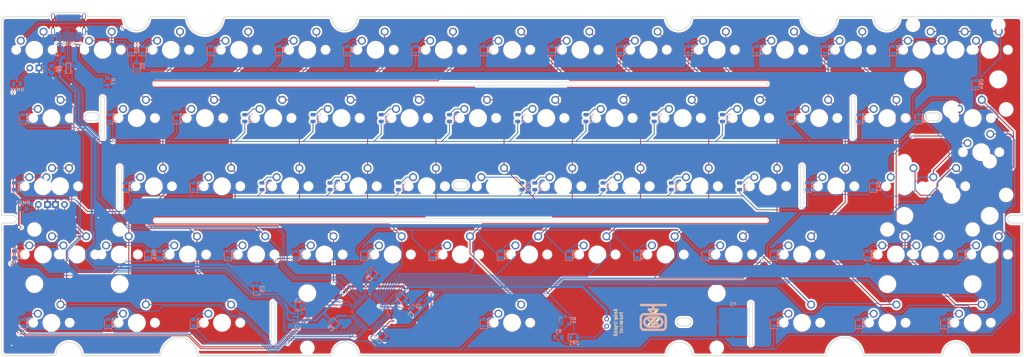
<source format=kicad_pcb>
(kicad_pcb (version 20171130) (host pcbnew "(5.1.8-0-10_14)")
  (layers (0 F.Cu signal) (31 B.Cu signal) (34 B.Paste user) (35 F.Paste user) (36 B.SilkS user) (37 F.SilkS user) (38 B.Mask user) (39 F.Mask user) (44 Edge.Cuts user))
  (net 0 "")
  (net 1 GND)
  (net 2 BOOT0)
  (net 3 "Net-(C4-Pad1)")
  (net 4 +5V)
  (net 5 +3V3)
  (net 6 "Net-(D1-Pad2)")
  (net 7 ROW0)
  (net 8 "Net-(D2-Pad2)")
  (net 9 "Net-(D3-Pad2)")
  (net 10 "Net-(D4-Pad2)")
  (net 11 "Net-(D5-Pad2)")
  (net 12 "Net-(D6-Pad2)")
  (net 13 "Net-(D7-Pad2)")
  (net 14 "Net-(D8-Pad2)")
  (net 15 "Net-(D9-Pad2)")
  (net 16 "Net-(D10-Pad2)")
  (net 17 "Net-(D11-Pad2)")
  (net 18 "Net-(D12-Pad2)")
  (net 19 "Net-(D13-Pad2)")
  (net 20 "Net-(D14-Pad2)")
  (net 21 "Net-(D15-Pad2)")
  (net 22 ROW1)
  (net 23 "Net-(D16-Pad2)")
  (net 24 "Net-(D17-Pad2)")
  (net 25 "Net-(D18-Pad2)")
  (net 26 "Net-(D19-Pad2)")
  (net 27 "Net-(D20-Pad2)")
  (net 28 "Net-(D21-Pad2)")
  (net 29 "Net-(D22-Pad2)")
  (net 30 "Net-(D23-Pad2)")
  (net 31 "Net-(D24-Pad2)")
  (net 32 "Net-(D25-Pad2)")
  (net 33 "Net-(D26-Pad2)")
  (net 34 "Net-(D27-Pad2)")
  (net 35 "Net-(D28-Pad2)")
  (net 36 ROW2)
  (net 37 "Net-(D29-Pad2)")
  (net 38 "Net-(D30-Pad2)")
  (net 39 "Net-(D31-Pad2)")
  (net 40 "Net-(D32-Pad2)")
  (net 41 "Net-(D33-Pad2)")
  (net 42 "Net-(D34-Pad2)")
  (net 43 "Net-(D35-Pad2)")
  (net 44 "Net-(D36-Pad2)")
  (net 45 "Net-(D37-Pad2)")
  (net 46 "Net-(D38-Pad2)")
  (net 47 "Net-(D39-Pad2)")
  (net 48 "Net-(D40-Pad2)")
  (net 49 "Net-(D42-Pad2)")
  (net 50 "Net-(D43-Pad2)")
  (net 51 ROW3)
  (net 52 "Net-(D44-Pad2)")
  (net 53 "Net-(D45-Pad2)")
  (net 54 "Net-(D46-Pad2)")
  (net 55 "Net-(D47-Pad2)")
  (net 56 "Net-(D48-Pad2)")
  (net 57 "Net-(D49-Pad2)")
  (net 58 "Net-(D50-Pad2)")
  (net 59 "Net-(D51-Pad2)")
  (net 60 "Net-(D52-Pad2)")
  (net 61 "Net-(D53-Pad2)")
  (net 62 "Net-(D54-Pad2)")
  (net 63 "Net-(D55-Pad2)")
  (net 64 "Net-(D56-Pad2)")
  (net 65 "Net-(D57-Pad2)")
  (net 66 ROW4)
  (net 67 "Net-(D58-Pad2)")
  (net 68 "Net-(D59-Pad2)")
  (net 69 "Net-(D60-Pad2)")
  (net 70 "Net-(D61-Pad2)")
  (net 71 "Net-(D62-Pad2)")
  (net 72 "Net-(DR1-Pad2)")
  (net 73 COL0)
  (net 74 COL1)
  (net 75 COL2)
  (net 76 COL3)
  (net 77 COL4)
  (net 78 COL5)
  (net 79 COL6)
  (net 80 COL7)
  (net 81 COL8)
  (net 82 COL9)
  (net 83 COL10)
  (net 84 COL11)
  (net 85 COL12)
  (net 86 COL13)
  (net 87 NRST)
  (net 88 "Net-(Q1-Pad1)")
  (net 89 USB-)
  (net 90 USB+)
  (net 91 "Net-(R6-Pad2)")
  (net 92 "Net-(R7-Pad2)")
  (net 93 "Net-(D63-Pad2)")
  (net 94 "Net-(D64-Pad2)")
  (net 95 "Net-(MX_1-Pad3)")
  (net 96 "Net-(MX_29-Pad3)")
  (net 97 ESC_LED)
  (net 98 CAPS_LED)
  (net 99 VCC)
  (module MX_Only:MXOnly-1U (layer F.Cu) (at 82.55 102.39375)
    (fp_text reference MX_1)
    (fp_text value ESC)
    (pad "" np_thru_hole circle (at 5.08 0 48.0996) (size 1.75 1.75) (drill 1.75) (layers *.Cu *.Mask))
    (pad "" np_thru_hole circle (at -5.08 0 48.0996) (size 1.75 1.75) (drill 1.75) (layers *.Cu *.Mask))
    (pad 4 thru_hole rect (at 1.27 5.08) (size 1.905 1.905) (drill 1.04) (layers *.Cu B.Mask) (net 1 GND))
    (pad 3 thru_hole circle (at -1.27 5.08) (size 1.905 1.905) (drill 1.04) (layers *.Cu B.Mask) (net 95 "Net-(MX_1-Pad3)"))
    (pad 2 thru_hole circle (at -3.81 -2.54) (size 2.25 2.25) (drill 1.47) (layers *.Cu B.Mask) (net 6 "Net-(D1-Pad2)"))
    (pad "" np_thru_hole circle (at 0 0) (size 3.9878 3.9878) (drill 3.9878) (layers *.Cu *.Mask))
    (pad 1 thru_hole circle (at 2.54 -5.08) (size 2.25 2.25) (drill 1.47) (layers *.Cu B.Mask) (net 73 COL0))
  )
  (module MX_Only:MXOnly-1.75U-FLIPPED (layer F.Cu) (at 89.69375 140.49375)
    (fp_text reference MX_29)
    (fp_text value CAPS)
    (pad "" np_thru_hole circle (at 5.08 0 48.0996) (size 1.75 1.75) (drill 1.75) (layers *.Cu *.Mask))
    (pad "" np_thru_hole circle (at -5.08 0 48.0996) (size 1.75 1.75) (drill 1.75) (layers *.Cu *.Mask))
    (pad 4 thru_hole rect (at -1.27 5.08) (size 1.905 1.905) (drill 1.04) (layers *.Cu B.Mask) (net 1 GND))
    (pad 3 thru_hole circle (at 1.27 5.08) (size 1.905 1.905) (drill 1.04) (layers *.Cu B.Mask) (net 96 "Net-(MX_29-Pad3)"))
    (pad 2 thru_hole circle (at -3.81 -2.54 90) (size 2.25 2.25) (drill 1.47) (layers *.Cu B.Mask) (net 37 "Net-(D29-Pad2)"))
    (pad "" np_thru_hole circle (at 0 0) (size 3.9878 3.9878) (drill 3.9878) (layers *.Cu *.Mask))
    (pad 1 thru_hole circle (at 2.54 -5.08) (size 2.25 2.25) (drill 1.47) (layers *.Cu B.Mask) (net 73 COL0))
  )
  (module MX_Only:MXOnly-1.25U (layer F.Cu) (at 84.93125 140.49375)
    (fp_text reference MX_29_1)
    (fp_text value STEPPED_CAPS)
    (pad "" np_thru_hole circle (at 5.08 0 48.0996) (size 1.75 1.75) (drill 1.75) (layers *.Cu *.Mask))
    (pad "" np_thru_hole circle (at -5.08 0 48.0996) (size 1.75 1.75) (drill 1.75) (layers *.Cu *.Mask))
    (pad 4 thru_hole rect (at 1.27 5.08) (size 1.905 1.905) (drill 1.04) (layers *.Cu B.Mask) (net 1 GND))
    (pad 3 thru_hole circle (at -1.27 5.08) (size 1.905 1.905) (drill 1.04) (layers *.Cu B.Mask) (net 96 "Net-(MX_29-Pad3)"))
    (pad 2 thru_hole circle (at -3.81 -2.54) (size 2.25 2.25) (drill 1.47) (layers *.Cu B.Mask) (net 37 "Net-(D29-Pad2)"))
    (pad "" np_thru_hole circle (at 0 0) (size 3.9878 3.9878) (drill 3.9878) (layers *.Cu *.Mask))
    (pad 1 thru_hole circle (at 2.54 -5.08) (size 2.25 2.25) (drill 1.47) (layers *.Cu B.Mask) (net 73 COL0))
  )
  (module Type-C:HRO-TYPE-C-31-M-12-HandSoldering (layer B.Cu) (at 92.075 90.4875)
    (fp_text reference USB1 (at 0 10.2) (layer B.SilkS) (effects (justify mirror)))
    (fp_text value HRO-TYPE-C-31-M-12)
    (pad 12 smd rect (at 3.225 8.195) (size 0.6 2.45) (layers B.Cu B.Paste B.Mask) (net 1 GND))
    (pad 1 smd rect (at -3.225 8.195) (size 0.6 2.45) (layers B.Cu B.Paste B.Mask) (net 1 GND))
    (pad 11 smd rect (at 2.45 8.195) (size 0.6 2.45) (layers B.Cu B.Paste B.Mask) (net 99 VCC))
    (pad 2 smd rect (at -2.45 8.195) (size 0.6 2.45) (layers B.Cu B.Paste B.Mask) (net 99 VCC))
    (pad 3 smd rect (at -1.75 8.195) (size 0.3 2.45) (layers B.Cu B.Paste B.Mask))
    (pad 10 smd rect (at 1.75 8.195) (size 0.3 2.45) (layers B.Cu B.Paste B.Mask) (net 92 "Net-(R7-Pad2)"))
    (pad 4 smd rect (at -1.25 8.195) (size 0.3 2.45) (layers B.Cu B.Paste B.Mask) (net 91 "Net-(R6-Pad2)"))
    (pad 9 smd rect (at 1.25 8.195) (size 0.3 2.45) (layers B.Cu B.Paste B.Mask))
    (pad 5 smd rect (at -0.75 8.195) (size 0.3 2.45) (layers B.Cu B.Paste B.Mask) (net 89 USB-))
    (pad 8 smd rect (at 0.75 8.195) (size 0.3 2.45) (layers B.Cu B.Paste B.Mask) (net 90 USB+))
    (pad 7 smd rect (at 0.25 8.195) (size 0.3 2.45) (layers B.Cu B.Paste B.Mask) (net 89 USB-))
    (pad 6 smd rect (at -0.25 8.195) (size 0.3 2.45) (layers B.Cu B.Paste B.Mask) (net 90 USB+))
    (pad "" np_thru_hole circle (at 2.89 6.25) (size 0.65 0.65) (drill 0.65) (layers *.Cu *.Mask))
    (pad "" np_thru_hole circle (at -2.89 6.25) (size 0.65 0.65) (drill 0.65) (layers *.Cu *.Mask))
    (pad 13 thru_hole oval (at -4.32 6.78) (size 1 2.1) (drill oval 0.6 1.7) (layers *.Cu F.Mask) (net 1 GND))
    (pad 13 thru_hole oval (at 4.32 6.78) (size 1 2.1) (drill oval 0.6 1.7) (layers *.Cu F.Mask) (net 1 GND))
    (pad 13 thru_hole oval (at -4.32 2.6) (size 1 1.6) (drill oval 0.6 1.2) (layers *.Cu F.Mask) (net 1 GND))
    (pad 13 thru_hole oval (at 4.32 2.6) (size 1 1.6) (drill oval 0.6 1.2) (layers *.Cu F.Mask) (net 1 GND))
  )
  (module Artwork:CableCarLogo (layer B.Cu) (at 255.33348 177.11737 180)
    (fp_text reference svg2mod hide)
    (fp_text value G*** hide)
  )
  (module Artwork:CableCarLogo (layer F.Cu) (at 255.33348 177.11737)
    (fp_text reference svg2mod hide)
    (fp_text value G*** hide)
  )
  (module Package_QFP:LQFP-48_7x7mm_P0.5mm (layer B.Cu) (at 176.2 175.55 135)
    (fp_text reference U1)
    (fp_text value STM32F072CBTx)
    (pad 48 smd roundrect (at -2.75 4.1625 135) (size 0.3 1.475) (layers B.Cu B.Paste B.Mask) (net 5 +3V3))
    (pad 47 smd roundrect (at -2.25 4.1625 135) (size 0.3 1.475) (layers B.Cu B.Paste B.Mask) (net 1 GND))
    (pad 46 smd roundrect (at -1.75 4.1625 135) (size 0.3 1.475) (layers B.Cu B.Paste B.Mask) (net 86 COL13))
    (pad 45 smd roundrect (at -1.25 4.1625 135) (size 0.3 1.475) (layers B.Cu B.Paste B.Mask) (net 83 COL10))
    (pad 44 smd roundrect (at -0.75 4.1625 135) (size 0.3 1.475) (layers B.Cu B.Paste B.Mask) (net 2 BOOT0))
    (pad 43 smd roundrect (at -0.25 4.1625 135) (size 0.3 1.475) (layers B.Cu B.Paste B.Mask) (net 84 COL11))
    (pad 42 smd roundrect (at 0.25 4.1625 135) (size 0.3 1.475) (layers B.Cu B.Paste B.Mask) (net 85 COL12))
    (pad 41 smd roundrect (at 0.75 4.1625 135) (size 0.3 1.475) (layers B.Cu B.Paste B.Mask) (net 82 COL9))
    (pad 40 smd roundrect (at 1.25 4.1625 135) (size 0.3 1.475) (layers B.Cu B.Paste B.Mask) (net 81 COL8))
    (pad 39 smd roundrect (at 1.75 4.1625 135) (size 0.3 1.475) (layers B.Cu B.Paste B.Mask) (net 80 COL7))
    (pad 38 smd roundrect (at 2.25 4.1625 135) (size 0.3 1.475) (layers B.Cu B.Paste B.Mask) (net 79 COL6))
    (pad 37 smd roundrect (at 2.75 4.1625 135) (size 0.3 1.475) (layers B.Cu B.Paste B.Mask) (net 78 COL5))
    (pad 36 smd roundrect (at 4.1625 2.75 135) (size 1.475 0.3) (layers B.Cu B.Paste B.Mask) (net 5 +3V3))
    (pad 35 smd roundrect (at 4.1625 2.25 135) (size 1.475 0.3) (layers B.Cu B.Paste B.Mask) (net 1 GND))
    (pad 34 smd roundrect (at 4.1625 1.75 135) (size 1.475 0.3) (layers B.Cu B.Paste B.Mask))
    (pad 33 smd roundrect (at 4.1625 1.25 135) (size 1.475 0.3) (layers B.Cu B.Paste B.Mask) (net 90 USB+))
    (pad 32 smd roundrect (at 4.1625 0.75 135) (size 1.475 0.3) (layers B.Cu B.Paste B.Mask) (net 89 USB-))
    (pad 31 smd roundrect (at 4.1625 0.25 135) (size 1.475 0.3) (layers B.Cu B.Paste B.Mask))
    (pad 30 smd roundrect (at 4.1625 -0.25 135) (size 1.475 0.3) (layers B.Cu B.Paste B.Mask) (net 76 COL3))
    (pad 29 smd roundrect (at 4.1625 -0.75 135) (size 1.475 0.3) (layers B.Cu B.Paste B.Mask) (net 77 COL4))
    (pad 28 smd roundrect (at 4.1625 -1.25 135) (size 1.475 0.3) (layers B.Cu B.Paste B.Mask))
    (pad 27 smd roundrect (at 4.1625 -1.75 135) (size 1.475 0.3) (layers B.Cu B.Paste B.Mask))
    (pad 26 smd roundrect (at 4.1625 -2.25 135) (size 1.475 0.3) (layers B.Cu B.Paste B.Mask) (net 98 CAPS_LED))
    (pad 25 smd roundrect (at 4.1625 -2.75 135) (size 1.475 0.3) (layers B.Cu B.Paste B.Mask) (net 97 ESC_LED))
    (pad 24 smd roundrect (at 2.75 -4.1625 135) (size 0.3 1.475) (layers B.Cu B.Paste B.Mask) (net 5 +3V3))
    (pad 23 smd roundrect (at 2.25 -4.1625 135) (size 0.3 1.475) (layers B.Cu B.Paste B.Mask) (net 1 GND))
    (pad 22 smd roundrect (at 1.75 -4.1625 135) (size 0.3 1.475) (layers B.Cu B.Paste B.Mask))
    (pad 21 smd roundrect (at 1.25 -4.1625 135) (size 0.3 1.475) (layers B.Cu B.Paste B.Mask))
    (pad 20 smd roundrect (at 0.75 -4.1625 135) (size 0.3 1.475) (layers B.Cu B.Paste B.Mask) (net 22 ROW1))
    (pad 19 smd roundrect (at 0.25 -4.1625 135) (size 0.3 1.475) (layers B.Cu B.Paste B.Mask) (net 36 ROW2))
    (pad 18 smd roundrect (at -0.25 -4.1625 135) (size 0.3 1.475) (layers B.Cu B.Paste B.Mask) (net 75 COL2))
    (pad 17 smd roundrect (at -0.75 -4.1625 135) (size 0.3 1.475) (layers B.Cu B.Paste B.Mask) (net 74 COL1))
    (pad 16 smd roundrect (at -1.25 -4.1625 135) (size 0.3 1.475) (layers B.Cu B.Paste B.Mask) (net 73 COL0))
    (pad 15 smd roundrect (at -1.75 -4.1625 135) (size 0.3 1.475) (layers B.Cu B.Paste B.Mask))
    (pad 14 smd roundrect (at -2.25 -4.1625 135) (size 0.3 1.475) (layers B.Cu B.Paste B.Mask) (net 51 ROW3))
    (pad 13 smd roundrect (at -2.75 -4.1625 135) (size 0.3 1.475) (layers B.Cu B.Paste B.Mask) (net 66 ROW4))
    (pad 12 smd roundrect (at -4.1625 -2.75 135) (size 1.475 0.3) (layers B.Cu B.Paste B.Mask) (net 7 ROW0))
    (pad 11 smd roundrect (at -4.1625 -2.25 135) (size 1.475 0.3) (layers B.Cu B.Paste B.Mask))
    (pad 10 smd roundrect (at -4.1625 -1.75 135) (size 1.475 0.3) (layers B.Cu B.Paste B.Mask))
    (pad 9 smd roundrect (at -4.1625 -1.25 135) (size 1.475 0.3) (layers B.Cu B.Paste B.Mask) (net 5 +3V3))
    (pad 8 smd roundrect (at -4.1625 -0.75 135) (size 1.475 0.3) (layers B.Cu B.Paste B.Mask) (net 1 GND))
    (pad 7 smd roundrect (at -4.1625 -0.25 135) (size 1.475 0.3) (layers B.Cu B.Paste B.Mask) (net 87 NRST))
    (pad 6 smd roundrect (at -4.1625 0.25 135) (size 1.475 0.3) (layers B.Cu B.Paste B.Mask))
    (pad 5 smd roundrect (at -4.1625 0.75 135) (size 1.475 0.3) (layers B.Cu B.Paste B.Mask))
    (pad 4 smd roundrect (at -4.1625 1.25 135) (size 1.475 0.3) (layers B.Cu B.Paste B.Mask))
    (pad 3 smd roundrect (at -4.1625 1.75 135) (size 1.475 0.3) (layers B.Cu B.Paste B.Mask))
    (pad 2 smd roundrect (at -4.1625 2.25 135) (size 1.475 0.3) (layers B.Cu B.Paste B.Mask))
    (pad 1 smd roundrect (at -4.1625 2.75 135) (size 1.475 0.3) (layers B.Cu B.Paste B.Mask) (net 5 +3V3))
  )
  (module Package_TO_SOT_SMD:SOT-23-5 (layer B.Cu) (at 156.1084 176.9364)
    (fp_text reference U2 (at 0 2.9) (layer B.SilkS) (effects (justify mirror)))
    (fp_text value LD3985G33R_TSOT23)
    (pad 5 smd rect (at 1.1 0.95) (size 1.06 0.65) (layers B.Cu B.Paste B.Mask) (net 5 +3V3))
    (pad 4 smd rect (at 1.1 -0.95) (size 1.06 0.65) (layers B.Cu B.Paste B.Mask) (net 3 "Net-(C4-Pad1)"))
    (pad 3 smd rect (at -1.1 -0.95) (size 1.06 0.65) (layers B.Cu B.Paste B.Mask) (net 4 +5V))
    (pad 2 smd rect (at -1.1 0) (size 1.06 0.65) (layers B.Cu B.Paste B.Mask) (net 1 GND))
    (pad 1 smd rect (at -1.1 0.95) (size 1.06 0.65) (layers B.Cu B.Paste B.Mask) (net 4 +5V))
  )
  (module MX_Only:MXOnly-1U-NoLED (layer F.Cu) (at 325.4375 140.49375)
    (fp_text reference MX_28_1)
    (fp_text value ISO_HASH)
    (pad 2 thru_hole circle (at 2.54 -5.08) (size 2.25 2.25) (drill 1.47) (layers *.Cu B.Mask) (net 86 COL13))
    (pad "" np_thru_hole circle (at 0 0) (size 3.9878 3.9878) (drill 3.9878) (layers *.Cu *.Mask))
    (pad 1 thru_hole circle (at -3.81 -2.54) (size 2.25 2.25) (drill 1.47) (layers *.Cu B.Mask) (net 35 "Net-(D28-Pad2)"))
    (pad "" np_thru_hole circle (at -5.08 0 48.0996) (size 1.75 1.75) (drill 1.75) (layers *.Cu *.Mask))
    (pad "" np_thru_hole circle (at 5.08 0 48.0996) (size 1.75 1.75) (drill 1.75) (layers *.Cu *.Mask))
  )
  (module MX_Only:MXOnly-ISO-ReversedStabilizers-NoLED (layer F.Cu) (at 346.86875 130.96875)
    (fp_text reference MX_42_1)
    (fp_text value ISO_ENTER)
    (pad "" np_thru_hole circle (at -8.255 -11.938) (size 3.9878 3.9878) (drill 3.9878) (layers *.Cu *.Mask))
    (pad "" np_thru_hole circle (at -8.255 11.938) (size 3.9878 3.9878) (drill 3.9878) (layers *.Cu *.Mask))
    (pad "" np_thru_hole circle (at 6.985 -11.938) (size 3.048 3.048) (drill 3.048) (layers *.Cu *.Mask))
    (pad "" np_thru_hole circle (at 6.985 11.938) (size 3.048 3.048) (drill 3.048) (layers *.Cu *.Mask))
    (pad "" np_thru_hole circle (at 5.08 0 48.0996) (size 1.75 1.75) (drill 1.75) (layers *.Cu *.Mask))
    (pad "" np_thru_hole circle (at -5.08 0 48.0996) (size 1.75 1.75) (drill 1.75) (layers *.Cu *.Mask))
    (pad 1 thru_hole circle (at -3.81 -2.54) (size 2.25 2.25) (drill 1.47) (layers *.Cu B.Mask) (net 49 "Net-(D42-Pad2)"))
    (pad "" np_thru_hole circle (at 0 0) (size 3.9878 3.9878) (drill 3.9878) (layers *.Cu *.Mask))
    (pad 2 thru_hole circle (at 2.54 -5.08) (size 2.25 2.25) (drill 1.47) (layers *.Cu B.Mask) (net 86 COL13))
  )
  (module Diode_SMD:D_0805_2012Metric (layer B.Cu) (at 188.795216 175.245216 315)
    (fp_text reference C3 (at 0 1.65 135) (layer B.SilkS) (effects (justify mirror)))
    (fp_text value 10uf)
    (pad 2 smd roundrect (at 0.9375 0 315) (size 0.975 1.4) (layers B.Cu B.Paste B.Mask) (net 1 GND))
    (pad 1 smd roundrect (at -0.9375 0 315) (size 0.975 1.4) (layers B.Cu B.Paste B.Mask) (net 2 BOOT0))
  )
  (module Diode_SMD:D_0805_2012Metric (layer B.Cu) (at 156.1592 173.9392 180)
    (fp_text reference C4 (at 0 1.65) (layer B.SilkS) (effects (justify mirror)))
    (fp_text value 10nf)
    (pad 2 smd roundrect (at 0.9375 0 180) (size 0.975 1.4) (layers B.Cu B.Paste B.Mask) (net 1 GND))
    (pad 1 smd roundrect (at -0.9375 0 180) (size 0.975 1.4) (layers B.Cu B.Paste B.Mask) (net 3 "Net-(C4-Pad1)"))
  )
  (module Diode_SMD:D_0805_2012Metric (layer B.Cu) (at 144.6 169.2 90)
    (fp_text reference C5 (at 0 1.65 90) (layer B.SilkS) (effects (justify mirror)))
    (fp_text value 4.7uf)
    (pad 2 smd roundrect (at 0.9375 0 90) (size 0.975 1.4) (layers B.Cu B.Paste B.Mask) (net 1 GND))
    (pad 1 smd roundrect (at -0.9375 0 90) (size 0.975 1.4) (layers B.Cu B.Paste B.Mask) (net 4 +5V))
  )
  (module Diode_SMD:D_0805_2012Metric (layer B.Cu) (at 179.794784 182.409216 315)
    (fp_text reference C6 (at 0 1.65 135) (layer B.SilkS) (effects (justify mirror)))
    (fp_text value 4.7uf)
    (pad 2 smd roundrect (at 0.9375 0 315) (size 0.975 1.4) (layers B.Cu B.Paste B.Mask) (net 1 GND))
    (pad 1 smd roundrect (at -0.9375 0 315) (size 0.975 1.4) (layers B.Cu B.Paste B.Mask) (net 5 +3V3))
  )
  (module Diode_SMD:D_0805_2012Metric (layer B.Cu) (at 185.275216 171.825216 315)
    (fp_text reference C7 (at 0 1.65 135) (layer B.SilkS) (effects (justify mirror)))
    (fp_text value 100nf)
    (pad 2 smd roundrect (at 0.9375 0 315) (size 0.975 1.4) (layers B.Cu B.Paste B.Mask) (net 1 GND))
    (pad 1 smd roundrect (at -0.9375 0 315) (size 0.975 1.4) (layers B.Cu B.Paste B.Mask) (net 5 +3V3))
  )
  (module Diode_SMD:D_0805_2012Metric (layer B.Cu) (at 177.0888 164.9984 315)
    (fp_text reference C8 (at 0 1.65 135) (layer B.SilkS) (effects (justify mirror)))
    (fp_text value 100nf)
    (pad 2 smd roundrect (at 0.9375 0 315) (size 0.975 1.4) (layers B.Cu B.Paste B.Mask) (net 1 GND))
    (pad 1 smd roundrect (at -0.9375 0 315) (size 0.975 1.4) (layers B.Cu B.Paste B.Mask) (net 5 +3V3))
  )
  (module Diode_SMD:D_0805_2012Metric (layer B.Cu) (at 166.4208 178.9684 315)
    (fp_text reference C9 (at 0 1.65 135) (layer B.SilkS) (effects (justify mirror)))
    (fp_text value 100nf)
    (pad 2 smd roundrect (at 0.9375 0 315) (size 0.975 1.4) (layers B.Cu B.Paste B.Mask) (net 1 GND))
    (pad 1 smd roundrect (at -0.9375 0 315) (size 0.975 1.4) (layers B.Cu B.Paste B.Mask) (net 5 +3V3))
  )
  (module Diode_SMD:D_0805_2012Metric (layer B.Cu) (at 111.125 106.925 90)
    (fp_text reference D1 (at 0 1.65 90) (layer B.SilkS) (effects (justify mirror)))
    (fp_text value " ")
    (pad 2 smd roundrect (at 0.9375 0 90) (size 0.975 1.4) (layers B.Cu B.Paste B.Mask) (net 6 "Net-(D1-Pad2)"))
    (pad 1 smd roundrect (at -0.9375 0 90) (size 0.975 1.4) (layers B.Cu B.Paste B.Mask) (net 7 ROW0))
  )
  (module Diode_SMD:D_0805_2012Metric (layer B.Cu) (at 109.5375 102.39375 90)
    (fp_text reference D2 (at 0 1.65 90) (layer B.SilkS) (effects (justify mirror)))
    (fp_text value " ")
    (pad 2 smd roundrect (at 0.9375 0 90) (size 0.975 1.4) (layers B.Cu B.Paste B.Mask) (net 8 "Net-(D2-Pad2)"))
    (pad 1 smd roundrect (at -0.9375 0 90) (size 0.975 1.4) (layers B.Cu B.Paste B.Mask) (net 7 ROW0))
  )
  (module Diode_SMD:D_0805_2012Metric (layer B.Cu) (at 112.7125 102.39375 90)
    (fp_text reference D3 (at 0 1.65 90) (layer B.SilkS) (effects (justify mirror)))
    (fp_text value " ")
    (pad 2 smd roundrect (at 0.9375 0 90) (size 0.975 1.4) (layers B.Cu B.Paste B.Mask) (net 9 "Net-(D3-Pad2)"))
    (pad 1 smd roundrect (at -0.9375 0 90) (size 0.975 1.4) (layers B.Cu B.Paste B.Mask) (net 7 ROW0))
  )
  (module Diode_SMD:D_0805_2012Metric (layer B.Cu) (at 131.7625 102.39375 90)
    (fp_text reference D4 (at 0 1.65 90) (layer B.SilkS) (effects (justify mirror)))
    (fp_text value " ")
    (pad 2 smd roundrect (at 0.9375 0 90) (size 0.975 1.4) (layers B.Cu B.Paste B.Mask) (net 10 "Net-(D4-Pad2)"))
    (pad 1 smd roundrect (at -0.9375 0 90) (size 0.975 1.4) (layers B.Cu B.Paste B.Mask) (net 7 ROW0))
  )
  (module Diode_SMD:D_0805_2012Metric (layer B.Cu) (at 150.8125 102.39375 90)
    (fp_text reference D5 (at 0 1.65 90) (layer B.SilkS) (effects (justify mirror)))
    (fp_text value " ")
    (pad 2 smd roundrect (at 0.9375 0 90) (size 0.975 1.4) (layers B.Cu B.Paste B.Mask) (net 11 "Net-(D5-Pad2)"))
    (pad 1 smd roundrect (at -0.9375 0 90) (size 0.975 1.4) (layers B.Cu B.Paste B.Mask) (net 7 ROW0))
  )
  (module Diode_SMD:D_0805_2012Metric (layer B.Cu) (at 169.8625 102.39375 90)
    (fp_text reference D6 (at 0 1.65 90) (layer B.SilkS) (effects (justify mirror)))
    (fp_text value " ")
    (pad 2 smd roundrect (at 0.9375 0 90) (size 0.975 1.4) (layers B.Cu B.Paste B.Mask) (net 12 "Net-(D6-Pad2)"))
    (pad 1 smd roundrect (at -0.9375 0 90) (size 0.975 1.4) (layers B.Cu B.Paste B.Mask) (net 7 ROW0))
  )
  (module Diode_SMD:D_0805_2012Metric (layer B.Cu) (at 188.9125 102.39375 90)
    (fp_text reference D7 (at 0 1.65 90) (layer B.SilkS) (effects (justify mirror)))
    (fp_text value " ")
    (pad 2 smd roundrect (at 0.9375 0 90) (size 0.975 1.4) (layers B.Cu B.Paste B.Mask) (net 13 "Net-(D7-Pad2)"))
    (pad 1 smd roundrect (at -0.9375 0 90) (size 0.975 1.4) (layers B.Cu B.Paste B.Mask) (net 7 ROW0))
  )
  (module Diode_SMD:D_0805_2012Metric (layer B.Cu) (at 207.9625 102.39375 90)
    (fp_text reference D8 (at 0 1.65 90) (layer B.SilkS) (effects (justify mirror)))
    (fp_text value " ")
    (pad 2 smd roundrect (at 0.9375 0 90) (size 0.975 1.4) (layers B.Cu B.Paste B.Mask) (net 14 "Net-(D8-Pad2)"))
    (pad 1 smd roundrect (at -0.9375 0 90) (size 0.975 1.4) (layers B.Cu B.Paste B.Mask) (net 7 ROW0))
  )
  (module Diode_SMD:D_0805_2012Metric (layer B.Cu) (at 227.0125 102.39375 90)
    (fp_text reference D9 (at 0 1.65 90) (layer B.SilkS) (effects (justify mirror)))
    (fp_text value " ")
    (pad 2 smd roundrect (at 0.9375 0 90) (size 0.975 1.4) (layers B.Cu B.Paste B.Mask) (net 15 "Net-(D9-Pad2)"))
    (pad 1 smd roundrect (at -0.9375 0 90) (size 0.975 1.4) (layers B.Cu B.Paste B.Mask) (net 7 ROW0))
  )
  (module Diode_SMD:D_0805_2012Metric (layer B.Cu) (at 246.0625 102.39375 90)
    (fp_text reference D10 (at 0 1.65 90) (layer B.SilkS) (effects (justify mirror)))
    (fp_text value " ")
    (pad 2 smd roundrect (at 0.9375 0 90) (size 0.975 1.4) (layers B.Cu B.Paste B.Mask) (net 16 "Net-(D10-Pad2)"))
    (pad 1 smd roundrect (at -0.9375 0 90) (size 0.975 1.4) (layers B.Cu B.Paste B.Mask) (net 7 ROW0))
  )
  (module Diode_SMD:D_0805_2012Metric (layer B.Cu) (at 265.1125 102.39375 90)
    (fp_text reference D11 (at 0 1.65 90) (layer B.SilkS) (effects (justify mirror)))
    (fp_text value " ")
    (pad 2 smd roundrect (at 0.9375 0 90) (size 0.975 1.4) (layers B.Cu B.Paste B.Mask) (net 17 "Net-(D11-Pad2)"))
    (pad 1 smd roundrect (at -0.9375 0 90) (size 0.975 1.4) (layers B.Cu B.Paste B.Mask) (net 7 ROW0))
  )
  (module Diode_SMD:D_0805_2012Metric (layer B.Cu) (at 284.1625 102.39375 90)
    (fp_text reference D12 (at 0 1.65 90) (layer B.SilkS) (effects (justify mirror)))
    (fp_text value " ")
    (pad 2 smd roundrect (at 0.9375 0 90) (size 0.975 1.4) (layers B.Cu B.Paste B.Mask) (net 18 "Net-(D12-Pad2)"))
    (pad 1 smd roundrect (at -0.9375 0 90) (size 0.975 1.4) (layers B.Cu B.Paste B.Mask) (net 7 ROW0))
  )
  (module Diode_SMD:D_0805_2012Metric (layer B.Cu) (at 303.2125 102.39375 90)
    (fp_text reference D13 (at 0 1.65 90) (layer B.SilkS) (effects (justify mirror)))
    (fp_text value " ")
    (pad 2 smd roundrect (at 0.9375 0 90) (size 0.975 1.4) (layers B.Cu B.Paste B.Mask) (net 19 "Net-(D13-Pad2)"))
    (pad 1 smd roundrect (at -0.9375 0 90) (size 0.975 1.4) (layers B.Cu B.Paste B.Mask) (net 7 ROW0))
  )
  (module Diode_SMD:D_0805_2012Metric (layer B.Cu) (at 322.2625 102.39375 90)
    (fp_text reference D14 (at 0 1.65 90) (layer B.SilkS) (effects (justify mirror)))
    (fp_text value " ")
    (pad 2 smd roundrect (at 0.9375 0 90) (size 0.975 1.4) (layers B.Cu B.Paste B.Mask) (net 20 "Net-(D14-Pad2)"))
    (pad 1 smd roundrect (at -0.9375 0 90) (size 0.975 1.4) (layers B.Cu B.Paste B.Mask) (net 7 ROW0))
  )
  (module Diode_SMD:D_0805_2012Metric (layer B.Cu) (at 79.375 121.44375 90)
    (fp_text reference D15 (at 0 1.65 90) (layer B.SilkS) (effects (justify mirror)))
    (fp_text value " ")
    (pad 2 smd roundrect (at 0.9375 0 90) (size 0.975 1.4) (layers B.Cu B.Paste B.Mask) (net 21 "Net-(D15-Pad2)"))
    (pad 1 smd roundrect (at -0.9375 0 90) (size 0.975 1.4) (layers B.Cu B.Paste B.Mask) (net 22 ROW1))
  )
  (module Diode_SMD:D_0805_2012Metric (layer B.Cu) (at 103.505 121.44375 90)
    (fp_text reference D16 (at 0 1.65 90) (layer B.SilkS) (effects (justify mirror)))
    (fp_text value " ")
    (pad 2 smd roundrect (at 0.9375 0 90) (size 0.975 1.4) (layers B.Cu B.Paste B.Mask) (net 23 "Net-(D16-Pad2)"))
    (pad 1 smd roundrect (at -0.9375 0 90) (size 0.975 1.4) (layers B.Cu B.Paste B.Mask) (net 22 ROW1))
  )
  (module Diode_SMD:D_0805_2012Metric (layer B.Cu) (at 122.2375 121.44375 90)
    (fp_text reference D17 (at 0 1.65 90) (layer B.SilkS) (effects (justify mirror)))
    (fp_text value " ")
    (pad 2 smd roundrect (at 0.9375 0 90) (size 0.975 1.4) (layers B.Cu B.Paste B.Mask) (net 24 "Net-(D17-Pad2)"))
    (pad 1 smd roundrect (at -0.9375 0 90) (size 0.975 1.4) (layers B.Cu B.Paste B.Mask) (net 22 ROW1))
  )
  (module Diode_SMD:D_0805_2012Metric (layer B.Cu) (at 141.2875 121.44375 90)
    (fp_text reference D18 (at 0 1.65 90) (layer B.SilkS) (effects (justify mirror)))
    (fp_text value " ")
    (pad 2 smd roundrect (at 0.9375 0 90) (size 0.975 1.4) (layers B.Cu B.Paste B.Mask) (net 25 "Net-(D18-Pad2)"))
    (pad 1 smd roundrect (at -0.9375 0 90) (size 0.975 1.4) (layers B.Cu B.Paste B.Mask) (net 22 ROW1))
  )
  (module Diode_SMD:D_0805_2012Metric (layer B.Cu) (at 160.3375 121.44375 90)
    (fp_text reference D19 (at 0 1.65 90) (layer B.SilkS) (effects (justify mirror)))
    (fp_text value " ")
    (pad 2 smd roundrect (at 0.9375 0 90) (size 0.975 1.4) (layers B.Cu B.Paste B.Mask) (net 26 "Net-(D19-Pad2)"))
    (pad 1 smd roundrect (at -0.9375 0 90) (size 0.975 1.4) (layers B.Cu B.Paste B.Mask) (net 22 ROW1))
  )
  (module Diode_SMD:D_0805_2012Metric (layer B.Cu) (at 179.3875 121.44375 90)
    (fp_text reference D20 (at 0 1.65 90) (layer B.SilkS) (effects (justify mirror)))
    (fp_text value " ")
    (pad 2 smd roundrect (at 0.9375 0 90) (size 0.975 1.4) (layers B.Cu B.Paste B.Mask) (net 27 "Net-(D20-Pad2)"))
    (pad 1 smd roundrect (at -0.9375 0 90) (size 0.975 1.4) (layers B.Cu B.Paste B.Mask) (net 22 ROW1))
  )
  (module Diode_SMD:D_0805_2012Metric (layer B.Cu) (at 198.4375 121.44375 90)
    (fp_text reference D21 (at 0 1.65 90) (layer B.SilkS) (effects (justify mirror)))
    (fp_text value " ")
    (pad 2 smd roundrect (at 0.9375 0 90) (size 0.975 1.4) (layers B.Cu B.Paste B.Mask) (net 28 "Net-(D21-Pad2)"))
    (pad 1 smd roundrect (at -0.9375 0 90) (size 0.975 1.4) (layers B.Cu B.Paste B.Mask) (net 22 ROW1))
  )
  (module Diode_SMD:D_0805_2012Metric (layer B.Cu) (at 217.4875 121.44375 90)
    (fp_text reference D22 (at 0 1.65 90) (layer B.SilkS) (effects (justify mirror)))
    (fp_text value " ")
    (pad 2 smd roundrect (at 0.9375 0 90) (size 0.975 1.4) (layers B.Cu B.Paste B.Mask) (net 29 "Net-(D22-Pad2)"))
    (pad 1 smd roundrect (at -0.9375 0 90) (size 0.975 1.4) (layers B.Cu B.Paste B.Mask) (net 22 ROW1))
  )
  (module Diode_SMD:D_0805_2012Metric (layer B.Cu) (at 236.5375 121.44375 90)
    (fp_text reference D23 (at 0 1.65 90) (layer B.SilkS) (effects (justify mirror)))
    (fp_text value " ")
    (pad 2 smd roundrect (at 0.9375 0 90) (size 0.975 1.4) (layers B.Cu B.Paste B.Mask) (net 30 "Net-(D23-Pad2)"))
    (pad 1 smd roundrect (at -0.9375 0 90) (size 0.975 1.4) (layers B.Cu B.Paste B.Mask) (net 22 ROW1))
  )
  (module Diode_SMD:D_0805_2012Metric (layer B.Cu) (at 255.5875 121.44375 90)
    (fp_text reference D24 (at 0 1.65 90) (layer B.SilkS) (effects (justify mirror)))
    (fp_text value " ")
    (pad 2 smd roundrect (at 0.9375 0 90) (size 0.975 1.4) (layers B.Cu B.Paste B.Mask) (net 31 "Net-(D24-Pad2)"))
    (pad 1 smd roundrect (at -0.9375 0 90) (size 0.975 1.4) (layers B.Cu B.Paste B.Mask) (net 22 ROW1))
  )
  (module Diode_SMD:D_0805_2012Metric (layer B.Cu) (at 274.6375 121.44375 90)
    (fp_text reference D25 (at 0 1.65 90) (layer B.SilkS) (effects (justify mirror)))
    (fp_text value " ")
    (pad 2 smd roundrect (at 0.9375 0 90) (size 0.975 1.4) (layers B.Cu B.Paste B.Mask) (net 32 "Net-(D25-Pad2)"))
    (pad 1 smd roundrect (at -0.9375 0 90) (size 0.975 1.4) (layers B.Cu B.Paste B.Mask) (net 22 ROW1))
  )
  (module Diode_SMD:D_0805_2012Metric (layer B.Cu) (at 293.6875 121.44375 90)
    (fp_text reference D26 (at 0 1.65 90) (layer B.SilkS) (effects (justify mirror)))
    (fp_text value " ")
    (pad 2 smd roundrect (at 0.9375 0 90) (size 0.975 1.4) (layers B.Cu B.Paste B.Mask) (net 33 "Net-(D26-Pad2)"))
    (pad 1 smd roundrect (at -0.9375 0 90) (size 0.975 1.4) (layers B.Cu B.Paste B.Mask) (net 22 ROW1))
  )
  (module Diode_SMD:D_0805_2012Metric (layer B.Cu) (at 312.7375 121.44375 90)
    (fp_text reference D27 (at 0 1.65 90) (layer B.SilkS) (effects (justify mirror)))
    (fp_text value " ")
    (pad 2 smd roundrect (at 0.9375 0 90) (size 0.975 1.4) (layers B.Cu B.Paste B.Mask) (net 34 "Net-(D27-Pad2)"))
    (pad 1 smd roundrect (at -0.9375 0 90) (size 0.975 1.4) (layers B.Cu B.Paste B.Mask) (net 22 ROW1))
  )
  (module Diode_SMD:D_0805_2012Metric (layer B.Cu) (at 329.37552 121.43 90)
    (fp_text reference D28 (at 0 1.65 90) (layer B.SilkS) (effects (justify mirror)))
    (fp_text value " ")
    (pad 2 smd roundrect (at 0.9375 0 90) (size 0.975 1.4) (layers B.Cu B.Paste B.Mask) (net 35 "Net-(D28-Pad2)"))
    (pad 1 smd roundrect (at -0.9375 0 90) (size 0.975 1.4) (layers B.Cu B.Paste B.Mask) (net 22 ROW1))
  )
  (module Diode_SMD:D_0805_2012Metric (layer B.Cu) (at 76.99375 140.49375 90)
    (fp_text reference D29 (at 0 1.65 90) (layer B.SilkS) (effects (justify mirror)))
    (fp_text value " ")
    (pad 2 smd roundrect (at 0.9375 0 90) (size 0.975 1.4) (layers B.Cu B.Paste B.Mask) (net 37 "Net-(D29-Pad2)"))
    (pad 1 smd roundrect (at -0.9375 0 90) (size 0.975 1.4) (layers B.Cu B.Paste B.Mask) (net 36 ROW2))
  )
  (module Diode_SMD:D_0805_2012Metric (layer B.Cu) (at 107.95 140.49375 90)
    (fp_text reference D30 (at 0 1.65 90) (layer B.SilkS) (effects (justify mirror)))
    (fp_text value " ")
    (pad 2 smd roundrect (at 0.9375 0 90) (size 0.975 1.4) (layers B.Cu B.Paste B.Mask) (net 38 "Net-(D30-Pad2)"))
    (pad 1 smd roundrect (at -0.9375 0 90) (size 0.975 1.4) (layers B.Cu B.Paste B.Mask) (net 36 ROW2))
  )
  (module Diode_SMD:D_0805_2012Metric (layer B.Cu) (at 127 140.49375 90)
    (fp_text reference D31 (at 0 1.65 90) (layer B.SilkS) (effects (justify mirror)))
    (fp_text value " ")
    (pad 2 smd roundrect (at 0.9375 0 90) (size 0.975 1.4) (layers B.Cu B.Paste B.Mask) (net 39 "Net-(D31-Pad2)"))
    (pad 1 smd roundrect (at -0.9375 0 90) (size 0.975 1.4) (layers B.Cu B.Paste B.Mask) (net 36 ROW2))
  )
  (module Diode_SMD:D_0805_2012Metric (layer B.Cu) (at 146.05 140.49375 90)
    (fp_text reference D32 (at 0 1.65 90) (layer B.SilkS) (effects (justify mirror)))
    (fp_text value " ")
    (pad 2 smd roundrect (at 0.9375 0 90) (size 0.975 1.4) (layers B.Cu B.Paste B.Mask) (net 40 "Net-(D32-Pad2)"))
    (pad 1 smd roundrect (at -0.9375 0 90) (size 0.975 1.4) (layers B.Cu B.Paste B.Mask) (net 36 ROW2))
  )
  (module Diode_SMD:D_0805_2012Metric (layer B.Cu) (at 165.1 140.49375 90)
    (fp_text reference D33 (at 0 1.65 90) (layer B.SilkS) (effects (justify mirror)))
    (fp_text value " ")
    (pad 2 smd roundrect (at 0.9375 0 90) (size 0.975 1.4) (layers B.Cu B.Paste B.Mask) (net 41 "Net-(D33-Pad2)"))
    (pad 1 smd roundrect (at -0.9375 0 90) (size 0.975 1.4) (layers B.Cu B.Paste B.Mask) (net 36 ROW2))
  )
  (module Diode_SMD:D_0805_2012Metric (layer B.Cu) (at 184.15 140.49375 90)
    (fp_text reference D34 (at 0 1.65 90) (layer B.SilkS) (effects (justify mirror)))
    (fp_text value " ")
    (pad 2 smd roundrect (at 0.9375 0 90) (size 0.975 1.4) (layers B.Cu B.Paste B.Mask) (net 42 "Net-(D34-Pad2)"))
    (pad 1 smd roundrect (at -0.9375 0 90) (size 0.975 1.4) (layers B.Cu B.Paste B.Mask) (net 36 ROW2))
  )
  (module Diode_SMD:D_0805_2012Metric (layer B.Cu) (at 218.64693 140.49375 90)
    (fp_text reference D35 (at 0 1.65 90) (layer B.SilkS) (effects (justify mirror)))
    (fp_text value " ")
    (pad 2 smd roundrect (at 0.9375 0 90) (size 0.975 1.4) (layers B.Cu B.Paste B.Mask) (net 43 "Net-(D35-Pad2)"))
    (pad 1 smd roundrect (at -0.9375 0 90) (size 0.975 1.4) (layers B.Cu B.Paste B.Mask) (net 36 ROW2))
  )
  (module Diode_SMD:D_0805_2012Metric (layer B.Cu) (at 222.25 140.49375 90)
    (fp_text reference D36 (at 0 1.65 90) (layer B.SilkS) (effects (justify mirror)))
    (fp_text value " ")
    (pad 2 smd roundrect (at 0.9375 0 90) (size 0.975 1.4) (layers B.Cu B.Paste B.Mask) (net 44 "Net-(D36-Pad2)"))
    (pad 1 smd roundrect (at -0.9375 0 90) (size 0.975 1.4) (layers B.Cu B.Paste B.Mask) (net 36 ROW2))
  )
  (module Diode_SMD:D_0805_2012Metric (layer B.Cu) (at 241.3 140.49375 90)
    (fp_text reference D37 (at 0 1.65 90) (layer B.SilkS) (effects (justify mirror)))
    (fp_text value " ")
    (pad 2 smd roundrect (at 0.9375 0 90) (size 0.975 1.4) (layers B.Cu B.Paste B.Mask) (net 45 "Net-(D37-Pad2)"))
    (pad 1 smd roundrect (at -0.9375 0 90) (size 0.975 1.4) (layers B.Cu B.Paste B.Mask) (net 36 ROW2))
  )
  (module Diode_SMD:D_0805_2012Metric (layer B.Cu) (at 260.35 140.49375 90)
    (fp_text reference D38 (at 0 1.65 90) (layer B.SilkS) (effects (justify mirror)))
    (fp_text value " ")
    (pad 2 smd roundrect (at 0.9375 0 90) (size 0.975 1.4) (layers B.Cu B.Paste B.Mask) (net 46 "Net-(D38-Pad2)"))
    (pad 1 smd roundrect (at -0.9375 0 90) (size 0.975 1.4) (layers B.Cu B.Paste B.Mask) (net 36 ROW2))
  )
  (module Diode_SMD:D_0805_2012Metric (layer B.Cu) (at 279.4 140.49375 90)
    (fp_text reference D39 (at 0 1.65 90) (layer B.SilkS) (effects (justify mirror)))
    (fp_text value " ")
    (pad 2 smd roundrect (at 0.9375 0 90) (size 0.975 1.4) (layers B.Cu B.Paste B.Mask) (net 47 "Net-(D39-Pad2)"))
    (pad 1 smd roundrect (at -0.9375 0 90) (size 0.975 1.4) (layers B.Cu B.Paste B.Mask) (net 36 ROW2))
  )
  (module Diode_SMD:D_0805_2012Metric (layer B.Cu) (at 298.45 140.49375 90)
    (fp_text reference D40 (at 0 1.65 90) (layer B.SilkS) (effects (justify mirror)))
    (fp_text value " ")
    (pad 2 smd roundrect (at 0.9375 0 90) (size 0.975 1.4) (layers B.Cu B.Paste B.Mask) (net 48 "Net-(D40-Pad2)"))
    (pad 1 smd roundrect (at -0.9375 0 90) (size 0.975 1.4) (layers B.Cu B.Paste B.Mask) (net 36 ROW2))
  )
  (module Diode_SMD:D_0805_2012Metric (layer B.Cu) (at 316.70625 140.49375 90)
    (fp_text reference D42 (at 0 1.65 90) (layer B.SilkS) (effects (justify mirror)))
    (fp_text value " ")
    (pad 2 smd roundrect (at 0.9375 0 90) (size 0.975 1.4) (layers B.Cu B.Paste B.Mask) (net 49 "Net-(D42-Pad2)"))
    (pad 1 smd roundrect (at -0.9375 0 90) (size 0.975 1.4) (layers B.Cu B.Paste B.Mask) (net 36 ROW2))
  )
  (module Diode_SMD:D_0805_2012Metric (layer B.Cu) (at 76.99375 159.54375 90)
    (fp_text reference D43 (at 0 1.65 90) (layer B.SilkS) (effects (justify mirror)))
    (fp_text value " ")
    (pad 2 smd roundrect (at 0.9375 0 90) (size 0.975 1.4) (layers B.Cu B.Paste B.Mask) (net 50 "Net-(D43-Pad2)"))
    (pad 1 smd roundrect (at -0.9375 0 90) (size 0.975 1.4) (layers B.Cu B.Paste B.Mask) (net 51 ROW3))
  )
  (module Diode_SMD:D_0805_2012Metric (layer B.Cu) (at 114.3 159.54375 90)
    (fp_text reference D44 (at 0 1.65 90) (layer B.SilkS) (effects (justify mirror)))
    (fp_text value " ")
    (pad 2 smd roundrect (at 0.9375 0 90) (size 0.975 1.4) (layers B.Cu B.Paste B.Mask) (net 52 "Net-(D44-Pad2)"))
    (pad 1 smd roundrect (at -0.9375 0 90) (size 0.975 1.4) (layers B.Cu B.Paste B.Mask) (net 51 ROW3))
  )
  (module Diode_SMD:D_0805_2012Metric (layer B.Cu) (at 117.475 159.54375 90)
    (fp_text reference D45 (at 0 1.65 90) (layer B.SilkS) (effects (justify mirror)))
    (fp_text value " ")
    (pad 2 smd roundrect (at 0.9375 0 90) (size 0.975 1.4) (layers B.Cu B.Paste B.Mask) (net 53 "Net-(D45-Pad2)"))
    (pad 1 smd roundrect (at -0.9375 0 90) (size 0.975 1.4) (layers B.Cu B.Paste B.Mask) (net 51 ROW3))
  )
  (module Diode_SMD:D_0805_2012Metric (layer B.Cu) (at 136.525 159.54375 90)
    (fp_text reference D46 (at 0 1.65 90) (layer B.SilkS) (effects (justify mirror)))
    (fp_text value " ")
    (pad 2 smd roundrect (at 0.9375 0 90) (size 0.975 1.4) (layers B.Cu B.Paste B.Mask) (net 54 "Net-(D46-Pad2)"))
    (pad 1 smd roundrect (at -0.9375 0 90) (size 0.975 1.4) (layers B.Cu B.Paste B.Mask) (net 51 ROW3))
  )
  (module Diode_SMD:D_0805_2012Metric (layer B.Cu) (at 155.575 159.54375 90)
    (fp_text reference D47 (at 0 1.65 90) (layer B.SilkS) (effects (justify mirror)))
    (fp_text value " ")
    (pad 2 smd roundrect (at 0.9375 0 90) (size 0.975 1.4) (layers B.Cu B.Paste B.Mask) (net 55 "Net-(D47-Pad2)"))
    (pad 1 smd roundrect (at -0.9375 0 90) (size 0.975 1.4) (layers B.Cu B.Paste B.Mask) (net 51 ROW3))
  )
  (module Diode_SMD:D_0805_2012Metric (layer B.Cu) (at 174.625 159.54375 90)
    (fp_text reference D48 (at 0 1.65 90) (layer B.SilkS) (effects (justify mirror)))
    (fp_text value " ")
    (pad 2 smd roundrect (at 0.9375 0 90) (size 0.975 1.4) (layers B.Cu B.Paste B.Mask) (net 56 "Net-(D48-Pad2)"))
    (pad 1 smd roundrect (at -0.9375 0 90) (size 0.975 1.4) (layers B.Cu B.Paste B.Mask) (net 51 ROW3))
  )
  (module Diode_SMD:D_0805_2012Metric (layer B.Cu) (at 193.675 159.54375 90)
    (fp_text reference D49 (at 0 1.65 90) (layer B.SilkS) (effects (justify mirror)))
    (fp_text value " ")
    (pad 2 smd roundrect (at 0.9375 0 90) (size 0.975 1.4) (layers B.Cu B.Paste B.Mask) (net 57 "Net-(D49-Pad2)"))
    (pad 1 smd roundrect (at -0.9375 0 90) (size 0.975 1.4) (layers B.Cu B.Paste B.Mask) (net 51 ROW3))
  )
  (module Diode_SMD:D_0805_2012Metric (layer B.Cu) (at 212.725 159.54375 90)
    (fp_text reference D50 (at 0 1.65 90) (layer B.SilkS) (effects (justify mirror)))
    (fp_text value " ")
    (pad 2 smd roundrect (at 0.9375 0 90) (size 0.975 1.4) (layers B.Cu B.Paste B.Mask) (net 58 "Net-(D50-Pad2)"))
    (pad 1 smd roundrect (at -0.9375 0 90) (size 0.975 1.4) (layers B.Cu B.Paste B.Mask) (net 51 ROW3))
  )
  (module Diode_SMD:D_0805_2012Metric (layer B.Cu) (at 231.775 159.54375 90)
    (fp_text reference D51 (at 0 1.65 90) (layer B.SilkS) (effects (justify mirror)))
    (fp_text value " ")
    (pad 2 smd roundrect (at 0.9375 0 90) (size 0.975 1.4) (layers B.Cu B.Paste B.Mask) (net 59 "Net-(D51-Pad2)"))
    (pad 1 smd roundrect (at -0.9375 0 90) (size 0.975 1.4) (layers B.Cu B.Paste B.Mask) (net 51 ROW3))
  )
  (module Diode_SMD:D_0805_2012Metric (layer B.Cu) (at 250.825 159.54375 90)
    (fp_text reference D52 (at 0 1.65 90) (layer B.SilkS) (effects (justify mirror)))
    (fp_text value " ")
    (pad 2 smd roundrect (at 0.9375 0 90) (size 0.975 1.4) (layers B.Cu B.Paste B.Mask) (net 60 "Net-(D52-Pad2)"))
    (pad 1 smd roundrect (at -0.9375 0 90) (size 0.975 1.4) (layers B.Cu B.Paste B.Mask) (net 51 ROW3))
  )
  (module Diode_SMD:D_0805_2012Metric (layer B.Cu) (at 269.875 159.54375 90)
    (fp_text reference D53 (at 0 1.65 90) (layer B.SilkS) (effects (justify mirror)))
    (fp_text value " ")
    (pad 2 smd roundrect (at 0.9375 0 90) (size 0.975 1.4) (layers B.Cu B.Paste B.Mask) (net 61 "Net-(D53-Pad2)"))
    (pad 1 smd roundrect (at -0.9375 0 90) (size 0.975 1.4) (layers B.Cu B.Paste B.Mask) (net 51 ROW3))
  )
  (module Diode_SMD:D_0805_2012Metric (layer B.Cu) (at 288.925 159.54375 90)
    (fp_text reference D54 (at 0 1.65 90) (layer B.SilkS) (effects (justify mirror)))
    (fp_text value " ")
    (pad 2 smd roundrect (at 0.9375 0 90) (size 0.975 1.4) (layers B.Cu B.Paste B.Mask) (net 62 "Net-(D54-Pad2)"))
    (pad 1 smd roundrect (at -0.9375 0 90) (size 0.975 1.4) (layers B.Cu B.Paste B.Mask) (net 51 ROW3))
  )
  (module Diode_SMD:D_0805_2012Metric (layer B.Cu) (at 315.11875 159.54375 90)
    (fp_text reference D55 (at 0 1.65 90) (layer B.SilkS) (effects (justify mirror)))
    (fp_text value " ")
    (pad 2 smd roundrect (at 0.9375 0 90) (size 0.975 1.4) (layers B.Cu B.Paste B.Mask) (net 63 "Net-(D55-Pad2)"))
    (pad 1 smd roundrect (at -0.9375 0 90) (size 0.975 1.4) (layers B.Cu B.Paste B.Mask) (net 51 ROW3))
  )
  (module Diode_SMD:D_0805_2012Metric (layer B.Cu) (at 341.3125 159.54375 90)
    (fp_text reference D56 (at 0 1.65 90) (layer B.SilkS) (effects (justify mirror)))
    (fp_text value " ")
    (pad 2 smd roundrect (at 0.9375 0 90) (size 0.975 1.4) (layers B.Cu B.Paste B.Mask) (net 64 "Net-(D56-Pad2)"))
    (pad 1 smd roundrect (at -0.9375 0 90) (size 0.975 1.4) (layers B.Cu B.Paste B.Mask) (net 51 ROW3))
  )
  (module Diode_SMD:D_0805_2012Metric (layer B.Cu) (at 79.375 178.59375 90)
    (fp_text reference D57 (at 0 1.65 90) (layer B.SilkS) (effects (justify mirror)))
    (fp_text value " ")
    (pad 2 smd roundrect (at 0.9375 0 90) (size 0.975 1.4) (layers B.Cu B.Paste B.Mask) (net 65 "Net-(D57-Pad2)"))
    (pad 1 smd roundrect (at -0.9375 0 90) (size 0.975 1.4) (layers B.Cu B.Paste B.Mask) (net 66 ROW4))
  )
  (module Diode_SMD:D_0805_2012Metric (layer B.Cu) (at 103.1875 178.59375 90)
    (fp_text reference D58 (at 0 1.65 90) (layer B.SilkS) (effects (justify mirror)))
    (fp_text value " ")
    (pad 2 smd roundrect (at 0.9375 0 90) (size 0.975 1.4) (layers B.Cu B.Paste B.Mask) (net 67 "Net-(D58-Pad2)"))
    (pad 1 smd roundrect (at -0.9375 0 90) (size 0.975 1.4) (layers B.Cu B.Paste B.Mask) (net 66 ROW4))
  )
  (module Diode_SMD:D_0805_2012Metric (layer B.Cu) (at 127 178.59375 90)
    (fp_text reference D59 (at 0 1.65 90) (layer B.SilkS) (effects (justify mirror)))
    (fp_text value " ")
    (pad 2 smd roundrect (at 0.9375 0 90) (size 0.975 1.4) (layers B.Cu B.Paste B.Mask) (net 68 "Net-(D59-Pad2)"))
    (pad 1 smd roundrect (at -0.9375 0 90) (size 0.975 1.4) (layers B.Cu B.Paste B.Mask) (net 66 ROW4))
  )
  (module Diode_SMD:D_0805_2012Metric (layer B.Cu) (at 207.9625 178.59375 90)
    (fp_text reference D60 (at 0 1.65 90) (layer B.SilkS) (effects (justify mirror)))
    (fp_text value " ")
    (pad 2 smd roundrect (at 0.9375 0 90) (size 0.975 1.4) (layers B.Cu B.Paste B.Mask) (net 69 "Net-(D60-Pad2)"))
    (pad 1 smd roundrect (at -0.9375 0 90) (size 0.975 1.4) (layers B.Cu B.Paste B.Mask) (net 66 ROW4))
  )
  (module Diode_SMD:D_0805_2012Metric (layer B.Cu) (at 288.925 178.59375 90)
    (fp_text reference D61 (at 0 1.65 90) (layer B.SilkS) (effects (justify mirror)))
    (fp_text value " ")
    (pad 2 smd roundrect (at 0.9375 0 90) (size 0.975 1.4) (layers B.Cu B.Paste B.Mask) (net 70 "Net-(D61-Pad2)"))
    (pad 1 smd roundrect (at -0.9375 0 90) (size 0.975 1.4) (layers B.Cu B.Paste B.Mask) (net 66 ROW4))
  )
  (module Diode_SMD:D_0805_2012Metric (layer B.Cu) (at 312.7375 178.59375 90)
    (fp_text reference D62 (at 0 1.65 90) (layer B.SilkS) (effects (justify mirror)))
    (fp_text value " ")
    (pad 2 smd roundrect (at 0.9375 0 90) (size 0.975 1.4) (layers B.Cu B.Paste B.Mask) (net 71 "Net-(D62-Pad2)"))
    (pad 1 smd roundrect (at -0.9375 0 90) (size 0.975 1.4) (layers B.Cu B.Paste B.Mask) (net 66 ROW4))
  )
  (module Diode_SMD:D_0805_2012Metric (layer B.Cu) (at 336.55 178.59375 90)
    (fp_text reference D63 (at 0 1.65 90) (layer B.SilkS) (effects (justify mirror)))
    (fp_text value " ")
    (pad 2 smd roundrect (at 0.9375 0 90) (size 0.975 1.4) (layers B.Cu B.Paste B.Mask) (net 93 "Net-(D63-Pad2)"))
    (pad 1 smd roundrect (at -0.9375 0 90) (size 0.975 1.4) (layers B.Cu B.Paste B.Mask) (net 66 ROW4))
  )
  (module Diode_SMD:D_0805_2012Metric (layer B.Cu) (at 345.28125 111.91875 90)
    (fp_text reference D64 (at 0 1.65 90) (layer B.SilkS) (effects (justify mirror)))
    (fp_text value " ")
    (pad 2 smd roundrect (at 0.9375 0 90) (size 0.975 1.4) (layers B.Cu B.Paste B.Mask) (net 94 "Net-(D64-Pad2)"))
    (pad 1 smd roundrect (at -0.9375 0 90) (size 0.975 1.4) (layers B.Cu B.Paste B.Mask) (net 66 ROW4))
  )
  (module Diode_SMD:D_0805_2012Metric (layer B.Cu) (at 233.225 182.65)
    (fp_text reference DR1 (at 0 1.65) (layer B.SilkS) (effects (justify mirror)))
    (fp_text value 1N4148)
    (pad 2 smd roundrect (at 0.9375 0) (size 0.975 1.4) (layers B.Cu B.Paste B.Mask) (net 72 "Net-(DR1-Pad2)"))
    (pad 1 smd roundrect (at -0.9375 0) (size 0.975 1.4) (layers B.Cu B.Paste B.Mask) (net 2 BOOT0))
  )
  (module Fuse:Fuse_0805_2012Metric (layer B.Cu) (at 90.48788 103.58481 270)
    (fp_text reference F1 (at 0 1.65 90) (layer B.SilkS) (effects (justify mirror)))
    (fp_text value 500ma)
    (pad 2 smd roundrect (at 0.9375 0 270) (size 0.975 1.4) (layers B.Cu B.Paste B.Mask) (net 4 +5V))
    (pad 1 smd roundrect (at -0.9375 0 270) (size 0.975 1.4) (layers B.Cu B.Paste B.Mask) (net 99 VCC))
  )
  (module MX_Only:MXOnly-1U-NoLED (layer F.Cu) (at 101.6 102.39375)
    (fp_text reference MX_2)
    (fp_text value 1)
    (pad 2 thru_hole circle (at 2.54 -5.08) (size 2.25 2.25) (drill 1.47) (layers *.Cu B.Mask) (net 74 COL1))
    (pad "" np_thru_hole circle (at 0 0) (size 3.9878 3.9878) (drill 3.9878) (layers *.Cu *.Mask))
    (pad 1 thru_hole circle (at -3.81 -2.54) (size 2.25 2.25) (drill 1.47) (layers *.Cu B.Mask) (net 8 "Net-(D2-Pad2)"))
    (pad "" np_thru_hole circle (at -5.08 0 48.0996) (size 1.75 1.75) (drill 1.75) (layers *.Cu *.Mask))
    (pad "" np_thru_hole circle (at 5.08 0 48.0996) (size 1.75 1.75) (drill 1.75) (layers *.Cu *.Mask))
  )
  (module MX_Only:MXOnly-1U-NoLED (layer F.Cu) (at 120.65 102.39375)
    (fp_text reference MX_3)
    (fp_text value 2)
    (pad 2 thru_hole circle (at 2.54 -5.08) (size 2.25 2.25) (drill 1.47) (layers *.Cu B.Mask) (net 75 COL2))
    (pad "" np_thru_hole circle (at 0 0) (size 3.9878 3.9878) (drill 3.9878) (layers *.Cu *.Mask))
    (pad 1 thru_hole circle (at -3.81 -2.54) (size 2.25 2.25) (drill 1.47) (layers *.Cu B.Mask) (net 9 "Net-(D3-Pad2)"))
    (pad "" np_thru_hole circle (at -5.08 0 48.0996) (size 1.75 1.75) (drill 1.75) (layers *.Cu *.Mask))
    (pad "" np_thru_hole circle (at 5.08 0 48.0996) (size 1.75 1.75) (drill 1.75) (layers *.Cu *.Mask))
  )
  (module MX_Only:MXOnly-1U-NoLED (layer F.Cu) (at 139.7 102.39375)
    (fp_text reference MX_4)
    (fp_text value 3)
    (pad 2 thru_hole circle (at 2.54 -5.08) (size 2.25 2.25) (drill 1.47) (layers *.Cu B.Mask) (net 76 COL3))
    (pad "" np_thru_hole circle (at 0 0) (size 3.9878 3.9878) (drill 3.9878) (layers *.Cu *.Mask))
    (pad 1 thru_hole circle (at -3.81 -2.54) (size 2.25 2.25) (drill 1.47) (layers *.Cu B.Mask) (net 10 "Net-(D4-Pad2)"))
    (pad "" np_thru_hole circle (at -5.08 0 48.0996) (size 1.75 1.75) (drill 1.75) (layers *.Cu *.Mask))
    (pad "" np_thru_hole circle (at 5.08 0 48.0996) (size 1.75 1.75) (drill 1.75) (layers *.Cu *.Mask))
  )
  (module MX_Only:MXOnly-1U-NoLED (layer F.Cu) (at 158.75 102.39375)
    (fp_text reference MX_5)
    (fp_text value 4)
    (pad 2 thru_hole circle (at 2.54 -5.08) (size 2.25 2.25) (drill 1.47) (layers *.Cu B.Mask) (net 77 COL4))
    (pad "" np_thru_hole circle (at 0 0) (size 3.9878 3.9878) (drill 3.9878) (layers *.Cu *.Mask))
    (pad 1 thru_hole circle (at -3.81 -2.54) (size 2.25 2.25) (drill 1.47) (layers *.Cu B.Mask) (net 11 "Net-(D5-Pad2)"))
    (pad "" np_thru_hole circle (at -5.08 0 48.0996) (size 1.75 1.75) (drill 1.75) (layers *.Cu *.Mask))
    (pad "" np_thru_hole circle (at 5.08 0 48.0996) (size 1.75 1.75) (drill 1.75) (layers *.Cu *.Mask))
  )
  (module MX_Only:MXOnly-1U-NoLED (layer F.Cu) (at 177.8 102.39375)
    (fp_text reference MX_6)
    (fp_text value 5)
    (pad 2 thru_hole circle (at 2.54 -5.08) (size 2.25 2.25) (drill 1.47) (layers *.Cu B.Mask) (net 78 COL5))
    (pad "" np_thru_hole circle (at 0 0) (size 3.9878 3.9878) (drill 3.9878) (layers *.Cu *.Mask))
    (pad 1 thru_hole circle (at -3.81 -2.54) (size 2.25 2.25) (drill 1.47) (layers *.Cu B.Mask) (net 12 "Net-(D6-Pad2)"))
    (pad "" np_thru_hole circle (at -5.08 0 48.0996) (size 1.75 1.75) (drill 1.75) (layers *.Cu *.Mask))
    (pad "" np_thru_hole circle (at 5.08 0 48.0996) (size 1.75 1.75) (drill 1.75) (layers *.Cu *.Mask))
  )
  (module MX_Only:MXOnly-1U-NoLED (layer F.Cu) (at 196.85 102.39375)
    (fp_text reference MX_7)
    (fp_text value 6)
    (pad 2 thru_hole circle (at 2.54 -5.08) (size 2.25 2.25) (drill 1.47) (layers *.Cu B.Mask) (net 79 COL6))
    (pad "" np_thru_hole circle (at 0 0) (size 3.9878 3.9878) (drill 3.9878) (layers *.Cu *.Mask))
    (pad 1 thru_hole circle (at -3.81 -2.54) (size 2.25 2.25) (drill 1.47) (layers *.Cu B.Mask) (net 13 "Net-(D7-Pad2)"))
    (pad "" np_thru_hole circle (at -5.08 0 48.0996) (size 1.75 1.75) (drill 1.75) (layers *.Cu *.Mask))
    (pad "" np_thru_hole circle (at 5.08 0 48.0996) (size 1.75 1.75) (drill 1.75) (layers *.Cu *.Mask))
  )
  (module MX_Only:MXOnly-1U-NoLED (layer F.Cu) (at 215.9 102.39375)
    (fp_text reference MX_8)
    (fp_text value 7)
    (pad 2 thru_hole circle (at 2.54 -5.08) (size 2.25 2.25) (drill 1.47) (layers *.Cu B.Mask) (net 80 COL7))
    (pad "" np_thru_hole circle (at 0 0) (size 3.9878 3.9878) (drill 3.9878) (layers *.Cu *.Mask))
    (pad 1 thru_hole circle (at -3.81 -2.54) (size 2.25 2.25) (drill 1.47) (layers *.Cu B.Mask) (net 14 "Net-(D8-Pad2)"))
    (pad "" np_thru_hole circle (at -5.08 0 48.0996) (size 1.75 1.75) (drill 1.75) (layers *.Cu *.Mask))
    (pad "" np_thru_hole circle (at 5.08 0 48.0996) (size 1.75 1.75) (drill 1.75) (layers *.Cu *.Mask))
  )
  (module MX_Only:MXOnly-1U-NoLED (layer F.Cu) (at 234.95 102.39375)
    (fp_text reference MX_9)
    (fp_text value 8)
    (pad 2 thru_hole circle (at 2.54 -5.08) (size 2.25 2.25) (drill 1.47) (layers *.Cu B.Mask) (net 81 COL8))
    (pad "" np_thru_hole circle (at 0 0) (size 3.9878 3.9878) (drill 3.9878) (layers *.Cu *.Mask))
    (pad 1 thru_hole circle (at -3.81 -2.54) (size 2.25 2.25) (drill 1.47) (layers *.Cu B.Mask) (net 15 "Net-(D9-Pad2)"))
    (pad "" np_thru_hole circle (at -5.08 0 48.0996) (size 1.75 1.75) (drill 1.75) (layers *.Cu *.Mask))
    (pad "" np_thru_hole circle (at 5.08 0 48.0996) (size 1.75 1.75) (drill 1.75) (layers *.Cu *.Mask))
  )
  (module MX_Only:MXOnly-1U-NoLED (layer F.Cu) (at 254 102.39375)
    (fp_text reference MX_10)
    (fp_text value 9)
    (pad 2 thru_hole circle (at 2.54 -5.08) (size 2.25 2.25) (drill 1.47) (layers *.Cu B.Mask) (net 82 COL9))
    (pad "" np_thru_hole circle (at 0 0) (size 3.9878 3.9878) (drill 3.9878) (layers *.Cu *.Mask))
    (pad 1 thru_hole circle (at -3.81 -2.54) (size 2.25 2.25) (drill 1.47) (layers *.Cu B.Mask) (net 16 "Net-(D10-Pad2)"))
    (pad "" np_thru_hole circle (at -5.08 0 48.0996) (size 1.75 1.75) (drill 1.75) (layers *.Cu *.Mask))
    (pad "" np_thru_hole circle (at 5.08 0 48.0996) (size 1.75 1.75) (drill 1.75) (layers *.Cu *.Mask))
  )
  (module MX_Only:MXOnly-1U-NoLED (layer F.Cu) (at 273.05 102.39375)
    (fp_text reference MX_11)
    (fp_text value 0)
    (pad 2 thru_hole circle (at 2.54 -5.08) (size 2.25 2.25) (drill 1.47) (layers *.Cu B.Mask) (net 83 COL10))
    (pad "" np_thru_hole circle (at 0 0) (size 3.9878 3.9878) (drill 3.9878) (layers *.Cu *.Mask))
    (pad 1 thru_hole circle (at -3.81 -2.54) (size 2.25 2.25) (drill 1.47) (layers *.Cu B.Mask) (net 17 "Net-(D11-Pad2)"))
    (pad "" np_thru_hole circle (at -5.08 0 48.0996) (size 1.75 1.75) (drill 1.75) (layers *.Cu *.Mask))
    (pad "" np_thru_hole circle (at 5.08 0 48.0996) (size 1.75 1.75) (drill 1.75) (layers *.Cu *.Mask))
  )
  (module MX_Only:MXOnly-1U-NoLED (layer F.Cu) (at 292.1 102.39375)
    (fp_text reference MX_12)
    (fp_text value -_)
    (pad 2 thru_hole circle (at 2.54 -5.08) (size 2.25 2.25) (drill 1.47) (layers *.Cu B.Mask) (net 84 COL11))
    (pad "" np_thru_hole circle (at 0 0) (size 3.9878 3.9878) (drill 3.9878) (layers *.Cu *.Mask))
    (pad 1 thru_hole circle (at -3.81 -2.54) (size 2.25 2.25) (drill 1.47) (layers *.Cu B.Mask) (net 18 "Net-(D12-Pad2)"))
    (pad "" np_thru_hole circle (at -5.08 0 48.0996) (size 1.75 1.75) (drill 1.75) (layers *.Cu *.Mask))
    (pad "" np_thru_hole circle (at 5.08 0 48.0996) (size 1.75 1.75) (drill 1.75) (layers *.Cu *.Mask))
  )
  (module MX_Only:MXOnly-1U-NoLED (layer F.Cu) (at 311.15 102.39375)
    (fp_text reference MX_13)
    (fp_text value =+)
    (pad 2 thru_hole circle (at 2.54 -5.08) (size 2.25 2.25) (drill 1.47) (layers *.Cu B.Mask) (net 85 COL12))
    (pad "" np_thru_hole circle (at 0 0) (size 3.9878 3.9878) (drill 3.9878) (layers *.Cu *.Mask))
    (pad 1 thru_hole circle (at -3.81 -2.54) (size 2.25 2.25) (drill 1.47) (layers *.Cu B.Mask) (net 19 "Net-(D13-Pad2)"))
    (pad "" np_thru_hole circle (at -5.08 0 48.0996) (size 1.75 1.75) (drill 1.75) (layers *.Cu *.Mask))
    (pad "" np_thru_hole circle (at 5.08 0 48.0996) (size 1.75 1.75) (drill 1.75) (layers *.Cu *.Mask))
  )
  (module MX_Only:MXOnly-2U-NoLED (layer F.Cu) (at 339.725 102.39375)
    (fp_text reference MX_14)
    (fp_text value Backspace)
    (pad 2 thru_hole circle (at 2.54 -5.08) (size 2.25 2.25) (drill 1.47) (layers *.Cu B.Mask) (net 86 COL13))
    (pad "" np_thru_hole circle (at 0 0) (size 3.9878 3.9878) (drill 3.9878) (layers *.Cu *.Mask))
    (pad 1 thru_hole circle (at -3.81 -2.54) (size 2.25 2.25) (drill 1.47) (layers *.Cu B.Mask) (net 20 "Net-(D14-Pad2)"))
    (pad "" np_thru_hole circle (at -5.08 0 48.0996) (size 1.75 1.75) (drill 1.75) (layers *.Cu *.Mask))
    (pad "" np_thru_hole circle (at 5.08 0 48.0996) (size 1.75 1.75) (drill 1.75) (layers *.Cu *.Mask))
    (pad "" np_thru_hole circle (at -11.90625 -6.985) (size 3.048 3.048) (drill 3.048) (layers *.Cu *.Mask))
    (pad "" np_thru_hole circle (at 11.90625 -6.985) (size 3.048 3.048) (drill 3.048) (layers *.Cu *.Mask))
    (pad "" np_thru_hole circle (at -11.90625 8.255) (size 3.9878 3.9878) (drill 3.9878) (layers *.Cu *.Mask))
    (pad "" np_thru_hole circle (at 11.90625 8.255) (size 3.9878 3.9878) (drill 3.9878) (layers *.Cu *.Mask))
  )
  (module MX_Only:MXOnly-1.5U-NoLED (layer F.Cu) (at 87.3125 121.44375)
    (fp_text reference MX_15)
    (fp_text value TAB)
    (pad 2 thru_hole circle (at 2.54 -5.08) (size 2.25 2.25) (drill 1.47) (layers *.Cu B.Mask) (net 73 COL0))
    (pad "" np_thru_hole circle (at 0 0) (size 3.9878 3.9878) (drill 3.9878) (layers *.Cu *.Mask))
    (pad 1 thru_hole circle (at -3.81 -2.54) (size 2.25 2.25) (drill 1.47) (layers *.Cu B.Mask) (net 21 "Net-(D15-Pad2)"))
    (pad "" np_thru_hole circle (at -5.08 0 48.0996) (size 1.75 1.75) (drill 1.75) (layers *.Cu *.Mask))
    (pad "" np_thru_hole circle (at 5.08 0 48.0996) (size 1.75 1.75) (drill 1.75) (layers *.Cu *.Mask))
  )
  (module MX_Only:MXOnly-1U-NoLED (layer F.Cu) (at 111.125 121.44375)
    (fp_text reference MX_16)
    (fp_text value Q)
    (pad 2 thru_hole circle (at 2.54 -5.08) (size 2.25 2.25) (drill 1.47) (layers *.Cu B.Mask) (net 74 COL1))
    (pad "" np_thru_hole circle (at 0 0) (size 3.9878 3.9878) (drill 3.9878) (layers *.Cu *.Mask))
    (pad 1 thru_hole circle (at -3.81 -2.54) (size 2.25 2.25) (drill 1.47) (layers *.Cu B.Mask) (net 23 "Net-(D16-Pad2)"))
    (pad "" np_thru_hole circle (at -5.08 0 48.0996) (size 1.75 1.75) (drill 1.75) (layers *.Cu *.Mask))
    (pad "" np_thru_hole circle (at 5.08 0 48.0996) (size 1.75 1.75) (drill 1.75) (layers *.Cu *.Mask))
  )
  (module MX_Only:MXOnly-1U-NoLED (layer F.Cu) (at 130.175 121.44375)
    (fp_text reference MX_17)
    (fp_text value W)
    (pad 2 thru_hole circle (at 2.54 -5.08) (size 2.25 2.25) (drill 1.47) (layers *.Cu B.Mask) (net 75 COL2))
    (pad "" np_thru_hole circle (at 0 0) (size 3.9878 3.9878) (drill 3.9878) (layers *.Cu *.Mask))
    (pad 1 thru_hole circle (at -3.81 -2.54) (size 2.25 2.25) (drill 1.47) (layers *.Cu B.Mask) (net 24 "Net-(D17-Pad2)"))
    (pad "" np_thru_hole circle (at -5.08 0 48.0996) (size 1.75 1.75) (drill 1.75) (layers *.Cu *.Mask))
    (pad "" np_thru_hole circle (at 5.08 0 48.0996) (size 1.75 1.75) (drill 1.75) (layers *.Cu *.Mask))
  )
  (module MX_Only:MXOnly-1U-NoLED (layer F.Cu) (at 149.225 121.44375)
    (fp_text reference MX_18)
    (fp_text value E)
    (pad 2 thru_hole circle (at 2.54 -5.08) (size 2.25 2.25) (drill 1.47) (layers *.Cu B.Mask) (net 76 COL3))
    (pad "" np_thru_hole circle (at 0 0) (size 3.9878 3.9878) (drill 3.9878) (layers *.Cu *.Mask))
    (pad 1 thru_hole circle (at -3.81 -2.54) (size 2.25 2.25) (drill 1.47) (layers *.Cu B.Mask) (net 25 "Net-(D18-Pad2)"))
    (pad "" np_thru_hole circle (at -5.08 0 48.0996) (size 1.75 1.75) (drill 1.75) (layers *.Cu *.Mask))
    (pad "" np_thru_hole circle (at 5.08 0 48.0996) (size 1.75 1.75) (drill 1.75) (layers *.Cu *.Mask))
  )
  (module MX_Only:MXOnly-1U-NoLED (layer F.Cu) (at 168.275 121.44375)
    (fp_text reference MX_19)
    (fp_text value R)
    (pad 2 thru_hole circle (at 2.54 -5.08) (size 2.25 2.25) (drill 1.47) (layers *.Cu B.Mask) (net 77 COL4))
    (pad "" np_thru_hole circle (at 0 0) (size 3.9878 3.9878) (drill 3.9878) (layers *.Cu *.Mask))
    (pad 1 thru_hole circle (at -3.81 -2.54) (size 2.25 2.25) (drill 1.47) (layers *.Cu B.Mask) (net 26 "Net-(D19-Pad2)"))
    (pad "" np_thru_hole circle (at -5.08 0 48.0996) (size 1.75 1.75) (drill 1.75) (layers *.Cu *.Mask))
    (pad "" np_thru_hole circle (at 5.08 0 48.0996) (size 1.75 1.75) (drill 1.75) (layers *.Cu *.Mask))
  )
  (module MX_Only:MXOnly-1U-NoLED (layer F.Cu) (at 187.325 121.44375)
    (fp_text reference MX_20)
    (fp_text value T)
    (pad 2 thru_hole circle (at 2.54 -5.08) (size 2.25 2.25) (drill 1.47) (layers *.Cu B.Mask) (net 78 COL5))
    (pad "" np_thru_hole circle (at 0 0) (size 3.9878 3.9878) (drill 3.9878) (layers *.Cu *.Mask))
    (pad 1 thru_hole circle (at -3.81 -2.54) (size 2.25 2.25) (drill 1.47) (layers *.Cu B.Mask) (net 27 "Net-(D20-Pad2)"))
    (pad "" np_thru_hole circle (at -5.08 0 48.0996) (size 1.75 1.75) (drill 1.75) (layers *.Cu *.Mask))
    (pad "" np_thru_hole circle (at 5.08 0 48.0996) (size 1.75 1.75) (drill 1.75) (layers *.Cu *.Mask))
  )
  (module MX_Only:MXOnly-1U-NoLED (layer F.Cu) (at 206.375 121.44375)
    (fp_text reference MX_21)
    (fp_text value Y)
    (pad 2 thru_hole circle (at 2.54 -5.08) (size 2.25 2.25) (drill 1.47) (layers *.Cu B.Mask) (net 79 COL6))
    (pad "" np_thru_hole circle (at 0 0) (size 3.9878 3.9878) (drill 3.9878) (layers *.Cu *.Mask))
    (pad 1 thru_hole circle (at -3.81 -2.54) (size 2.25 2.25) (drill 1.47) (layers *.Cu B.Mask) (net 28 "Net-(D21-Pad2)"))
    (pad "" np_thru_hole circle (at -5.08 0 48.0996) (size 1.75 1.75) (drill 1.75) (layers *.Cu *.Mask))
    (pad "" np_thru_hole circle (at 5.08 0 48.0996) (size 1.75 1.75) (drill 1.75) (layers *.Cu *.Mask))
  )
  (module MX_Only:MXOnly-1U-NoLED (layer F.Cu) (at 225.425 121.44375)
    (fp_text reference MX_22)
    (fp_text value U)
    (pad 2 thru_hole circle (at 2.54 -5.08) (size 2.25 2.25) (drill 1.47) (layers *.Cu B.Mask) (net 80 COL7))
    (pad "" np_thru_hole circle (at 0 0) (size 3.9878 3.9878) (drill 3.9878) (layers *.Cu *.Mask))
    (pad 1 thru_hole circle (at -3.81 -2.54) (size 2.25 2.25) (drill 1.47) (layers *.Cu B.Mask) (net 29 "Net-(D22-Pad2)"))
    (pad "" np_thru_hole circle (at -5.08 0 48.0996) (size 1.75 1.75) (drill 1.75) (layers *.Cu *.Mask))
    (pad "" np_thru_hole circle (at 5.08 0 48.0996) (size 1.75 1.75) (drill 1.75) (layers *.Cu *.Mask))
  )
  (module MX_Only:MXOnly-1U-NoLED (layer F.Cu) (at 244.475 121.44375)
    (fp_text reference MX_23)
    (fp_text value I)
    (pad 2 thru_hole circle (at 2.54 -5.08) (size 2.25 2.25) (drill 1.47) (layers *.Cu B.Mask) (net 81 COL8))
    (pad "" np_thru_hole circle (at 0 0) (size 3.9878 3.9878) (drill 3.9878) (layers *.Cu *.Mask))
    (pad 1 thru_hole circle (at -3.81 -2.54) (size 2.25 2.25) (drill 1.47) (layers *.Cu B.Mask) (net 30 "Net-(D23-Pad2)"))
    (pad "" np_thru_hole circle (at -5.08 0 48.0996) (size 1.75 1.75) (drill 1.75) (layers *.Cu *.Mask))
    (pad "" np_thru_hole circle (at 5.08 0 48.0996) (size 1.75 1.75) (drill 1.75) (layers *.Cu *.Mask))
  )
  (module MX_Only:MXOnly-1U-NoLED (layer F.Cu) (at 263.525 121.44375)
    (fp_text reference MX_24)
    (fp_text value O)
    (pad 2 thru_hole circle (at 2.54 -5.08) (size 2.25 2.25) (drill 1.47) (layers *.Cu B.Mask) (net 82 COL9))
    (pad "" np_thru_hole circle (at 0 0) (size 3.9878 3.9878) (drill 3.9878) (layers *.Cu *.Mask))
    (pad 1 thru_hole circle (at -3.81 -2.54) (size 2.25 2.25) (drill 1.47) (layers *.Cu B.Mask) (net 31 "Net-(D24-Pad2)"))
    (pad "" np_thru_hole circle (at -5.08 0 48.0996) (size 1.75 1.75) (drill 1.75) (layers *.Cu *.Mask))
    (pad "" np_thru_hole circle (at 5.08 0 48.0996) (size 1.75 1.75) (drill 1.75) (layers *.Cu *.Mask))
  )
  (module MX_Only:MXOnly-1U-NoLED (layer F.Cu) (at 282.575 121.44375)
    (fp_text reference MX_25)
    (fp_text value P)
    (pad 2 thru_hole circle (at 2.54 -5.08) (size 2.25 2.25) (drill 1.47) (layers *.Cu B.Mask) (net 83 COL10))
    (pad "" np_thru_hole circle (at 0 0) (size 3.9878 3.9878) (drill 3.9878) (layers *.Cu *.Mask))
    (pad 1 thru_hole circle (at -3.81 -2.54) (size 2.25 2.25) (drill 1.47) (layers *.Cu B.Mask) (net 32 "Net-(D25-Pad2)"))
    (pad "" np_thru_hole circle (at -5.08 0 48.0996) (size 1.75 1.75) (drill 1.75) (layers *.Cu *.Mask))
    (pad "" np_thru_hole circle (at 5.08 0 48.0996) (size 1.75 1.75) (drill 1.75) (layers *.Cu *.Mask))
  )
  (module MX_Only:MXOnly-1U-NoLED (layer F.Cu) (at 301.625 121.44375)
    (fp_text reference MX_26)
    (fp_text value [{)
    (pad 2 thru_hole circle (at 2.54 -5.08) (size 2.25 2.25) (drill 1.47) (layers *.Cu B.Mask) (net 84 COL11))
    (pad "" np_thru_hole circle (at 0 0) (size 3.9878 3.9878) (drill 3.9878) (layers *.Cu *.Mask))
    (pad 1 thru_hole circle (at -3.81 -2.54) (size 2.25 2.25) (drill 1.47) (layers *.Cu B.Mask) (net 33 "Net-(D26-Pad2)"))
    (pad "" np_thru_hole circle (at -5.08 0 48.0996) (size 1.75 1.75) (drill 1.75) (layers *.Cu *.Mask))
    (pad "" np_thru_hole circle (at 5.08 0 48.0996) (size 1.75 1.75) (drill 1.75) (layers *.Cu *.Mask))
  )
  (module MX_Only:MXOnly-1U-NoLED (layer F.Cu) (at 320.675 121.44375)
    (fp_text reference MX_27)
    (fp_text value ]})
    (pad 2 thru_hole circle (at 2.54 -5.08) (size 2.25 2.25) (drill 1.47) (layers *.Cu B.Mask) (net 85 COL12))
    (pad "" np_thru_hole circle (at 0 0) (size 3.9878 3.9878) (drill 3.9878) (layers *.Cu *.Mask))
    (pad 1 thru_hole circle (at -3.81 -2.54) (size 2.25 2.25) (drill 1.47) (layers *.Cu B.Mask) (net 34 "Net-(D27-Pad2)"))
    (pad "" np_thru_hole circle (at -5.08 0 48.0996) (size 1.75 1.75) (drill 1.75) (layers *.Cu *.Mask))
    (pad "" np_thru_hole circle (at 5.08 0 48.0996) (size 1.75 1.75) (drill 1.75) (layers *.Cu *.Mask))
  )
  (module MX_Only:MXOnly-1.5U-NoLED (layer F.Cu) (at 344.4875 121.44375)
    (fp_text reference MX_28)
    (fp_text value \|)
    (pad 2 thru_hole circle (at 2.54 -5.08) (size 2.25 2.25) (drill 1.47) (layers *.Cu B.Mask) (net 86 COL13))
    (pad "" np_thru_hole circle (at 0 0) (size 3.9878 3.9878) (drill 3.9878) (layers *.Cu *.Mask))
    (pad 1 thru_hole circle (at -3.81 -2.54) (size 2.25 2.25) (drill 1.47) (layers *.Cu B.Mask) (net 35 "Net-(D28-Pad2)"))
    (pad "" np_thru_hole circle (at -5.08 0 48.0996) (size 1.75 1.75) (drill 1.75) (layers *.Cu *.Mask))
    (pad "" np_thru_hole circle (at 5.08 0 48.0996) (size 1.75 1.75) (drill 1.75) (layers *.Cu *.Mask))
  )
  (module MX_Only:MXOnly-1U-NoLED (layer F.Cu) (at 115.8875 140.49375)
    (fp_text reference MX_30)
    (fp_text value A)
    (pad 2 thru_hole circle (at 2.54 -5.08) (size 2.25 2.25) (drill 1.47) (layers *.Cu B.Mask) (net 74 COL1))
    (pad "" np_thru_hole circle (at 0 0) (size 3.9878 3.9878) (drill 3.9878) (layers *.Cu *.Mask))
    (pad 1 thru_hole circle (at -3.81 -2.54) (size 2.25 2.25) (drill 1.47) (layers *.Cu B.Mask) (net 38 "Net-(D30-Pad2)"))
    (pad "" np_thru_hole circle (at -5.08 0 48.0996) (size 1.75 1.75) (drill 1.75) (layers *.Cu *.Mask))
    (pad "" np_thru_hole circle (at 5.08 0 48.0996) (size 1.75 1.75) (drill 1.75) (layers *.Cu *.Mask))
  )
  (module MX_Only:MXOnly-1U-NoLED (layer F.Cu) (at 134.9375 140.49375)
    (fp_text reference MX_31)
    (fp_text value S)
    (pad 2 thru_hole circle (at 2.54 -5.08) (size 2.25 2.25) (drill 1.47) (layers *.Cu B.Mask) (net 75 COL2))
    (pad "" np_thru_hole circle (at 0 0) (size 3.9878 3.9878) (drill 3.9878) (layers *.Cu *.Mask))
    (pad 1 thru_hole circle (at -3.81 -2.54) (size 2.25 2.25) (drill 1.47) (layers *.Cu B.Mask) (net 39 "Net-(D31-Pad2)"))
    (pad "" np_thru_hole circle (at -5.08 0 48.0996) (size 1.75 1.75) (drill 1.75) (layers *.Cu *.Mask))
    (pad "" np_thru_hole circle (at 5.08 0 48.0996) (size 1.75 1.75) (drill 1.75) (layers *.Cu *.Mask))
  )
  (module MX_Only:MXOnly-1U-NoLED (layer F.Cu) (at 153.9875 140.49375)
    (fp_text reference MX_32)
    (fp_text value D)
    (pad 2 thru_hole circle (at 2.54 -5.08) (size 2.25 2.25) (drill 1.47) (layers *.Cu B.Mask) (net 76 COL3))
    (pad "" np_thru_hole circle (at 0 0) (size 3.9878 3.9878) (drill 3.9878) (layers *.Cu *.Mask))
    (pad 1 thru_hole circle (at -3.81 -2.54) (size 2.25 2.25) (drill 1.47) (layers *.Cu B.Mask) (net 40 "Net-(D32-Pad2)"))
    (pad "" np_thru_hole circle (at -5.08 0 48.0996) (size 1.75 1.75) (drill 1.75) (layers *.Cu *.Mask))
    (pad "" np_thru_hole circle (at 5.08 0 48.0996) (size 1.75 1.75) (drill 1.75) (layers *.Cu *.Mask))
  )
  (module MX_Only:MXOnly-1U-NoLED (layer F.Cu) (at 173.0375 140.49375)
    (fp_text reference MX_33)
    (fp_text value F)
    (pad 2 thru_hole circle (at 2.54 -5.08) (size 2.25 2.25) (drill 1.47) (layers *.Cu B.Mask) (net 77 COL4))
    (pad "" np_thru_hole circle (at 0 0) (size 3.9878 3.9878) (drill 3.9878) (layers *.Cu *.Mask))
    (pad 1 thru_hole circle (at -3.81 -2.54) (size 2.25 2.25) (drill 1.47) (layers *.Cu B.Mask) (net 41 "Net-(D33-Pad2)"))
    (pad "" np_thru_hole circle (at -5.08 0 48.0996) (size 1.75 1.75) (drill 1.75) (layers *.Cu *.Mask))
    (pad "" np_thru_hole circle (at 5.08 0 48.0996) (size 1.75 1.75) (drill 1.75) (layers *.Cu *.Mask))
  )
  (module MX_Only:MXOnly-1U-NoLED (layer F.Cu) (at 192.0875 140.49375)
    (fp_text reference MX_34)
    (fp_text value G)
    (pad 2 thru_hole circle (at 2.54 -5.08) (size 2.25 2.25) (drill 1.47) (layers *.Cu B.Mask) (net 78 COL5))
    (pad "" np_thru_hole circle (at 0 0) (size 3.9878 3.9878) (drill 3.9878) (layers *.Cu *.Mask))
    (pad 1 thru_hole circle (at -3.81 -2.54) (size 2.25 2.25) (drill 1.47) (layers *.Cu B.Mask) (net 42 "Net-(D34-Pad2)"))
    (pad "" np_thru_hole circle (at -5.08 0 48.0996) (size 1.75 1.75) (drill 1.75) (layers *.Cu *.Mask))
    (pad "" np_thru_hole circle (at 5.08 0 48.0996) (size 1.75 1.75) (drill 1.75) (layers *.Cu *.Mask))
  )
  (module MX_Only:MXOnly-1U-NoLED (layer F.Cu) (at 211.1375 140.49375)
    (fp_text reference MX_35)
    (fp_text value H)
    (pad 2 thru_hole circle (at 2.54 -5.08) (size 2.25 2.25) (drill 1.47) (layers *.Cu B.Mask) (net 79 COL6))
    (pad "" np_thru_hole circle (at 0 0) (size 3.9878 3.9878) (drill 3.9878) (layers *.Cu *.Mask))
    (pad 1 thru_hole circle (at -3.81 -2.54) (size 2.25 2.25) (drill 1.47) (layers *.Cu B.Mask) (net 43 "Net-(D35-Pad2)"))
    (pad "" np_thru_hole circle (at -5.08 0 48.0996) (size 1.75 1.75) (drill 1.75) (layers *.Cu *.Mask))
    (pad "" np_thru_hole circle (at 5.08 0 48.0996) (size 1.75 1.75) (drill 1.75) (layers *.Cu *.Mask))
  )
  (module MX_Only:MXOnly-1U-NoLED (layer F.Cu) (at 230.1875 140.49375)
    (fp_text reference MX_36)
    (fp_text value J)
    (pad 2 thru_hole circle (at 2.54 -5.08) (size 2.25 2.25) (drill 1.47) (layers *.Cu B.Mask) (net 80 COL7))
    (pad "" np_thru_hole circle (at 0 0) (size 3.9878 3.9878) (drill 3.9878) (layers *.Cu *.Mask))
    (pad 1 thru_hole circle (at -3.81 -2.54) (size 2.25 2.25) (drill 1.47) (layers *.Cu B.Mask) (net 44 "Net-(D36-Pad2)"))
    (pad "" np_thru_hole circle (at -5.08 0 48.0996) (size 1.75 1.75) (drill 1.75) (layers *.Cu *.Mask))
    (pad "" np_thru_hole circle (at 5.08 0 48.0996) (size 1.75 1.75) (drill 1.75) (layers *.Cu *.Mask))
  )
  (module MX_Only:MXOnly-1U-NoLED (layer F.Cu) (at 249.2375 140.49375)
    (fp_text reference MX_37)
    (fp_text value K)
    (pad 2 thru_hole circle (at 2.54 -5.08) (size 2.25 2.25) (drill 1.47) (layers *.Cu B.Mask) (net 81 COL8))
    (pad "" np_thru_hole circle (at 0 0) (size 3.9878 3.9878) (drill 3.9878) (layers *.Cu *.Mask))
    (pad 1 thru_hole circle (at -3.81 -2.54) (size 2.25 2.25) (drill 1.47) (layers *.Cu B.Mask) (net 45 "Net-(D37-Pad2)"))
    (pad "" np_thru_hole circle (at -5.08 0 48.0996) (size 1.75 1.75) (drill 1.75) (layers *.Cu *.Mask))
    (pad "" np_thru_hole circle (at 5.08 0 48.0996) (size 1.75 1.75) (drill 1.75) (layers *.Cu *.Mask))
  )
  (module MX_Only:MXOnly-1U-NoLED (layer F.Cu) (at 268.2875 140.49375)
    (fp_text reference MX_38)
    (fp_text value L)
    (pad 2 thru_hole circle (at 2.54 -5.08) (size 2.25 2.25) (drill 1.47) (layers *.Cu B.Mask) (net 82 COL9))
    (pad "" np_thru_hole circle (at 0 0) (size 3.9878 3.9878) (drill 3.9878) (layers *.Cu *.Mask))
    (pad 1 thru_hole circle (at -3.81 -2.54) (size 2.25 2.25) (drill 1.47) (layers *.Cu B.Mask) (net 46 "Net-(D38-Pad2)"))
    (pad "" np_thru_hole circle (at -5.08 0 48.0996) (size 1.75 1.75) (drill 1.75) (layers *.Cu *.Mask))
    (pad "" np_thru_hole circle (at 5.08 0 48.0996) (size 1.75 1.75) (drill 1.75) (layers *.Cu *.Mask))
  )
  (module MX_Only:MXOnly-1U-NoLED (layer F.Cu) (at 287.3375 140.49375)
    (fp_text reference MX_39)
    (fp_text value ;:)
    (pad 2 thru_hole circle (at 2.54 -5.08) (size 2.25 2.25) (drill 1.47) (layers *.Cu B.Mask) (net 83 COL10))
    (pad "" np_thru_hole circle (at 0 0) (size 3.9878 3.9878) (drill 3.9878) (layers *.Cu *.Mask))
    (pad 1 thru_hole circle (at -3.81 -2.54) (size 2.25 2.25) (drill 1.47) (layers *.Cu B.Mask) (net 47 "Net-(D39-Pad2)"))
    (pad "" np_thru_hole circle (at -5.08 0 48.0996) (size 1.75 1.75) (drill 1.75) (layers *.Cu *.Mask))
    (pad "" np_thru_hole circle (at 5.08 0 48.0996) (size 1.75 1.75) (drill 1.75) (layers *.Cu *.Mask))
  )
  (module MX_Only:MXOnly-1U-NoLED (layer F.Cu) (at 306.3875 140.49375)
    (fp_text reference MX_40)
    (fp_text value '")
    (pad 2 thru_hole circle (at 2.54 -5.08) (size 2.25 2.25) (drill 1.47) (layers *.Cu B.Mask) (net 84 COL11))
    (pad "" np_thru_hole circle (at 0 0) (size 3.9878 3.9878) (drill 3.9878) (layers *.Cu *.Mask))
    (pad 1 thru_hole circle (at -3.81 -2.54) (size 2.25 2.25) (drill 1.47) (layers *.Cu B.Mask) (net 48 "Net-(D40-Pad2)"))
    (pad "" np_thru_hole circle (at -5.08 0 48.0996) (size 1.75 1.75) (drill 1.75) (layers *.Cu *.Mask))
    (pad "" np_thru_hole circle (at 5.08 0 48.0996) (size 1.75 1.75) (drill 1.75) (layers *.Cu *.Mask))
  )
  (module MX_Only:MXOnly-2.25U-NoLED (layer F.Cu) (at 337.34375 140.49375)
    (fp_text reference MX_42)
    (fp_text value ENTER)
    (pad 2 thru_hole circle (at 2.54 -5.08) (size 2.25 2.25) (drill 1.47) (layers *.Cu B.Mask) (net 86 COL13))
    (pad "" np_thru_hole circle (at 0 0) (size 3.9878 3.9878) (drill 3.9878) (layers *.Cu *.Mask))
    (pad 1 thru_hole circle (at -3.81 -2.54) (size 2.25 2.25) (drill 1.47) (layers *.Cu B.Mask) (net 49 "Net-(D42-Pad2)"))
    (pad "" np_thru_hole circle (at -5.08 0 48.0996) (size 1.75 1.75) (drill 1.75) (layers *.Cu *.Mask))
    (pad "" np_thru_hole circle (at 5.08 0 48.0996) (size 1.75 1.75) (drill 1.75) (layers *.Cu *.Mask))
    (pad "" np_thru_hole circle (at -11.90625 -6.985) (size 3.048 3.048) (drill 3.048) (layers *.Cu *.Mask))
    (pad "" np_thru_hole circle (at 11.90625 -6.985) (size 3.048 3.048) (drill 3.048) (layers *.Cu *.Mask))
    (pad "" np_thru_hole circle (at -11.90625 8.255) (size 3.9878 3.9878) (drill 3.9878) (layers *.Cu *.Mask))
    (pad "" np_thru_hole circle (at 11.90625 8.255) (size 3.9878 3.9878) (drill 3.9878) (layers *.Cu *.Mask))
  )
  (module MX_Only:MXOnly-1.25U-NoLED (layer F.Cu) (at 84.93125 159.54375)
    (fp_text reference MX_43)
    (fp_text value LEFT_SHIFT)
    (pad 2 thru_hole circle (at 2.54 -5.08) (size 2.25 2.25) (drill 1.47) (layers *.Cu B.Mask) (net 73 COL0))
    (pad "" np_thru_hole circle (at 0 0) (size 3.9878 3.9878) (drill 3.9878) (layers *.Cu *.Mask))
    (pad 1 thru_hole circle (at -3.81 -2.54) (size 2.25 2.25) (drill 1.47) (layers *.Cu B.Mask) (net 50 "Net-(D43-Pad2)"))
    (pad "" np_thru_hole circle (at -5.08 0 48.0996) (size 1.75 1.75) (drill 1.75) (layers *.Cu *.Mask))
    (pad "" np_thru_hole circle (at 5.08 0 48.0996) (size 1.75 1.75) (drill 1.75) (layers *.Cu *.Mask))
  )
  (module MX_Only:MXOnly-1U-NoLED (layer F.Cu) (at 106.3625 159.54375)
    (fp_text reference MX_44)
    (fp_text value ISO_BS)
    (pad 2 thru_hole circle (at 2.54 -5.08) (size 2.25 2.25) (drill 1.47) (layers *.Cu B.Mask) (net 74 COL1))
    (pad "" np_thru_hole circle (at 0 0) (size 3.9878 3.9878) (drill 3.9878) (layers *.Cu *.Mask))
    (pad 1 thru_hole circle (at -3.81 -2.54) (size 2.25 2.25) (drill 1.47) (layers *.Cu B.Mask) (net 52 "Net-(D44-Pad2)"))
    (pad "" np_thru_hole circle (at -5.08 0 48.0996) (size 1.75 1.75) (drill 1.75) (layers *.Cu *.Mask))
    (pad "" np_thru_hole circle (at 5.08 0 48.0996) (size 1.75 1.75) (drill 1.75) (layers *.Cu *.Mask))
  )
  (module MX_Only:MXOnly-1U-NoLED (layer F.Cu) (at 125.4125 159.54375)
    (fp_text reference MX_45)
    (fp_text value Z)
    (pad 2 thru_hole circle (at 2.54 -5.08) (size 2.25 2.25) (drill 1.47) (layers *.Cu B.Mask) (net 75 COL2))
    (pad "" np_thru_hole circle (at 0 0) (size 3.9878 3.9878) (drill 3.9878) (layers *.Cu *.Mask))
    (pad 1 thru_hole circle (at -3.81 -2.54) (size 2.25 2.25) (drill 1.47) (layers *.Cu B.Mask) (net 53 "Net-(D45-Pad2)"))
    (pad "" np_thru_hole circle (at -5.08 0 48.0996) (size 1.75 1.75) (drill 1.75) (layers *.Cu *.Mask))
    (pad "" np_thru_hole circle (at 5.08 0 48.0996) (size 1.75 1.75) (drill 1.75) (layers *.Cu *.Mask))
  )
  (module MX_Only:MXOnly-1U-NoLED (layer F.Cu) (at 144.4625 159.54375)
    (fp_text reference MX_46)
    (fp_text value X)
    (pad 2 thru_hole circle (at 2.54 -5.08) (size 2.25 2.25) (drill 1.47) (layers *.Cu B.Mask) (net 76 COL3))
    (pad "" np_thru_hole circle (at 0 0) (size 3.9878 3.9878) (drill 3.9878) (layers *.Cu *.Mask))
    (pad 1 thru_hole circle (at -3.81 -2.54) (size 2.25 2.25) (drill 1.47) (layers *.Cu B.Mask) (net 54 "Net-(D46-Pad2)"))
    (pad "" np_thru_hole circle (at -5.08 0 48.0996) (size 1.75 1.75) (drill 1.75) (layers *.Cu *.Mask))
    (pad "" np_thru_hole circle (at 5.08 0 48.0996) (size 1.75 1.75) (drill 1.75) (layers *.Cu *.Mask))
  )
  (module MX_Only:MXOnly-1U-NoLED (layer F.Cu) (at 163.5125 159.54375)
    (fp_text reference MX_47)
    (fp_text value C)
    (pad 2 thru_hole circle (at 2.54 -5.08) (size 2.25 2.25) (drill 1.47) (layers *.Cu B.Mask) (net 77 COL4))
    (pad "" np_thru_hole circle (at 0 0) (size 3.9878 3.9878) (drill 3.9878) (layers *.Cu *.Mask))
    (pad 1 thru_hole circle (at -3.81 -2.54) (size 2.25 2.25) (drill 1.47) (layers *.Cu B.Mask) (net 55 "Net-(D47-Pad2)"))
    (pad "" np_thru_hole circle (at -5.08 0 48.0996) (size 1.75 1.75) (drill 1.75) (layers *.Cu *.Mask))
    (pad "" np_thru_hole circle (at 5.08 0 48.0996) (size 1.75 1.75) (drill 1.75) (layers *.Cu *.Mask))
  )
  (module MX_Only:MXOnly-1U-NoLED (layer F.Cu) (at 182.5625 159.54375)
    (fp_text reference MX_48)
    (fp_text value V)
    (pad 2 thru_hole circle (at 2.54 -5.08) (size 2.25 2.25) (drill 1.47) (layers *.Cu B.Mask) (net 78 COL5))
    (pad "" np_thru_hole circle (at 0 0) (size 3.9878 3.9878) (drill 3.9878) (layers *.Cu *.Mask))
    (pad 1 thru_hole circle (at -3.81 -2.54) (size 2.25 2.25) (drill 1.47) (layers *.Cu B.Mask) (net 56 "Net-(D48-Pad2)"))
    (pad "" np_thru_hole circle (at -5.08 0 48.0996) (size 1.75 1.75) (drill 1.75) (layers *.Cu *.Mask))
    (pad "" np_thru_hole circle (at 5.08 0 48.0996) (size 1.75 1.75) (drill 1.75) (layers *.Cu *.Mask))
  )
  (module MX_Only:MXOnly-1U-NoLED (layer F.Cu) (at 201.6125 159.54375)
    (fp_text reference MX_49)
    (fp_text value B)
    (pad 2 thru_hole circle (at 2.54 -5.08) (size 2.25 2.25) (drill 1.47) (layers *.Cu B.Mask) (net 79 COL6))
    (pad "" np_thru_hole circle (at 0 0) (size 3.9878 3.9878) (drill 3.9878) (layers *.Cu *.Mask))
    (pad 1 thru_hole circle (at -3.81 -2.54) (size 2.25 2.25) (drill 1.47) (layers *.Cu B.Mask) (net 57 "Net-(D49-Pad2)"))
    (pad "" np_thru_hole circle (at -5.08 0 48.0996) (size 1.75 1.75) (drill 1.75) (layers *.Cu *.Mask))
    (pad "" np_thru_hole circle (at 5.08 0 48.0996) (size 1.75 1.75) (drill 1.75) (layers *.Cu *.Mask))
  )
  (module MX_Only:MXOnly-1U-NoLED (layer F.Cu) (at 220.6625 159.54375)
    (fp_text reference MX_50)
    (fp_text value N)
    (pad 2 thru_hole circle (at 2.54 -5.08) (size 2.25 2.25) (drill 1.47) (layers *.Cu B.Mask) (net 80 COL7))
    (pad "" np_thru_hole circle (at 0 0) (size 3.9878 3.9878) (drill 3.9878) (layers *.Cu *.Mask))
    (pad 1 thru_hole circle (at -3.81 -2.54) (size 2.25 2.25) (drill 1.47) (layers *.Cu B.Mask) (net 58 "Net-(D50-Pad2)"))
    (pad "" np_thru_hole circle (at -5.08 0 48.0996) (size 1.75 1.75) (drill 1.75) (layers *.Cu *.Mask))
    (pad "" np_thru_hole circle (at 5.08 0 48.0996) (size 1.75 1.75) (drill 1.75) (layers *.Cu *.Mask))
  )
  (module MX_Only:MXOnly-1U-NoLED (layer F.Cu) (at 239.7125 159.54375)
    (fp_text reference MX_51)
    (fp_text value M)
    (pad 2 thru_hole circle (at 2.54 -5.08) (size 2.25 2.25) (drill 1.47) (layers *.Cu B.Mask) (net 81 COL8))
    (pad "" np_thru_hole circle (at 0 0) (size 3.9878 3.9878) (drill 3.9878) (layers *.Cu *.Mask))
    (pad 1 thru_hole circle (at -3.81 -2.54) (size 2.25 2.25) (drill 1.47) (layers *.Cu B.Mask) (net 59 "Net-(D51-Pad2)"))
    (pad "" np_thru_hole circle (at -5.08 0 48.0996) (size 1.75 1.75) (drill 1.75) (layers *.Cu *.Mask))
    (pad "" np_thru_hole circle (at 5.08 0 48.0996) (size 1.75 1.75) (drill 1.75) (layers *.Cu *.Mask))
  )
  (module MX_Only:MXOnly-1U-NoLED (layer F.Cu) (at 258.7625 159.54375)
    (fp_text reference MX_52)
    (fp_text value ,<)
    (pad 2 thru_hole circle (at 2.54 -5.08) (size 2.25 2.25) (drill 1.47) (layers *.Cu B.Mask) (net 82 COL9))
    (pad "" np_thru_hole circle (at 0 0) (size 3.9878 3.9878) (drill 3.9878) (layers *.Cu *.Mask))
    (pad 1 thru_hole circle (at -3.81 -2.54) (size 2.25 2.25) (drill 1.47) (layers *.Cu B.Mask) (net 60 "Net-(D52-Pad2)"))
    (pad "" np_thru_hole circle (at -5.08 0 48.0996) (size 1.75 1.75) (drill 1.75) (layers *.Cu *.Mask))
    (pad "" np_thru_hole circle (at 5.08 0 48.0996) (size 1.75 1.75) (drill 1.75) (layers *.Cu *.Mask))
  )
  (module MX_Only:MXOnly-1U-NoLED (layer F.Cu) (at 277.8125 159.54375)
    (fp_text reference MX_53)
    (fp_text value .>)
    (pad 2 thru_hole circle (at 2.54 -5.08) (size 2.25 2.25) (drill 1.47) (layers *.Cu B.Mask) (net 83 COL10))
    (pad "" np_thru_hole circle (at 0 0) (size 3.9878 3.9878) (drill 3.9878) (layers *.Cu *.Mask))
    (pad 1 thru_hole circle (at -3.81 -2.54) (size 2.25 2.25) (drill 1.47) (layers *.Cu B.Mask) (net 61 "Net-(D53-Pad2)"))
    (pad "" np_thru_hole circle (at -5.08 0 48.0996) (size 1.75 1.75) (drill 1.75) (layers *.Cu *.Mask))
    (pad "" np_thru_hole circle (at 5.08 0 48.0996) (size 1.75 1.75) (drill 1.75) (layers *.Cu *.Mask))
  )
  (module MX_Only:MXOnly-1U-NoLED (layer F.Cu) (at 296.8625 159.54375)
    (fp_text reference MX_54)
    (fp_text value /?)
    (pad 2 thru_hole circle (at 2.54 -5.08) (size 2.25 2.25) (drill 1.47) (layers *.Cu B.Mask) (net 84 COL11))
    (pad "" np_thru_hole circle (at 0 0) (size 3.9878 3.9878) (drill 3.9878) (layers *.Cu *.Mask))
    (pad 1 thru_hole circle (at -3.81 -2.54) (size 2.25 2.25) (drill 1.47) (layers *.Cu B.Mask) (net 62 "Net-(D54-Pad2)"))
    (pad "" np_thru_hole circle (at -5.08 0 48.0996) (size 1.75 1.75) (drill 1.75) (layers *.Cu *.Mask))
    (pad "" np_thru_hole circle (at 5.08 0 48.0996) (size 1.75 1.75) (drill 1.75) (layers *.Cu *.Mask))
  )
  (module MX_Only:MXOnly-1.75U-NoLED (layer F.Cu) (at 323.05625 159.54375)
    (fp_text reference MX_55)
    (fp_text value "1.75 SHIFT")
    (pad 2 thru_hole circle (at 2.54 -5.08) (size 2.25 2.25) (drill 1.47) (layers *.Cu B.Mask) (net 85 COL12))
    (pad "" np_thru_hole circle (at 0 0) (size 3.9878 3.9878) (drill 3.9878) (layers *.Cu *.Mask))
    (pad 1 thru_hole circle (at -3.81 -2.54) (size 2.25 2.25) (drill 1.47) (layers *.Cu B.Mask) (net 63 "Net-(D55-Pad2)"))
    (pad "" np_thru_hole circle (at -5.08 0 48.0996) (size 1.75 1.75) (drill 1.75) (layers *.Cu *.Mask))
    (pad "" np_thru_hole circle (at 5.08 0 48.0996) (size 1.75 1.75) (drill 1.75) (layers *.Cu *.Mask))
  )
  (module MX_Only:MXOnly-1U-NoLED (layer F.Cu) (at 349.25 159.54375)
    (fp_text reference MX_56)
    (fp_text value FN)
    (pad 2 thru_hole circle (at 2.54 -5.08) (size 2.25 2.25) (drill 1.47) (layers *.Cu B.Mask) (net 86 COL13))
    (pad "" np_thru_hole circle (at 0 0) (size 3.9878 3.9878) (drill 3.9878) (layers *.Cu *.Mask))
    (pad 1 thru_hole circle (at -3.81 -2.54) (size 2.25 2.25) (drill 1.47) (layers *.Cu B.Mask) (net 64 "Net-(D56-Pad2)"))
    (pad "" np_thru_hole circle (at -5.08 0 48.0996) (size 1.75 1.75) (drill 1.75) (layers *.Cu *.Mask))
    (pad "" np_thru_hole circle (at 5.08 0 48.0996) (size 1.75 1.75) (drill 1.75) (layers *.Cu *.Mask))
  )
  (module MX_Only:MXOnly-1.5U-NoLED (layer F.Cu) (at 87.3125 178.59375)
    (fp_text reference MX_57)
    (fp_text value LEFT_CTRL)
    (pad 2 thru_hole circle (at 2.54 -5.08) (size 2.25 2.25) (drill 1.47) (layers *.Cu B.Mask) (net 73 COL0))
    (pad "" np_thru_hole circle (at 0 0) (size 3.9878 3.9878) (drill 3.9878) (layers *.Cu *.Mask))
    (pad 1 thru_hole circle (at -3.81 -2.54) (size 2.25 2.25) (drill 1.47) (layers *.Cu B.Mask) (net 65 "Net-(D57-Pad2)"))
    (pad "" np_thru_hole circle (at -5.08 0 48.0996) (size 1.75 1.75) (drill 1.75) (layers *.Cu *.Mask))
    (pad "" np_thru_hole circle (at 5.08 0 48.0996) (size 1.75 1.75) (drill 1.75) (layers *.Cu *.Mask))
  )
  (module MX_Only:MXOnly-1U-NoLED (layer F.Cu) (at 111.125 178.59375)
    (fp_text reference MX_58)
    (fp_text value LEFT_GUI)
    (pad 2 thru_hole circle (at 2.54 -5.08) (size 2.25 2.25) (drill 1.47) (layers *.Cu B.Mask) (net 74 COL1))
    (pad "" np_thru_hole circle (at 0 0) (size 3.9878 3.9878) (drill 3.9878) (layers *.Cu *.Mask))
    (pad 1 thru_hole circle (at -3.81 -2.54) (size 2.25 2.25) (drill 1.47) (layers *.Cu B.Mask) (net 67 "Net-(D58-Pad2)"))
    (pad "" np_thru_hole circle (at -5.08 0 48.0996) (size 1.75 1.75) (drill 1.75) (layers *.Cu *.Mask))
    (pad "" np_thru_hole circle (at 5.08 0 48.0996) (size 1.75 1.75) (drill 1.75) (layers *.Cu *.Mask))
  )
  (module MX_Only:MXOnly-1.5U-NoLED (layer F.Cu) (at 134.9375 178.59375)
    (fp_text reference MX_59)
    (fp_text value LEFT_ALT)
    (pad 2 thru_hole circle (at 2.54 -5.08) (size 2.25 2.25) (drill 1.47) (layers *.Cu B.Mask) (net 75 COL2))
    (pad "" np_thru_hole circle (at 0 0) (size 3.9878 3.9878) (drill 3.9878) (layers *.Cu *.Mask))
    (pad 1 thru_hole circle (at -3.81 -2.54) (size 2.25 2.25) (drill 1.47) (layers *.Cu B.Mask) (net 68 "Net-(D59-Pad2)"))
    (pad "" np_thru_hole circle (at -5.08 0 48.0996) (size 1.75 1.75) (drill 1.75) (layers *.Cu *.Mask))
    (pad "" np_thru_hole circle (at 5.08 0 48.0996) (size 1.75 1.75) (drill 1.75) (layers *.Cu *.Mask))
  )
  (module MX_Only:MXOnly-7U-ReversedStabilizers-NoLED (layer F.Cu) (at 215.9 178.59375)
    (fp_text reference MX_60)
    (fp_text value SPACEBAR)
    (pad 2 thru_hole circle (at 2.54 -5.08) (size 2.25 2.25) (drill 1.47) (layers *.Cu B.Mask) (net 79 COL6))
    (pad "" np_thru_hole circle (at 0 0) (size 3.9878 3.9878) (drill 3.9878) (layers *.Cu *.Mask))
    (pad 1 thru_hole circle (at -3.81 -2.54) (size 2.25 2.25) (drill 1.47) (layers *.Cu B.Mask) (net 69 "Net-(D60-Pad2)"))
    (pad "" np_thru_hole circle (at -5.08 0 48.0996) (size 1.75 1.75) (drill 1.75) (layers *.Cu *.Mask))
    (pad "" np_thru_hole circle (at 5.08 0 48.0996) (size 1.75 1.75) (drill 1.75) (layers *.Cu *.Mask))
    (pad "" np_thru_hole circle (at -57.15 6.985) (size 3.048 3.048) (drill 3.048) (layers *.Cu *.Mask))
    (pad "" np_thru_hole circle (at 57.15 6.985) (size 3.048 3.048) (drill 3.048) (layers *.Cu *.Mask))
    (pad "" np_thru_hole circle (at -57.15 -8.255) (size 3.9878 3.9878) (drill 3.9878) (layers *.Cu *.Mask))
    (pad "" np_thru_hole circle (at 57.15 -8.255) (size 3.9878 3.9878) (drill 3.9878) (layers *.Cu *.Mask))
  )
  (module MX_Only:MXOnly-1.5U-NoLED (layer F.Cu) (at 296.8625 178.59375)
    (fp_text reference MX_61)
    (fp_text value RIGHT_ALT)
    (pad 2 thru_hole circle (at 2.54 -5.08) (size 2.25 2.25) (drill 1.47) (layers *.Cu B.Mask) (net 83 COL10))
    (pad "" np_thru_hole circle (at 0 0) (size 3.9878 3.9878) (drill 3.9878) (layers *.Cu *.Mask))
    (pad 1 thru_hole circle (at -3.81 -2.54) (size 2.25 2.25) (drill 1.47) (layers *.Cu B.Mask) (net 70 "Net-(D61-Pad2)"))
    (pad "" np_thru_hole circle (at -5.08 0 48.0996) (size 1.75 1.75) (drill 1.75) (layers *.Cu *.Mask))
    (pad "" np_thru_hole circle (at 5.08 0 48.0996) (size 1.75 1.75) (drill 1.75) (layers *.Cu *.Mask))
  )
  (module MX_Only:MXOnly-1U-NoLED (layer F.Cu) (at 320.675 178.59375)
    (fp_text reference MX_62)
    (fp_text value RIGHT_GUI)
    (pad 2 thru_hole circle (at 2.54 -5.08) (size 2.25 2.25) (drill 1.47) (layers *.Cu B.Mask) (net 84 COL11))
    (pad "" np_thru_hole circle (at 0 0) (size 3.9878 3.9878) (drill 3.9878) (layers *.Cu *.Mask))
    (pad 1 thru_hole circle (at -3.81 -2.54) (size 2.25 2.25) (drill 1.47) (layers *.Cu B.Mask) (net 71 "Net-(D62-Pad2)"))
    (pad "" np_thru_hole circle (at -5.08 0 48.0996) (size 1.75 1.75) (drill 1.75) (layers *.Cu *.Mask))
    (pad "" np_thru_hole circle (at 5.08 0 48.0996) (size 1.75 1.75) (drill 1.75) (layers *.Cu *.Mask))
  )
  (module MX_Only:MXOnly-1.5U-NoLED (layer F.Cu) (at 344.4875 178.59375)
    (fp_text reference MX_63)
    (fp_text value RIGHT_CTRL)
    (pad 2 thru_hole circle (at 2.54 -5.08) (size 2.25 2.25) (drill 1.47) (layers *.Cu B.Mask) (net 85 COL12))
    (pad "" np_thru_hole circle (at 0 0) (size 3.9878 3.9878) (drill 3.9878) (layers *.Cu *.Mask))
    (pad 1 thru_hole circle (at -3.81 -2.54) (size 2.25 2.25) (drill 1.47) (layers *.Cu B.Mask) (net 93 "Net-(D63-Pad2)"))
    (pad "" np_thru_hole circle (at -5.08 0 48.0996) (size 1.75 1.75) (drill 1.75) (layers *.Cu *.Mask))
    (pad "" np_thru_hole circle (at 5.08 0 48.0996) (size 1.75 1.75) (drill 1.75) (layers *.Cu *.Mask))
  )
  (module MX_Only:MXOnly-1U-NoLED (layer F.Cu) (at 349.25 102.39375)
    (fp_text reference MX_64)
    (fp_text value HHKB_\|)
    (pad 2 thru_hole circle (at 2.54 -5.08) (size 2.25 2.25) (drill 1.47) (layers *.Cu B.Mask) (net 86 COL13))
    (pad "" np_thru_hole circle (at 0 0) (size 3.9878 3.9878) (drill 3.9878) (layers *.Cu *.Mask))
    (pad 1 thru_hole circle (at -3.81 -2.54) (size 2.25 2.25) (drill 1.47) (layers *.Cu B.Mask) (net 94 "Net-(D64-Pad2)"))
    (pad "" np_thru_hole circle (at -5.08 0 48.0996) (size 1.75 1.75) (drill 1.75) (layers *.Cu *.Mask))
    (pad "" np_thru_hole circle (at 5.08 0 48.0996) (size 1.75 1.75) (drill 1.75) (layers *.Cu *.Mask))
  )
  (module MX_Only:MXOnly-1U-NoLED (layer F.Cu) (at 330.2 102.39375)
    (fp_text reference MX_14_1)
    (fp_text value `~)
    (pad 2 thru_hole circle (at 2.54 -5.08) (size 2.25 2.25) (drill 1.47) (layers *.Cu B.Mask) (net 86 COL13))
    (pad "" np_thru_hole circle (at 0 0) (size 3.9878 3.9878) (drill 3.9878) (layers *.Cu *.Mask))
    (pad 1 thru_hole circle (at -3.81 -2.54) (size 2.25 2.25) (drill 1.47) (layers *.Cu B.Mask) (net 20 "Net-(D14-Pad2)"))
    (pad "" np_thru_hole circle (at -5.08 0 48.0996) (size 1.75 1.75) (drill 1.75) (layers *.Cu *.Mask))
    (pad "" np_thru_hole circle (at 5.08 0 48.0996) (size 1.75 1.75) (drill 1.75) (layers *.Cu *.Mask))
  )
  (module MX_Only:MXOnly-2.25U-NoLED (layer F.Cu) (at 94.45625 159.54375)
    (fp_text reference MX_43_1)
    (fp_text value FULL_LEFT_SHIFT)
    (pad 2 thru_hole circle (at 2.54 -5.08) (size 2.25 2.25) (drill 1.47) (layers *.Cu B.Mask) (net 73 COL0))
    (pad "" np_thru_hole circle (at 0 0) (size 3.9878 3.9878) (drill 3.9878) (layers *.Cu *.Mask))
    (pad 1 thru_hole circle (at -3.81 -2.54) (size 2.25 2.25) (drill 1.47) (layers *.Cu B.Mask) (net 50 "Net-(D43-Pad2)"))
    (pad "" np_thru_hole circle (at -5.08 0 48.0996) (size 1.75 1.75) (drill 1.75) (layers *.Cu *.Mask))
    (pad "" np_thru_hole circle (at 5.08 0 48.0996) (size 1.75 1.75) (drill 1.75) (layers *.Cu *.Mask))
    (pad "" np_thru_hole circle (at -11.90625 -6.985) (size 3.048 3.048) (drill 3.048) (layers *.Cu *.Mask))
    (pad "" np_thru_hole circle (at 11.90625 -6.985) (size 3.048 3.048) (drill 3.048) (layers *.Cu *.Mask))
    (pad "" np_thru_hole circle (at -11.90625 8.255) (size 3.9878 3.9878) (drill 3.9878) (layers *.Cu *.Mask))
    (pad "" np_thru_hole circle (at 11.90625 8.255) (size 3.9878 3.9878) (drill 3.9878) (layers *.Cu *.Mask))
  )
  (module MX_Only:MXOnly-2.75U-NoLED (layer F.Cu) (at 332.58125 159.54375)
    (fp_text reference MX_55_1)
    (fp_text value "2.75 SHIFT")
    (pad 2 thru_hole circle (at 2.54 -5.08) (size 2.25 2.25) (drill 1.47) (layers *.Cu B.Mask) (net 85 COL12))
    (pad "" np_thru_hole circle (at 0 0) (size 3.9878 3.9878) (drill 3.9878) (layers *.Cu *.Mask))
    (pad 1 thru_hole circle (at -3.81 -2.54) (size 2.25 2.25) (drill 1.47) (layers *.Cu B.Mask) (net 63 "Net-(D55-Pad2)"))
    (pad "" np_thru_hole circle (at -5.08 0 48.0996) (size 1.75 1.75) (drill 1.75) (layers *.Cu *.Mask))
    (pad "" np_thru_hole circle (at 5.08 0 48.0996) (size 1.75 1.75) (drill 1.75) (layers *.Cu *.Mask))
    (pad "" np_thru_hole circle (at -11.90625 -6.985) (size 3.048 3.048) (drill 3.048) (layers *.Cu *.Mask))
    (pad "" np_thru_hole circle (at 11.90625 -6.985) (size 3.048 3.048) (drill 3.048) (layers *.Cu *.Mask))
    (pad "" np_thru_hole circle (at -11.90625 8.255) (size 3.9878 3.9878) (drill 3.9878) (layers *.Cu *.Mask))
    (pad "" np_thru_hole circle (at 11.90625 8.255) (size 3.9878 3.9878) (drill 3.9878) (layers *.Cu *.Mask))
  )
  (module Package_TO_SOT_SMD:SOT-23 (layer B.Cu) (at 230.7 177.9 90)
    (fp_text reference Q1 (at 0 2.45 90) (layer B.SilkS) (effects (justify mirror)))
    (fp_text value BC850)
    (pad 3 smd rect (at 1 0 90) (size 0.9 0.8) (layers B.Cu B.Paste B.Mask) (net 87 NRST))
    (pad 2 smd rect (at -1 -0.95 90) (size 0.9 0.8) (layers B.Cu B.Paste B.Mask) (net 1 GND))
    (pad 1 smd rect (at -1 0.95 90) (size 0.9 0.8) (layers B.Cu B.Paste B.Mask) (net 88 "Net-(Q1-Pad1)"))
  )
  (module Resistor_SMD:R_0805_2012Metric (layer B.Cu) (at 228.825 182.65 180)
    (fp_text reference R1 (at 0 1.65) (layer B.SilkS) (effects (justify mirror)))
    (fp_text value 1.5k)
    (pad 2 smd roundrect (at 0.9375 0 180) (size 0.975 1.4) (layers B.Cu B.Paste B.Mask) (net 88 "Net-(Q1-Pad1)"))
    (pad 1 smd roundrect (at -0.9375 0 180) (size 0.975 1.4) (layers B.Cu B.Paste B.Mask) (net 72 "Net-(DR1-Pad2)"))
  )
  (module Resistor_SMD:R_0805_2012Metric (layer B.Cu) (at 190.975216 172.985216 315)
    (fp_text reference R2 (at 0 1.65 135) (layer B.SilkS) (effects (justify mirror)))
    (fp_text value 30k)
    (pad 2 smd roundrect (at 0.9375 0 315) (size 0.975 1.4) (layers B.Cu B.Paste B.Mask) (net 1 GND))
    (pad 1 smd roundrect (at -0.9375 0 315) (size 0.975 1.4) (layers B.Cu B.Paste B.Mask) (net 2 BOOT0))
  )
  (module Resistor_SMD:R_0805_2012Metric (layer B.Cu) (at 87.42 107.82 90)
    (fp_text reference R6 (at 0 1.65 90) (layer B.SilkS) (effects (justify mirror)))
    (fp_text value 5k1)
    (pad 2 smd roundrect (at 0.9375 0 90) (size 0.975 1.4) (layers B.Cu B.Paste B.Mask) (net 91 "Net-(R6-Pad2)"))
    (pad 1 smd roundrect (at -0.9375 0 90) (size 0.975 1.4) (layers B.Cu B.Paste B.Mask) (net 1 GND))
  )
  (module Resistor_SMD:R_0805_2012Metric (layer B.Cu) (at 103.02 111.215 90)
    (fp_text reference R7 (at 0 1.65 90) (layer B.SilkS) (effects (justify mirror)))
    (fp_text value 5k1)
    (pad 2 smd roundrect (at 0.9375 0 90) (size 0.975 1.4) (layers B.Cu B.Paste B.Mask) (net 92 "Net-(R7-Pad2)"))
    (pad 1 smd roundrect (at -0.9375 0 90) (size 0.975 1.4) (layers B.Cu B.Paste B.Mask) (net 1 GND))
  )
  (module Resistor_SMD:R_0805_2012Metric (layer B.Cu) (at 77.6732 111.9124)
    (fp_text reference RMX1 (at 0 1.65) (layer B.SilkS) (effects (justify mirror)))
    (fp_text value 330)
    (pad 2 smd roundrect (at 0.9375 0) (size 0.975 1.4) (layers B.Cu B.Paste B.Mask) (net 95 "Net-(MX_1-Pad3)"))
    (pad 1 smd roundrect (at -0.9375 0) (size 0.975 1.4) (layers B.Cu B.Paste B.Mask) (net 97 ESC_LED))
  )
  (module Resistor_SMD:R_0805_2012Metric (layer B.Cu) (at 79.34322 146.75938 180)
    (fp_text reference RMX2 (at 0 1.65) (layer B.SilkS) (effects (justify mirror)))
    (fp_text value 330)
    (pad 2 smd roundrect (at 0.9375 0 180) (size 0.975 1.4) (layers B.Cu B.Paste B.Mask) (net 98 CAPS_LED))
    (pad 1 smd roundrect (at -0.9375 0 180) (size 0.975 1.4) (layers B.Cu B.Paste B.Mask) (net 96 "Net-(MX_29-Pad3)"))
  )
  (module reset:ResetShort (layer B.Cu) (at 242.316 177.546 180)
    (fp_text reference SW1)
    (fp_text value " ")
    (fp_text user "to reset" (at -4 -1 90) (layer F.SilkS))
    (fp_text user "Short pins" (at -2.5 -1 90) (layer F.SilkS))
    (fp_text user "to reset" (at -4 -1 90) (layer B.SilkS) (effects (justify mirror)))
    (fp_text user "Short pins" (at -2.5 -1 90) (layer B.SilkS) (effects (justify mirror)))
    (pad 2 thru_hole oval (at 0 -2 180) (size 1.35 1.35) (drill 0.8) (layers *.Cu *.Mask) (net 72 "Net-(DR1-Pad2)"))
    (pad 1 thru_hole circle (at 0 0 180) (size 1.35 1.35) (drill 0.8) (layers *.Cu *.Mask) (net 5 +3V3))
  )
  (module random-keyboard-parts:SOT143B (layer B.Cu) (at 92.05 107.5055 180)
    (fp_text reference U3 (at 2.286 -0.025 90) (layer B.SilkS) (effects (font (size 0.80148 0.80148)) (justify mirror)))
    (fp_text value PRTR5V0U2X)
    (pad 1 smd rect (at -1 0.75 270) (size 1 0.7) (layers B.Cu B.Paste B.Mask) (net 1 GND))
    (pad 4 smd rect (at 1 0.95 270) (size 0.6 0.7) (layers B.Cu B.Paste B.Mask) (net 4 +5V))
    (pad 2 smd rect (at -1 -0.95 270) (size 0.6 0.7) (layers B.Cu B.Paste B.Mask) (net 90 USB+))
    (pad 3 smd rect (at 1 -0.95 270) (size 0.6 0.7) (layers B.Cu B.Paste B.Mask) (net 89 USB-))
  )
  (module "cablecardesigns:ESD Gasket 8x8x4" (layer B.Cu) (at 277.5966 178.32183)
    (fp_text reference H1 (at 0 -5) (layer B.SilkS) (effects (justify mirror)))
    (fp_text value "ESD Gasket")
    (pad 1 smd rect (at 0 0) (size 8 8) (layers B.Cu B.Paste B.Mask) (net 1 GND))
  )
  (gr_line (start 97.74103 93.17737) (end 106.62727 93.18103) (layer Edge.Cuts) (width 0.2))
  (gr_arc (start 96.74103 92.47737) (end 96.74103 91.97737) (angle 90) (layer Edge.Cuts) (width 0.2))
  (gr_arc (start 97.74103 92.67737) (end 97.74103 93.17737) (angle 90) (layer Edge.Cuts) (width 0.2))
  (gr_line (start 97.24103 92.67737) (end 97.24103 92.47737) (layer Edge.Cuts) (width 0.2))
  (gr_line (start 86.887 92.48103) (end 86.887 92.68103) (layer Edge.Cuts) (width 0.2))
  (gr_arc (start 87.387 92.48103) (end 87.387 91.98103) (angle -90) (layer Edge.Cuts) (width 0.2))
  (gr_arc (start 86.387 92.68103) (end 86.387 93.18103) (angle -90) (layer Edge.Cuts) (width 0.2))
  (gr_line (start 331.48327 120.80333) (end 331.44627 121.09033) (layer Edge.Cuts) (width 0.2))
  (gr_line (start 332.26827 120.01833) (end 332.00027 120.12933) (layer Edge.Cuts) (width 0.2))
  (gr_line (start 331.59427 121.64533) (end 331.77027 121.87533) (layer Edge.Cuts) (width 0.2))
  (gr_line (start 332.00027 122.05133) (end 332.26827 122.16233) (layer Edge.Cuts) (width 0.2))
  (gr_line (start 331.48327 121.37733) (end 331.59427 121.64533) (layer Edge.Cuts) (width 0.2))
  (gr_line (start 202.50527 141.29933) (end 202.79227 141.26233) (layer Edge.Cuts) (width 0.2))
  (gr_line (start 203.06027 139.22933) (end 202.79227 139.11833) (layer Edge.Cuts) (width 0.2))
  (gr_line (start 335.41827 187.79633) (end 314.50427 187.79633) (layer Edge.Cuts) (width 0.2))
  (gr_line (start 307.40027 93.18103) (end 316.12527 93.18103) (layer Edge.Cuts) (width 0.2))
  (gr_line (start 135.95027 93.18103) (end 164.75127 93.18103) (layer Edge.Cuts) (width 0.2))
  (gr_line (start 324.92527 93.18103) (end 357.12327 93.18103) (layer Edge.Cuts) (width 0.2))
  (gr_arc (start 357.12327 94.45123) (end 358.393389 94.451115) (angle -89.9903574) (layer Edge.Cuts) (width 0.2))
  (gr_line (start 358.39327 148.58133) (end 355.36227 148.58133) (layer Edge.Cuts) (width 0.2))
  (gr_arc (start 76.44827 149.68133) (end 76.44827 150.781329) (angle -180) (layer Edge.Cuts) (width 0.2))
  (gr_line (start 115.42727 93.18103) (end 124.45027 93.18103) (layer Edge.Cuts) (width 0.2))
  (gr_line (start 87.82027 187.79633) (end 74.67527 187.79633) (layer Edge.Cuts) (width 0.2))
  (gr_arc (start 74.67537 186.52633) (end 73.40528 186.526418) (angle -89.9919) (layer Edge.Cuts) (width 0.2))
  (gr_line (start 73.40527 186.52633) (end 73.40527 150.78133) (layer Edge.Cuts) (width 0.2))
  (gr_line (start 76.44827 148.58133) (end 73.40527 148.58133) (layer Edge.Cuts) (width 0.2))
  (gr_line (start 73.40527 148.58133) (end 73.40527 94.45103) (layer Edge.Cuts) (width 0.2))
  (gr_line (start 173.55127 93.18103) (end 258.001269 93.18103) (layer Edge.Cuts) (width 0.2))
  (gr_line (start 73.40527 150.78133) (end 76.44827 150.78133) (layer Edge.Cuts) (width 0.2))
  (gr_line (start 74.67527 93.18103) (end 86.387 93.18103) (layer Edge.Cuts) (width 0.2))
  (gr_line (start 266.80127 93.18103) (end 295.90027 93.18103) (layer Edge.Cuts) (width 0.2))
  (gr_arc (start 355.36227 149.68133) (end 355.362273 148.58133) (angle -180.0002) (layer Edge.Cuts) (width 0.2))
  (gr_arc (start 357.12327 186.52633) (end 357.123356 187.796439) (angle -89.99130829) (layer Edge.Cuts) (width 0.2))
  (gr_line (start 357.12327 187.79633) (end 344.21827 187.79633) (layer Edge.Cuts) (width 0.2))
  (gr_line (start 355.36227 150.78133) (end 358.39327 150.78133) (layer Edge.Cuts) (width 0.2))
  (gr_line (start 358.39327 150.78133) (end 358.39327 186.52633) (layer Edge.Cuts) (width 0.2))
  (gr_line (start 258.244269 187.79633) (end 173.79427 187.79633) (layer Edge.Cuts) (width 0.2))
  (gr_line (start 164.99427 187.79633) (end 128.76627 187.79633) (layer Edge.Cuts) (width 0.2))
  (gr_line (start 303.00427 187.79633) (end 267.04427 187.79633) (layer Edge.Cuts) (width 0.2))
  (gr_line (start 117.26627 187.79633) (end 96.62027 187.79633) (layer Edge.Cuts) (width 0.2))
  (gr_line (start 334.35527 119.98133) (end 332.55527 119.98133) (layer Edge.Cuts) (width 0.2))
  (gr_line (start 358.39327 94.45103) (end 358.39327 148.58133) (layer Edge.Cuts) (width 0.2))
  (gr_arc (start 74.67537 94.45113) (end 74.675265 93.18103) (angle -89.9913) (layer Edge.Cuts) (width 0.2))
  (gr_line (start 202.50527 139.08133) (end 200.70527 139.08133) (layer Edge.Cuts) (width 0.2))
  (gr_line (start 265.09227 177.30933) (end 264.80527 177.27233) (layer Edge.Cuts) (width 0.2))
  (gr_line (start 264.80527 177.27233) (end 263.00527 177.27233) (layer Edge.Cuts) (width 0.2))
  (gr_line (start 265.590269 179.16633) (end 265.76627 178.93633) (layer Edge.Cuts) (width 0.2))
  (gr_line (start 265.09227 179.45333) (end 265.36027 179.34233) (layer Edge.Cuts) (width 0.2))
  (gr_line (start 265.87727 178.09433) (end 265.76627 177.82633) (layer Edge.Cuts) (width 0.2))
  (gr_line (start 265.91427 178.38133) (end 265.87727 178.09433) (layer Edge.Cuts) (width 0.2))
  (gr_line (start 265.87727 178.66833) (end 265.91427 178.38133) (layer Edge.Cuts) (width 0.2))
  (gr_line (start 265.36027 179.34233) (end 265.590269 179.16633) (layer Edge.Cuts) (width 0.2))
  (gr_line (start 264.80527 179.49033) (end 265.09227 179.45333) (layer Edge.Cuts) (width 0.2))
  (gr_line (start 261.93327 178.66833) (end 262.04427 178.93633) (layer Edge.Cuts) (width 0.2))
  (gr_line (start 262.220269 177.59633) (end 262.04427 177.82633) (layer Edge.Cuts) (width 0.2))
  (gr_line (start 262.04427 178.93633) (end 262.220269 179.16633) (layer Edge.Cuts) (width 0.2))
  (gr_line (start 262.45027 179.34233) (end 262.71827 179.45333) (layer Edge.Cuts) (width 0.2))
  (gr_line (start 262.220269 179.16633) (end 262.45027 179.34233) (layer Edge.Cuts) (width 0.2))
  (gr_line (start 261.89627 178.38133) (end 261.93327 178.66833) (layer Edge.Cuts) (width 0.2))
  (gr_line (start 262.71827 177.30933) (end 262.45027 177.42033) (layer Edge.Cuts) (width 0.2))
  (gr_line (start 262.71827 179.45333) (end 263.00527 179.49033) (layer Edge.Cuts) (width 0.2))
  (gr_line (start 262.45027 177.42033) (end 262.220269 177.59633) (layer Edge.Cuts) (width 0.2))
  (gr_line (start 263.00527 177.27233) (end 262.71827 177.30933) (layer Edge.Cuts) (width 0.2))
  (gr_line (start 262.04427 177.82633) (end 261.93327 178.09433) (layer Edge.Cuts) (width 0.2))
  (gr_line (start 261.93327 178.09433) (end 261.89627 178.38133) (layer Edge.Cuts) (width 0.2))
  (gr_line (start 263.00527 179.49033) (end 264.80527 179.49033) (layer Edge.Cuts) (width 0.2))
  (gr_line (start 265.76627 178.93633) (end 265.87727 178.66833) (layer Edge.Cuts) (width 0.2))
  (gr_line (start 265.76627 177.82633) (end 265.590269 177.59633) (layer Edge.Cuts) (width 0.2))
  (gr_line (start 265.590269 177.59633) (end 265.36027 177.42033) (layer Edge.Cuts) (width 0.2))
  (gr_line (start 265.36027 177.42033) (end 265.09227 177.30933) (layer Edge.Cuts) (width 0.2))
  (gr_line (start 334.35527 122.19933) (end 334.64227 122.16233) (layer Edge.Cuts) (width 0.2))
  (gr_line (start 334.91027 120.12933) (end 334.64227 120.01833) (layer Edge.Cuts) (width 0.2))
  (gr_line (start 334.91027 122.05133) (end 335.14027 121.87533) (layer Edge.Cuts) (width 0.2))
  (gr_line (start 335.31627 121.64533) (end 335.42727 121.37733) (layer Edge.Cuts) (width 0.2))
  (gr_line (start 335.42727 121.37733) (end 335.46427 121.09033) (layer Edge.Cuts) (width 0.2))
  (gr_line (start 335.46427 121.09033) (end 335.42727 120.80333) (layer Edge.Cuts) (width 0.2))
  (gr_line (start 335.42727 120.80333) (end 335.31627 120.53533) (layer Edge.Cuts) (width 0.2))
  (gr_line (start 335.31627 120.53533) (end 335.14027 120.30533) (layer Edge.Cuts) (width 0.2))
  (gr_line (start 335.14027 120.30533) (end 334.91027 120.12933) (layer Edge.Cuts) (width 0.2))
  (gr_line (start 332.55527 122.19933) (end 334.35527 122.19933) (layer Edge.Cuts) (width 0.2))
  (gr_line (start 334.64227 122.16233) (end 334.91027 122.05133) (layer Edge.Cuts) (width 0.2))
  (gr_line (start 335.14027 121.87533) (end 335.31627 121.64533) (layer Edge.Cuts) (width 0.2))
  (gr_line (start 334.64227 120.01833) (end 334.35527 119.98133) (layer Edge.Cuts) (width 0.2))
  (gr_line (start 332.55527 119.98133) (end 332.26827 120.01833) (layer Edge.Cuts) (width 0.2))
  (gr_line (start 331.59427 120.53533) (end 331.48327 120.80333) (layer Edge.Cuts) (width 0.2))
  (gr_line (start 332.26827 122.16233) (end 332.55527 122.19933) (layer Edge.Cuts) (width 0.2))
  (gr_line (start 331.77027 121.87533) (end 332.00027 122.05133) (layer Edge.Cuts) (width 0.2))
  (gr_line (start 331.44627 121.09033) (end 331.48327 121.37733) (layer Edge.Cuts) (width 0.2))
  (gr_line (start 332.00027 120.12933) (end 331.77027 120.30533) (layer Edge.Cuts) (width 0.2))
  (gr_line (start 331.77027 120.30533) (end 331.59427 120.53533) (layer Edge.Cuts) (width 0.2))
  (gr_line (start 203.06027 141.15133) (end 203.29027 140.97533) (layer Edge.Cuts) (width 0.2))
  (gr_line (start 203.46627 140.74533) (end 203.57727 140.47733) (layer Edge.Cuts) (width 0.2))
  (gr_line (start 203.57727 140.47733) (end 203.61427 140.19033) (layer Edge.Cuts) (width 0.2))
  (gr_line (start 203.61427 140.19033) (end 203.57727 139.90333) (layer Edge.Cuts) (width 0.2))
  (gr_line (start 203.57727 139.90333) (end 203.46627 139.63533) (layer Edge.Cuts) (width 0.2))
  (gr_line (start 203.46627 139.63533) (end 203.29027 139.40533) (layer Edge.Cuts) (width 0.2))
  (gr_line (start 203.29027 139.40533) (end 203.06027 139.22933) (layer Edge.Cuts) (width 0.2))
  (gr_line (start 200.70527 141.29933) (end 202.50527 141.29933) (layer Edge.Cuts) (width 0.2))
  (gr_line (start 202.79227 141.26233) (end 203.06027 141.15133) (layer Edge.Cuts) (width 0.2))
  (gr_line (start 203.29027 140.97533) (end 203.46627 140.74533) (layer Edge.Cuts) (width 0.2))
  (gr_line (start 202.79227 139.11833) (end 202.50527 139.08133) (layer Edge.Cuts) (width 0.2))
  (gr_line (start 200.70527 139.08133) (end 200.41827 139.11833) (layer Edge.Cuts) (width 0.2))
  (gr_line (start 199.74427 139.63533) (end 199.63327 139.90333) (layer Edge.Cuts) (width 0.2))
  (gr_line (start 200.41827 141.26233) (end 200.70527 141.29933) (layer Edge.Cuts) (width 0.2))
  (gr_line (start 199.92027 140.97533) (end 200.15027 141.15133) (layer Edge.Cuts) (width 0.2))
  (gr_line (start 199.59627 140.19033) (end 199.63327 140.47733) (layer Edge.Cuts) (width 0.2))
  (gr_line (start 200.15027 139.22933) (end 199.92027 139.40533) (layer Edge.Cuts) (width 0.2))
  (gr_line (start 199.92027 139.40533) (end 199.74427 139.63533) (layer Edge.Cuts) (width 0.2))
  (gr_line (start 199.63327 139.90333) (end 199.59627 140.19033) (layer Edge.Cuts) (width 0.2))
  (gr_line (start 200.41827 139.11833) (end 200.15027 139.22933) (layer Edge.Cuts) (width 0.2))
  (gr_line (start 199.74427 140.74533) (end 199.92027 140.97533) (layer Edge.Cuts) (width 0.2))
  (gr_line (start 200.15027 141.15133) (end 200.41827 141.26233) (layer Edge.Cuts) (width 0.2))
  (gr_line (start 199.63327 140.47733) (end 199.74427 140.74533) (layer Edge.Cuts) (width 0.2))
  (gr_line (start 99.50527 122.19933) (end 99.79227 122.16233) (layer Edge.Cuts) (width 0.2))
  (gr_line (start 100.06027 120.12933) (end 99.79227 120.01833) (layer Edge.Cuts) (width 0.2))
  (gr_line (start 100.06027 122.05133) (end 100.29027 121.87533) (layer Edge.Cuts) (width 0.2))
  (gr_line (start 100.46627 121.64533) (end 100.57727 121.37733) (layer Edge.Cuts) (width 0.2))
  (gr_line (start 100.57727 121.37733) (end 100.61427 121.09033) (layer Edge.Cuts) (width 0.2))
  (gr_line (start 100.61427 121.09033) (end 100.57727 120.80333) (layer Edge.Cuts) (width 0.2))
  (gr_line (start 100.57727 120.80333) (end 100.46627 120.53533) (layer Edge.Cuts) (width 0.2))
  (gr_line (start 100.46627 120.53533) (end 100.29027 120.30533) (layer Edge.Cuts) (width 0.2))
  (gr_line (start 100.29027 120.30533) (end 100.06027 120.12933) (layer Edge.Cuts) (width 0.2))
  (gr_line (start 97.70527 122.19933) (end 99.50527 122.19933) (layer Edge.Cuts) (width 0.2))
  (gr_line (start 99.79227 122.16233) (end 100.06027 122.05133) (layer Edge.Cuts) (width 0.2))
  (gr_line (start 100.29027 121.87533) (end 100.46627 121.64533) (layer Edge.Cuts) (width 0.2))
  (gr_line (start 99.50527 119.98133) (end 97.70527 119.98133) (layer Edge.Cuts) (width 0.2))
  (gr_line (start 99.79227 120.01833) (end 99.50527 119.98133) (layer Edge.Cuts) (width 0.2))
  (gr_line (start 97.70527 119.98133) (end 97.41827 120.01833) (layer Edge.Cuts) (width 0.2))
  (gr_line (start 96.74427 120.53533) (end 96.63327 120.80333) (layer Edge.Cuts) (width 0.2))
  (gr_line (start 97.41827 122.16233) (end 97.70527 122.19933) (layer Edge.Cuts) (width 0.2))
  (gr_line (start 96.92027 121.87533) (end 97.15027 122.05133) (layer Edge.Cuts) (width 0.2))
  (gr_line (start 96.59627 121.09033) (end 96.63327 121.37733) (layer Edge.Cuts) (width 0.2))
  (gr_line (start 97.15027 120.12933) (end 96.92027 120.30533) (layer Edge.Cuts) (width 0.2))
  (gr_line (start 96.92027 120.30533) (end 96.74427 120.53533) (layer Edge.Cuts) (width 0.2))
  (gr_line (start 96.63327 120.80333) (end 96.59627 121.09033) (layer Edge.Cuts) (width 0.2))
  (gr_line (start 97.41827 120.01833) (end 97.15027 120.12933) (layer Edge.Cuts) (width 0.2))
  (gr_line (start 96.74427 121.64533) (end 96.92027 121.87533) (layer Edge.Cuts) (width 0.2))
  (gr_line (start 97.15027 122.05133) (end 97.41827 122.16233) (layer Edge.Cuts) (width 0.2))
  (gr_line (start 96.63327 121.37733) (end 96.74427 121.64533) (layer Edge.Cuts) (width 0.2))
  (gr_arc (start 124.45027 93.95263) (end 125.221874 93.95323) (angle -90.0000274) (layer Edge.Cuts) (width 0.2))
  (gr_arc (start 135.94927 93.95263) (end 135.94987 93.181025) (angle -89.9996) (layer Edge.Cuts) (width 0.2))
  (gr_arc (start 130.20027 93.18103) (end 125.221873 93.953239) (angle -162.3785) (layer Edge.Cuts) (width 0.2))
  (gr_arc (start 295.90027 93.95263) (end 296.671874 93.95323) (angle -90.0000274) (layer Edge.Cuts) (width 0.2))
  (gr_arc (start 307.39927 93.95263) (end 307.39987 93.181025) (angle -90.0806) (layer Edge.Cuts) (width 0.2))
  (gr_arc (start 301.65027 93.17703) (end 296.671873 93.949239) (angle -162.32082) (layer Edge.Cuts) (width 0.2))
  (gr_arc (start 314.50427 187.02433) (end 313.732665 187.023723) (angle -90) (layer Edge.Cuts) (width 0.2))
  (gr_arc (start 303.00527 187.02433) (end 303.004669 187.795934) (angle -89.9999726) (layer Edge.Cuts) (width 0.2))
  (gr_arc (start 308.75427 187.79633) (end 313.732666 187.024123) (angle -162.37803) (layer Edge.Cuts) (width 0.2))
  (gr_arc (start 128.76627 187.02433) (end 127.994665 187.023723) (angle -90) (layer Edge.Cuts) (width 0.2))
  (gr_arc (start 117.26727 187.02433) (end 117.266669 187.795934) (angle -89.9999726) (layer Edge.Cuts) (width 0.2))
  (gr_arc (start 123.01627 187.79633) (end 127.994666 187.024123) (angle -162.37803) (layer Edge.Cuts) (width 0.2))
  (gr_arc (start 164.99427 186.89633) (end 164.99427 187.79633) (angle -90) (layer Edge.Cuts) (width 0.2))
  (gr_arc (start 169.39427 187.52233) (end 172.894272 186.895669) (angle -159.698) (layer Edge.Cuts) (width 0.2))
  (gr_arc (start 173.79427 186.89633) (end 172.894269 186.89633) (angle -90) (layer Edge.Cuts) (width 0.2))
  (gr_arc (start 92.22027 187.52233) (end 95.720272 186.895669) (angle -159.698) (layer Edge.Cuts) (width 0.2))
  (gr_arc (start 87.82027 186.89633) (end 87.82027 187.79633) (angle -90) (layer Edge.Cuts) (width 0.2))
  (gr_arc (start 96.62027 186.89633) (end 95.720269 186.89633) (angle -90) (layer Edge.Cuts) (width 0.2))
  (gr_arc (start 262.64427 187.52233) (end 266.144272 186.895669) (angle -159.698) (layer Edge.Cuts) (width 0.2))
  (gr_arc (start 258.244269 186.89633) (end 258.244269 187.79633) (angle -90) (layer Edge.Cuts) (width 0.2))
  (gr_arc (start 267.04427 186.89633) (end 266.14427 186.89633) (angle -90) (layer Edge.Cuts) (width 0.2))
  (gr_arc (start 339.81827 187.52233) (end 343.318272 186.895669) (angle -159.698) (layer Edge.Cuts) (width 0.2))
  (gr_arc (start 335.41827 186.89633) (end 335.41827 187.79633) (angle -90) (layer Edge.Cuts) (width 0.2))
  (gr_arc (start 344.21827 186.89633) (end 343.31827 186.89633) (angle -90) (layer Edge.Cuts) (width 0.2))
  (gr_arc (start 320.52527 93.45443) (end 317.025267 94.08109) (angle -159.698) (layer Edge.Cuts) (width 0.2))
  (gr_arc (start 324.92527 94.08103) (end 324.92527 93.18103) (angle -90) (layer Edge.Cuts) (width 0.2))
  (gr_arc (start 316.12527 94.08103) (end 317.02527 94.08103) (angle -90) (layer Edge.Cuts) (width 0.2))
  (gr_arc (start 262.40127 93.45443) (end 258.901267 94.08109) (angle -159.698) (layer Edge.Cuts) (width 0.2))
  (gr_arc (start 258.001269 94.08103) (end 258.901269 94.08103) (angle -90) (layer Edge.Cuts) (width 0.2))
  (gr_arc (start 266.80127 94.08103) (end 266.80127 93.18103) (angle -90) (layer Edge.Cuts) (width 0.2))
  (gr_arc (start 169.15127 93.45443) (end 165.651267 94.08109) (angle -159.698) (layer Edge.Cuts) (width 0.2))
  (gr_arc (start 173.55127 94.08103) (end 173.55127 93.18103) (angle -90) (layer Edge.Cuts) (width 0.2))
  (gr_arc (start 164.75127 94.08103) (end 165.65127 94.08103) (angle -90) (layer Edge.Cuts) (width 0.2))
  (gr_arc (start 111.02727 93.45443) (end 107.527267 94.08109) (angle -159.698) (layer Edge.Cuts) (width 0.2))
  (gr_arc (start 115.42727 94.08103) (end 115.42727 93.18103) (angle -90) (layer Edge.Cuts) (width 0.2))
  (gr_arc (start 106.62727 94.08103) (end 107.52727 94.08103) (angle -90) (layer Edge.Cuts) (width 0.2))
  (gr_line (start 87.387 91.98103) (end 96.74103 91.97737) (layer Edge.Cuts) (width 0.2))
  (gr_arc (start 116.4336 111.8616) (end 116.4336 111.3536) (angle -180) (layer Edge.Cuts) (width 0.15))
  (gr_arc (start 286.766 111.8616) (end 286.766 112.3696) (angle -180) (layer Edge.Cuts) (width 0.15))
  (gr_line (start 116.4336 111.3536) (end 286.766 111.3536) (layer Edge.Cuts) (width 0.15))
  (gr_line (start 286.766 112.3696) (end 116.4336 112.3696) (layer Edge.Cuts) (width 0.15))
  (gr_arc (start 116.4336 150.0124) (end 116.4336 149.5044) (angle -180) (layer Edge.Cuts) (width 0.15))
  (gr_arc (start 286.766 150.0124) (end 286.766 150.5204) (angle -180) (layer Edge.Cuts) (width 0.15))
  (gr_arc (start 149.225 172.974) (end 149.733 172.974) (angle -180) (layer Edge.Cuts) (width 0.15))
  (gr_arc (start 149.225 184.15) (end 148.717 184.15) (angle -180) (layer Edge.Cuts) (width 0.15))
  (gr_line (start 148.717 184.15) (end 148.717 172.974) (layer Edge.Cuts) (width 0.15))
  (gr_line (start 149.733 172.974) (end 149.733 184.15) (layer Edge.Cuts) (width 0.15))
  (gr_line (start 282.067 184.404) (end 282.067 173.228) (layer Edge.Cuts) (width 0.15))
  (gr_arc (start 282.575 184.404) (end 282.067 184.404) (angle -180) (layer Edge.Cuts) (width 0.15))
  (gr_line (start 283.083 173.228) (end 283.083 184.404) (layer Edge.Cuts) (width 0.15))
  (gr_arc (start 282.575 173.228) (end 283.083 173.228) (angle -180) (layer Edge.Cuts) (width 0.15))
  (gr_arc (start 296.8625 146.05) (end 296.3545 146.05) (angle -180) (layer Edge.Cuts) (width 0.15))
  (gr_line (start 297.3705 134.874) (end 297.3705 146.05) (layer Edge.Cuts) (width 0.15))
  (gr_arc (start 296.8625 134.874) (end 297.3705 134.874) (angle -180) (layer Edge.Cuts) (width 0.15))
  (gr_line (start 296.3545 146.05) (end 296.3545 134.874) (layer Edge.Cuts) (width 0.15))
  (gr_line (start 310.642 127) (end 310.642 115.824) (layer Edge.Cuts) (width 0.15))
  (gr_line (start 311.658 115.824) (end 311.658 127) (layer Edge.Cuts) (width 0.15))
  (gr_arc (start 311.15 115.824) (end 311.658 115.824) (angle -180) (layer Edge.Cuts) (width 0.15))
  (gr_arc (start 311.15 127) (end 310.642 127) (angle -180) (layer Edge.Cuts) (width 0.15))
  (gr_arc (start 101.6 115.824) (end 102.108 115.824) (angle -180) (layer Edge.Cuts) (width 0.15))
  (gr_arc (start 101.6 127) (end 101.092 127) (angle -180) (layer Edge.Cuts) (width 0.15))
  (gr_line (start 102.108 115.824) (end 102.108 127) (layer Edge.Cuts) (width 0.15))
  (gr_line (start 101.092 127) (end 101.092 115.824) (layer Edge.Cuts) (width 0.15))
  (gr_arc (start 106.3498 146.304) (end 105.8418 146.304) (angle -180) (layer Edge.Cuts) (width 0.15))
  (gr_arc (start 106.3498 135.128) (end 106.8578 135.128) (angle -180) (layer Edge.Cuts) (width 0.15))
  (gr_line (start 105.8418 146.304) (end 105.8418 135.128) (layer Edge.Cuts) (width 0.15))
  (gr_line (start 106.8578 135.128) (end 106.8578 146.304) (layer Edge.Cuts) (width 0.15))
  (gr_line (start 286.766 150.5204) (end 116.4336 150.5204) (layer Edge.Cuts) (width 0.15))
  (gr_line (start 116.4336 149.5044) (end 286.766 149.5044) (layer Edge.Cuts) (width 0.15))
  (segment (start 87.755 97.62531) (end 88.81219 98.6825) (width 0.635) (layer B.Cu) (net 1))
  (segment (start 87.755 97.2675) (end 87.755 97.62531) (width 0.635) (layer B.Cu) (net 1))
  (segment (start 96.395 97.62531) (end 95.33781 98.6825) (width 0.635) (layer B.Cu) (net 1))
  (segment (start 96.395 97.2675) (end 96.395 97.62531) (width 0.635) (layer B.Cu) (net 1))
  (segment (start 87.755 97.2675) (end 87.755 93.43906) (width 0.635) (layer F.Cu) (net 1))
  (segment (start 96.395 93.43906) (end 96.395 97.2675) (width 0.635) (layer F.Cu) (net 1))
  (segment (start 95.15556 94.6785) (end 96.395 93.43906) (width 0.635) (layer F.Cu) (net 1))
  (segment (start 87.755 93.0875) (end 89.346 94.6785) (width 0.635) (layer F.Cu) (net 1))
  (segment (start 89.346 94.6785) (end 95.15556 94.6785) (width 0.635) (layer F.Cu) (net 1))
  (segment (start 87.755 97.2675) (end 87.755 97.792) (width 0.635) (layer B.Cu) (net 1))
  (segment (start 87.755 97.792) (end 85.725 99.822) (width 0.635) (layer B.Cu) (net 1))
  (segment (start 85.725 107.15) (end 87.42 108.845) (width 0.635) (layer B.Cu) (net 1))
  (segment (start 103.02 112.24) (end 98.5345 112.24) (width 0.635) (layer B.Cu) (net 1))
  (via (at 87.757 110.363) (size 0.6) (drill 0.4) (layers F.Cu B.Cu) (net 1))
  (segment (start 87.42 108.845) (end 87.42 110.026) (width 0.635) (layer B.Cu) (net 1))
  (segment (start 87.42 110.026) (end 87.757 110.363) (width 0.635) (layer B.Cu) (net 1))
  (via (at 94.054 107.7595) (size 0.6) (drill 0.4) (layers F.Cu B.Cu) (net 1))
  (segment (start 90.3605 107.7595) (end 94.054 107.7595) (width 0.635) (layer F.Cu) (net 1))
  (segment (start 87.757 110.363) (end 90.3605 107.7595) (width 0.635) (layer F.Cu) (net 1))
  (segment (start 98.5345 112.24) (end 94.054 107.7595) (width 0.635) (layer B.Cu) (net 1))
  (segment (start 94.054 107.7595) (end 93.05 106.7555) (width 0.635) (layer B.Cu) (net 1))
  (segment (start 191.7 173.79) (end 189.52 175.97) (width 0.635) (layer B.Cu) (net 1))
  (segment (start 191.7 173.71) (end 191.7 173.79) (width 0.635) (layer B.Cu) (net 1))
  (segment (start 178.745584 179.156245) (end 178.711745 179.156245) (width 0.254) (layer B.Cu) (net 1))
  (segment (start 180.179981 174.752) (end 180.866905 174.065076) (width 0.254) (layer B.Cu) (net 1))
  (segment (start 178.562 174.752) (end 180.179981 174.752) (width 0.254) (layer B.Cu) (net 1))
  (segment (start 174.715076 170.883095) (end 174.715076 170.905076) (width 0.254) (layer B.Cu) (net 1))
  (segment (start 178.711745 179.156245) (end 177.546 177.9905) (width 0.254) (layer B.Cu) (net 1))
  (segment (start 177.546 175.768) (end 178.562 174.752) (width 0.254) (layer B.Cu) (net 1))
  (segment (start 177.546 177.9905) (end 177.546 175.768) (width 0.254) (layer B.Cu) (net 1))
  (segment (start 171.533095 177.034924) (end 171.580076 177.034924) (width 0.254) (layer B.Cu) (net 1))
  (segment (start 172.847 175.768) (end 177.546 175.768) (width 0.254) (layer B.Cu) (net 1))
  (segment (start 171.580076 177.034924) (end 172.847 175.768) (width 0.254) (layer B.Cu) (net 1))
  (segment (start 171.533095 177.034924) (end 171.516576 177.034924) (width 0.254) (layer B.Cu) (net 1))
  (segment (start 171.516576 177.034924) (end 170.4975 178.054) (width 0.254) (layer B.Cu) (net 1))
  (segment (start 155.9179 176.9364) (end 155.0084 176.9364) (width 0.635) (layer B.Cu) (net 1))
  (segment (start 156.083 177.1015) (end 155.9179 176.9364) (width 0.635) (layer B.Cu) (net 1))
  (via (at 92.7735 111.9505) (size 0.6) (drill 0.4) (layers F.Cu B.Cu) (net 1))
  (segment (start 178.745584 179.156245) (end 178.745584 179.190084) (width 0.254) (layer B.Cu) (net 1))
  (segment (start 180.519568 180.964068) (end 180.519568 183.134) (width 0.254) (layer B.Cu) (net 1))
  (segment (start 178.745584 179.190084) (end 180.519568 180.964068) (width 0.254) (layer B.Cu) (net 1))
  (via (at 188.2775 177.165) (size 0.6) (drill 0.4) (layers F.Cu B.Cu) (net 1))
  (segment (start 189.52 175.97) (end 189.4725 175.97) (width 0.635) (layer B.Cu) (net 1))
  (segment (start 189.4725 175.97) (end 188.2775 177.165) (width 0.635) (layer B.Cu) (net 1))
  (segment (start 188.2775 177.165) (end 186.8805 175.768) (width 0.635) (layer F.Cu) (net 1))
  (via (at 186.944 173.609) (size 0.6) (drill 0.4) (layers F.Cu B.Cu) (net 1))
  (segment (start 186.8805 175.768) (end 186.8805 173.6725) (width 0.635) (layer F.Cu) (net 1))
  (segment (start 186.8805 173.6725) (end 186.944 173.609) (width 0.635) (layer F.Cu) (net 1))
  (segment (start 186 172.665) (end 186 172.55) (width 0.635) (layer B.Cu) (net 1))
  (segment (start 186.944 173.609) (end 186 172.665) (width 0.635) (layer B.Cu) (net 1))
  (via (at 179.705 175.0695) (size 0.6) (drill 0.4) (layers F.Cu B.Cu) (net 1))
  (segment (start 186.8805 175.768) (end 180.4035 175.768) (width 0.635) (layer F.Cu) (net 1))
  (segment (start 180.4035 175.768) (end 179.705 175.0695) (width 0.635) (layer F.Cu) (net 1))
  (via (at 189.357 178.562) (size 0.6) (drill 0.4) (layers F.Cu B.Cu) (net 1))
  (segment (start 188.2775 177.165) (end 188.2775 177.4825) (width 0.635) (layer F.Cu) (net 1))
  (segment (start 188.2775 177.4825) (end 189.357 178.562) (width 0.635) (layer F.Cu) (net 1))
  (segment (start 189.357 178.562) (end 190.305039 177.613961) (width 0.635) (layer B.Cu) (net 1))
  (segment (start 190.305039 177.613961) (end 190.305039 177.605039) (width 0.635) (layer B.Cu) (net 1))
  (segment (start 190.305039 177.605039) (end 197.107768 170.80231) (width 0.635) (layer B.Cu) (net 1))
  (segment (start 197.107768 170.80231) (end 223.722232 170.80231) (width 0.635) (layer B.Cu) (net 1))
  (segment (start 229.75 176.830078) (end 229.75 178.9) (width 0.635) (layer B.Cu) (net 1))
  (segment (start 223.722232 170.80231) (end 229.75 176.830078) (width 0.635) (layer B.Cu) (net 1))
  (segment (start 84.89315 106.4006) (end 83.82 107.47375) (width 0.635) (layer B.Cu) (net 1))
  (segment (start 85.725 106.4006) (end 84.89315 106.4006) (width 0.635) (layer B.Cu) (net 1))
  (segment (start 85.725 106.4006) (end 85.725 107.15) (width 0.635) (layer B.Cu) (net 1))
  (segment (start 85.725 99.822) (end 85.725 106.4006) (width 0.635) (layer B.Cu) (net 1))
  (segment (start 177.813584 165.723184) (end 176.2125 167.324268) (width 0.254) (layer B.Cu) (net 1))
  (segment (start 174.715076 170.905076) (end 176.022 172.2628) (width 0.254) (layer B.Cu) (net 1))
  (segment (start 176.2125 172.0723) (end 176.022 172.2628) (width 0.254) (layer B.Cu) (net 1))
  (segment (start 176.2125 167.324268) (end 176.2125 172.0723) (width 0.254) (layer B.Cu) (net 1))
  (segment (start 176.022 172.2628) (end 178.562 174.752) (width 0.254) (layer B.Cu) (net 1))
  (segment (start 178.8795 175.0695) (end 178.562 174.752) (width 0.254) (layer B.Cu) (net 1))
  (segment (start 179.705 175.0695) (end 178.8795 175.0695) (width 0.254) (layer B.Cu) (net 1))
  (segment (start 86.20125 145.57375) (end 88.42375 145.57375) (width 0.635) (layer F.Cu) (net 1))
  (via (at 94.107 149.098) (size 0.6) (drill 0.4) (layers F.Cu B.Cu) (net 1))
  (segment (start 88.42375 145.57375) (end 88.42375 145.95475) (width 0.635) (layer B.Cu) (net 1))
  (segment (start 88.42375 145.95475) (end 90.932 148.463) (width 0.635) (layer B.Cu) (net 1))
  (segment (start 90.932 148.463) (end 93.472 148.463) (width 0.635) (layer B.Cu) (net 1))
  (segment (start 93.472 148.4884) (end 93.472 148.463) (width 0.254) (layer B.Cu) (net 1))
  (segment (start 94.107 149.098) (end 93.472 148.463) (width 0.635) (layer B.Cu) (net 1))
  (segment (start 94.054 110.797) (end 94.054 107.7595) (width 0.635) (layer F.Cu) (net 1))
  (segment (start 92.7735 111.9505) (end 92.9005 111.9505) (width 0.635) (layer F.Cu) (net 1))
  (segment (start 92.9005 111.9505) (end 94.054 110.797) (width 0.635) (layer F.Cu) (net 1))
  (segment (start 156.083 175.1965) (end 156.083 177.1015) (width 0.635) (layer B.Cu) (net 1))
  (segment (start 99.949 156.813386) (end 97.84081 158.921576) (width 0.635) (layer B.Cu) (net 1))
  (segment (start 154.3177 173.9392) (end 155.1342 173.9392) (width 0.635) (layer B.Cu) (net 1))
  (segment (start 150.114 169.7355) (end 154.3177 173.9392) (width 0.635) (layer B.Cu) (net 1))
  (segment (start 155.1342 173.9392) (end 155.1342 174.2477) (width 0.635) (layer B.Cu) (net 1))
  (segment (start 146.1605 169.7355) (end 150.114 169.7355) (width 0.635) (layer B.Cu) (net 1))
  (segment (start 155.1342 174.2477) (end 156.083 175.1965) (width 0.635) (layer B.Cu) (net 1))
  (segment (start 142.336986 168.175) (end 144.6 168.175) (width 0.635) (layer B.Cu) (net 1))
  (segment (start 144.6 168.175) (end 146.1605 169.7355) (width 0.635) (layer B.Cu) (net 1))
  (segment (start 136.626747 162.464761) (end 142.336986 168.175) (width 0.635) (layer B.Cu) (net 1))
  (segment (start 99.853761 162.464761) (end 136.626747 162.464761) (width 0.635) (layer B.Cu) (net 1))
  (segment (start 97.84081 160.45181) (end 99.853761 162.464761) (width 0.635) (layer B.Cu) (net 1))
  (segment (start 97.84081 158.921576) (end 97.84081 160.45181) (width 0.635) (layer B.Cu) (net 1))
  (segment (start 100.2157 149.4663) (end 99.949 149.4663) (width 0.635) (layer B.Cu) (net 1))
  (segment (start 99.949 149.4663) (end 99.949 156.813386) (width 0.635) (layer B.Cu) (net 1))
  (segment (start 100.4316 149.2504) (end 100.2157 149.4663) (width 0.635) (layer B.Cu) (net 1))
  (segment (start 99.441 126.70903) (end 94.869 122.13703) (width 0.635) (layer B.Cu) (net 1))
  (segment (start 94.869 122.13703) (end 94.869 114.046) (width 0.635) (layer B.Cu) (net 1))
  (segment (start 94.869 114.046) (end 92.7735 111.9505) (width 0.635) (layer B.Cu) (net 1))
  (segment (start 100.4316 149.2504) (end 94.2594 149.2504) (width 0.635) (layer F.Cu) (net 1))
  (segment (start 94.2594 149.2504) (end 94.107 149.098) (width 0.635) (layer F.Cu) (net 1))
  (segment (start 99.441 148.2598) (end 99.441 126.70903) (width 0.635) (layer B.Cu) (net 1))
  (segment (start 100.4316 149.2504) (end 99.441 148.2598) (width 0.635) (layer B.Cu) (net 1))
  (via (at 100.4316 149.2504) (size 0.6) (drill 0.4) (layers F.Cu B.Cu) (net 1))
  (segment (start 156.083 178.562) (end 156.083 177.1015) (width 0.635) (layer B.Cu) (net 1))
  (segment (start 157.57003 180.04903) (end 156.083 178.562) (width 0.635) (layer B.Cu) (net 1))
  (segment (start 166.789738 180.04903) (end 157.57003 180.04903) (width 0.635) (layer B.Cu) (net 1))
  (segment (start 168.784768 178.054) (end 166.789738 180.04903) (width 0.635) (layer B.Cu) (net 1))
  (segment (start 170.4975 178.054) (end 168.784768 178.054) (width 0.635) (layer B.Cu) (net 1))
  (via (at 76.2254 184.92583) (size 0.6) (drill 0.4) (layers F.Cu B.Cu) (net 1))
  (segment (start 190.250432 172.260432) (end 192.480864 170.03) (width 0.254) (layer B.Cu) (net 2))
  (segment (start 188.070432 174.440432) (end 188.070432 174.520432) (width 0.254) (layer B.Cu) (net 2))
  (segment (start 190.250432 172.260432) (end 188.070432 174.440432) (width 0.254) (layer B.Cu) (net 2))
  (via (at 184.75 174.19) (size 0.6) (drill 0.4) (layers F.Cu B.Cu) (net 2))
  (via (at 178.8668 174.0408) (size 0.6) (drill 0.4) (layers F.Cu B.Cu) (net 2))
  (segment (start 184.75 174.19) (end 179.016 174.19) (width 0.254) (layer F.Cu) (net 2))
  (segment (start 179.016 174.19) (end 178.8668 174.0408) (width 0.254) (layer F.Cu) (net 2))
  (segment (start 179.806245 173.101355) (end 179.806245 173.004416) (width 0.254) (layer B.Cu) (net 2))
  (segment (start 178.8668 174.0408) (end 179.806245 173.101355) (width 0.254) (layer B.Cu) (net 2))
  (segment (start 192.480864 170.03) (end 192.48134 170.03) (width 0.254) (layer B.Cu) (net 2))
  (segment (start 193.30924 169.2021) (end 193.65468 169.2021) (width 0.254) (layer B.Cu) (net 2))
  (segment (start 192.48134 170.03) (end 193.30924 169.2021) (width 0.254) (layer B.Cu) (net 2))
  (segment (start 193.5179 169.2021) (end 193.65468 169.2021) (width 0.254) (layer B.Cu) (net 2))
  (segment (start 185.08086 174.52086) (end 184.75 174.19) (width 0.254) (layer B.Cu) (net 2))
  (segment (start 188.070432 174.520432) (end 188.070004 174.52086) (width 0.254) (layer B.Cu) (net 2))
  (segment (start 188.070004 174.52086) (end 185.08086 174.52086) (width 0.254) (layer B.Cu) (net 2))
  (segment (start 233.172 181.678) (end 232.2 182.65) (width 0.254) (layer B.Cu) (net 2))
  (segment (start 224.83967 169.2021) (end 233.172 177.53443) (width 0.254) (layer B.Cu) (net 2))
  (segment (start 233.172 177.53443) (end 233.172 181.678) (width 0.254) (layer B.Cu) (net 2))
  (segment (start 193.65468 169.2021) (end 224.83967 169.2021) (width 0.254) (layer B.Cu) (net 2))
  (segment (start 157.2084 173.9634) (end 157.1842 173.9392) (width 0.254) (layer B.Cu) (net 3))
  (segment (start 157.2084 175.9864) (end 157.2084 173.9634) (width 0.254) (layer B.Cu) (net 3))
  (segment (start 144.575 170.2) (end 144.6 170.225) (width 0.635) (layer B.Cu) (net 4))
  (segment (start 153.8434 177.8864) (end 155.0084 177.8864) (width 0.635) (layer B.Cu) (net 4))
  (segment (start 153.17724 177.22024) (end 153.8434 177.8864) (width 0.635) (layer B.Cu) (net 4))
  (segment (start 154.2567 175.9864) (end 153.17724 174.90694) (width 0.635) (layer B.Cu) (net 4))
  (segment (start 155.0084 175.9864) (end 154.2567 175.9864) (width 0.635) (layer B.Cu) (net 4))
  (segment (start 153.17724 174.90694) (end 153.17724 177.22024) (width 0.635) (layer B.Cu) (net 4))
  (segment (start 153.17724 174.06874) (end 153.17724 174.90694) (width 0.635) (layer B.Cu) (net 4))
  (segment (start 149.72792 170.61942) (end 153.17724 174.06874) (width 0.635) (layer B.Cu) (net 4))
  (segment (start 144.6 170.225) (end 144.99442 170.61942) (width 0.635) (layer B.Cu) (net 4))
  (segment (start 144.99442 170.61942) (end 149.72792 170.61942) (width 0.635) (layer B.Cu) (net 4))
  (segment (start 89.625 107.85) (end 89.625 109.775) (width 0.635) (layer B.Cu) (net 4))
  (segment (start 89.625 109.9958) (end 89.625 107.85) (width 0.635) (layer B.Cu) (net 4))
  (segment (start 91.05 106.5555) (end 90.9195 106.5555) (width 0.635) (layer B.Cu) (net 4))
  (segment (start 89.625 107.85) (end 89.625 105.447) (width 0.635) (layer B.Cu) (net 4))
  (segment (start 89.625 105.447) (end 90.424 104.648) (width 0.635) (layer B.Cu) (net 4))
  (segment (start 90.7335 106.5555) (end 89.625 105.447) (width 0.635) (layer B.Cu) (net 4))
  (segment (start 91.05 106.5555) (end 90.7335 106.5555) (width 0.635) (layer B.Cu) (net 4))
  (segment (start 93.98 122.51803) (end 93.98 114.335079) (width 0.635) (layer B.Cu) (net 4))
  (segment (start 98.552 152.87103) (end 98.552 127.09003) (width 0.635) (layer B.Cu) (net 4))
  (segment (start 99.06 153.37903) (end 98.552 152.87103) (width 0.635) (layer B.Cu) (net 4))
  (segment (start 98.552 127.09003) (end 93.98 122.51803) (width 0.635) (layer B.Cu) (net 4))
  (segment (start 99.06 156.5529) (end 99.06 153.37903) (width 0.635) (layer B.Cu) (net 4))
  (segment (start 144.526 170.18) (end 144.653 170.307) (width 0.635) (layer B.Cu) (net 4))
  (segment (start 97.028 158.5849) (end 99.06 156.5529) (width 0.635) (layer B.Cu) (net 4))
  (segment (start 97.028 160.81632) (end 97.028 158.5849) (width 0.635) (layer B.Cu) (net 4))
  (segment (start 99.53368 163.322) (end 97.028 160.81632) (width 0.635) (layer B.Cu) (net 4))
  (segment (start 93.98 114.335079) (end 89.626921 109.982) (width 0.635) (layer B.Cu) (net 4))
  (segment (start 136.3345 163.322) (end 99.53368 163.322) (width 0.635) (layer B.Cu) (net 4))
  (segment (start 144.653 170.307) (end 143.3195 170.307) (width 0.635) (layer B.Cu) (net 4))
  (segment (start 143.3195 170.307) (end 136.3345 163.322) (width 0.635) (layer B.Cu) (net 4))
  (segment (start 181.220458 174.418629) (end 181.231371 174.418629) (width 0.254) (layer B.Cu) (net 5))
  (segment (start 181.231371 174.418629) (end 182.2 173.45) (width 0.254) (layer B.Cu) (net 5))
  (segment (start 184.550432 171.100432) (end 184.549568 171.100432) (width 0.635) (layer B.Cu) (net 5))
  (segment (start 184.549568 171.100432) (end 183.45 172.2) (width 0.635) (layer B.Cu) (net 5))
  (segment (start 186.275864 169.375) (end 184.550432 171.100432) (width 0.635) (layer B.Cu) (net 5))
  (via (at 186.275864 169.375) (size 0.6) (drill 0.4) (layers F.Cu B.Cu) (net 5))
  (segment (start 171.179542 176.681371) (end 169.468629 176.681371) (width 0.254) (layer B.Cu) (net 5))
  (via (at 168.6052 170.434) (size 0.6) (drill 0.4) (layers F.Cu B.Cu) (net 5))
  (segment (start 168.6052 170.434) (end 170.5892 168.45) (width 0.635) (layer F.Cu) (net 5))
  (segment (start 163.70554 175.33366) (end 168.6052 170.434) (width 0.635) (layer B.Cu) (net 5))
  (segment (start 163.70554 175.33366) (end 163.70554 175.33874) (width 0.635) (layer B.Cu) (net 5))
  (segment (start 161.15788 177.8864) (end 157.2084 177.8864) (width 0.635) (layer B.Cu) (net 5))
  (segment (start 163.70554 175.33874) (end 161.15788 177.8864) (width 0.635) (layer B.Cu) (net 5))
  (segment (start 165.696016 178.243616) (end 165.696016 178.230916) (width 0.635) (layer B.Cu) (net 5))
  (segment (start 163.70554 176.24044) (end 163.70554 175.33366) (width 0.635) (layer B.Cu) (net 5))
  (segment (start 165.696016 178.230916) (end 163.70554 176.24044) (width 0.635) (layer B.Cu) (net 5))
  (segment (start 167.2463 176.6697) (end 169.43578 176.6697) (width 0.635) (layer B.Cu) (net 5))
  (segment (start 166.2617 177.6543) (end 167.2463 176.6697) (width 0.635) (layer B.Cu) (net 5))
  (segment (start 165.696016 178.243616) (end 166.2617 177.677932) (width 0.635) (layer B.Cu) (net 5))
  (segment (start 166.2617 177.677932) (end 166.2617 177.6543) (width 0.635) (layer B.Cu) (net 5))
  (segment (start 182.15864 175.743189) (end 181.220458 176.681371) (width 0.254) (layer B.Cu) (net 5))
  (segment (start 181.220458 174.418629) (end 182.15864 175.356811) (width 0.254) (layer B.Cu) (net 5))
  (segment (start 182.15864 175.356811) (end 182.15864 175.743189) (width 0.254) (layer B.Cu) (net 5))
  (segment (start 183.45 172.2) (end 182.2 173.45) (width 0.635) (layer B.Cu) (net 5))
  (segment (start 176.364016 165.085984) (end 176.364016 164.273616) (width 0.635) (layer B.Cu) (net 5))
  (segment (start 175.133 166.317) (end 176.364016 165.085984) (width 0.635) (layer B.Cu) (net 5))
  (segment (start 175.133 168.402) (end 175.068629 168.466371) (width 0.254) (layer B.Cu) (net 5))
  (via (at 175.133 168.402) (size 0.6) (drill 0.4) (layers F.Cu B.Cu) (net 5))
  (segment (start 175.068629 168.466371) (end 175.068629 170.529542) (width 0.254) (layer B.Cu) (net 5))
  (segment (start 175.085 168.45) (end 175.133 168.402) (width 0.635) (layer F.Cu) (net 5))
  (segment (start 175.133 168.402) (end 175.133 166.317) (width 0.635) (layer B.Cu) (net 5))
  (segment (start 185.350864 168.45) (end 186.275864 169.375) (width 0.635) (layer F.Cu) (net 5))
  (segment (start 170.609 168.45) (end 185.350864 168.45) (width 0.635) (layer F.Cu) (net 5))
  (segment (start 178.392031 179.509798) (end 178.392031 179.535031) (width 0.254) (layer B.Cu) (net 5))
  (segment (start 179.07 180.213) (end 179.07 181.684432) (width 0.254) (layer B.Cu) (net 5))
  (segment (start 178.392031 179.535031) (end 179.07 180.213) (width 0.254) (layer B.Cu) (net 5))
  (segment (start 181.220458 176.681371) (end 181.253371 176.681371) (width 0.254) (layer B.Cu) (net 5))
  (via (at 183.007 178.181) (size 0.6) (drill 0.4) (layers F.Cu B.Cu) (net 5))
  (segment (start 181.253371 176.681371) (end 182.753 178.181) (width 0.254) (layer B.Cu) (net 5))
  (segment (start 182.753 178.181) (end 183.007 178.181) (width 0.254) (layer B.Cu) (net 5))
  (via (at 177.673 182.372) (size 0.6) (drill 0.4) (layers F.Cu B.Cu) (net 5))
  (segment (start 183.007 178.181) (end 181.864 178.181) (width 0.254) (layer F.Cu) (net 5))
  (segment (start 181.864 178.181) (end 177.673 182.372) (width 0.254) (layer F.Cu) (net 5))
  (segment (start 178.360568 181.684432) (end 179.07 181.684432) (width 0.254) (layer B.Cu) (net 5))
  (segment (start 177.673 182.372) (end 178.360568 181.684432) (width 0.254) (layer B.Cu) (net 5))
  (segment (start 187.086304 168.56456) (end 186.275864 169.375) (width 0.635) (layer B.Cu) (net 5))
  (segment (start 235.63213 168.56456) (end 187.086304 168.56456) (width 0.635) (layer B.Cu) (net 5))
  (segment (start 242.3414 175.27383) (end 235.63213 168.56456) (width 0.635) (layer B.Cu) (net 5))
  (segment (start 242.3414 177.5206) (end 242.3414 175.27383) (width 0.635) (layer B.Cu) (net 5))
  (segment (start 242.316 177.546) (end 242.3414 177.5206) (width 0.635) (layer B.Cu) (net 5))
  (segment (start 83.34375 95.25) (end 78.74 99.85375) (width 0.254) (layer B.Cu) (net 6))
  (segment (start 83.58392 95.00983) (end 83.34375 95.25) (width 0.25) (layer B.Cu) (net 6))
  (segment (start 111.125 105.9875) (end 111.125 100.95343) (width 0.254) (layer B.Cu) (net 6))
  (via (at 111.125 100.95343) (size 0.6) (drill 0.4) (layers F.Cu B.Cu) (net 6))
  (segment (start 111.125 105.9) (end 111.125 100.95343) (width 0.25) (layer B.Cu) (net 6))
  (via (at 107.2134 96.27983) (size 0.6) (drill 0.4) (layers F.Cu B.Cu) (net 6))
  (segment (start 111.125 100.19143) (end 107.2134 96.27983) (width 0.254) (layer F.Cu) (net 6))
  (segment (start 111.125 100.95343) (end 111.125 100.19143) (width 0.254) (layer F.Cu) (net 6))
  (segment (start 105.9434 95.00983) (end 103.6574 95.00983) (width 0.254) (layer B.Cu) (net 6))
  (segment (start 107.2134 96.27983) (end 105.9434 95.00983) (width 0.254) (layer B.Cu) (net 6))
  (segment (start 103.6574 95.00983) (end 83.58392 95.00983) (width 0.25) (layer B.Cu) (net 6))
  (segment (start 109.5375 106.3625) (end 111.125 107.95) (width 0.25) (layer B.Cu) (net 7))
  (segment (start 109.5375 103.41875) (end 109.5375 106.3625) (width 0.25) (layer B.Cu) (net 7))
  (segment (start 112.7125 106.3625) (end 112.7125 103.41875) (width 0.25) (layer B.Cu) (net 7))
  (segment (start 111.125 107.95) (end 112.7125 106.3625) (width 0.25) (layer B.Cu) (net 7))
  (segment (start 111.125 107.95) (end 127.23125 107.95) (width 0.25) (layer B.Cu) (net 7))
  (via (at 285.5722 161.0106) (size 0.6) (drill 0.4) (layers F.Cu B.Cu) (net 7))
  (segment (start 225.3742 170.6626) (end 225.425 170.6626) (width 0.254) (layer F.Cu) (net 7))
  (segment (start 225.425 170.6626) (end 229.9208 166.1668) (width 0.254) (layer F.Cu) (net 7))
  (segment (start 229.9208 166.1668) (end 280.416 166.1668) (width 0.254) (layer F.Cu) (net 7))
  (segment (start 280.416 166.1668) (end 285.5722 161.0106) (width 0.254) (layer F.Cu) (net 7))
  (via (at 225.3742 170.6626) (size 0.6) (drill 0.4) (layers F.Cu B.Cu) (net 7))
  (segment (start 194.27444 169.64406) (end 193.30035 170.61815) (width 0.254) (layer B.Cu) (net 7))
  (segment (start 224.35566 169.64406) (end 194.27444 169.64406) (width 0.254) (layer B.Cu) (net 7))
  (segment (start 225.3742 170.6626) (end 224.35566 169.64406) (width 0.254) (layer B.Cu) (net 7))
  (via (at 193.30035 170.61815) (size 0.6) (drill 0.4) (layers F.Cu B.Cu) (net 7))
  (segment (start 193.30035 170.61815) (end 193.30035 175.60925) (width 0.254) (layer F.Cu) (net 7))
  (segment (start 193.30035 175.60925) (end 184.3278 184.5818) (width 0.254) (layer F.Cu) (net 7))
  (segment (start 184.3278 184.5818) (end 178.1048 184.5818) (width 0.254) (layer F.Cu) (net 7))
  (via (at 176.5046 182.8292) (size 0.6) (drill 0.4) (layers F.Cu B.Cu) (net 7))
  (segment (start 176.5046 182.9816) (end 176.5046 182.8292) (width 0.254) (layer F.Cu) (net 7))
  (segment (start 178.1048 184.5818) (end 176.5046 182.9816) (width 0.254) (layer F.Cu) (net 7))
  (segment (start 176.5046 182.8292) (end 176.5046 182.5498) (width 0.254) (layer B.Cu) (net 7))
  (segment (start 177.198788 181.855612) (end 177.198788 180.437876) (width 0.254) (layer B.Cu) (net 7))
  (segment (start 176.5046 182.5498) (end 177.198788 181.855612) (width 0.254) (layer B.Cu) (net 7))
  (segment (start 327.787 115.53303) (end 330.835 112.48503) (width 0.254) (layer B.Cu) (net 7))
  (segment (start 327.787 120.96863) (end 327.787 115.53303) (width 0.254) (layer B.Cu) (net 7))
  (segment (start 328.295 121.47663) (end 327.787 120.96863) (width 0.254) (layer B.Cu) (net 7))
  (segment (start 330.327 121.47663) (end 328.295 121.47663) (width 0.254) (layer B.Cu) (net 7))
  (segment (start 337.8962 129.04583) (end 330.327 121.47663) (width 0.254) (layer B.Cu) (net 7))
  (segment (start 337.8962 136.017) (end 337.8962 129.04583) (width 0.254) (layer B.Cu) (net 7))
  (segment (start 334.8228 139.0904) (end 337.8962 136.017) (width 0.254) (layer B.Cu) (net 7))
  (segment (start 334.8228 140.4112) (end 334.8228 139.0904) (width 0.254) (layer B.Cu) (net 7))
  (segment (start 330.454 144.78) (end 334.8228 140.4112) (width 0.254) (layer B.Cu) (net 7))
  (segment (start 321.2338 147.8534) (end 324.3072 144.78) (width 0.254) (layer B.Cu) (net 7))
  (segment (start 296.4688 147.8534) (end 321.2338 147.8534) (width 0.254) (layer B.Cu) (net 7))
  (segment (start 324.3072 144.78) (end 330.454 144.78) (width 0.254) (layer B.Cu) (net 7))
  (segment (start 287.147 157.1752) (end 296.4688 147.8534) (width 0.254) (layer B.Cu) (net 7))
  (segment (start 287.147 159.4358) (end 287.147 157.1752) (width 0.254) (layer B.Cu) (net 7))
  (segment (start 285.5722 161.0106) (end 287.147 159.4358) (width 0.254) (layer B.Cu) (net 7))
  (segment (start 329.70357 107.95) (end 330.835 109.08143) (width 0.254) (layer B.Cu) (net 7))
  (segment (start 330.835 109.08143) (end 330.835 110.35143) (width 0.254) (layer B.Cu) (net 7))
  (segment (start 330.835 112.48503) (end 330.835 110.35143) (width 0.254) (layer B.Cu) (net 7))
  (segment (start 322.2625 107.11293) (end 323.09957 107.95) (width 0.254) (layer B.Cu) (net 7))
  (segment (start 322.2625 103.33125) (end 322.2625 107.11293) (width 0.254) (layer B.Cu) (net 7))
  (segment (start 323.09957 107.95) (end 329.70357 107.95) (width 0.254) (layer B.Cu) (net 7))
  (segment (start 303.2125 103.33125) (end 303.2125 107.08527) (width 0.254) (layer B.Cu) (net 7))
  (segment (start 303.2125 107.08527) (end 304.07723 107.95) (width 0.254) (layer B.Cu) (net 7))
  (segment (start 304.07723 107.95) (end 323.09957 107.95) (width 0.254) (layer B.Cu) (net 7))
  (segment (start 284.1625 107.08527) (end 285.02723 107.95) (width 0.254) (layer B.Cu) (net 7))
  (segment (start 284.1625 103.33125) (end 284.1625 107.08527) (width 0.254) (layer B.Cu) (net 7))
  (segment (start 285.02723 107.95) (end 304.07723 107.95) (width 0.254) (layer B.Cu) (net 7))
  (segment (start 265.72323 107.95) (end 285.02723 107.95) (width 0.254) (layer B.Cu) (net 7))
  (segment (start 131.7625 105.73907) (end 129.55157 107.95) (width 0.254) (layer B.Cu) (net 7))
  (segment (start 131.7625 103.33125) (end 131.7625 105.73907) (width 0.254) (layer B.Cu) (net 7))
  (segment (start 127.23125 107.95) (end 129.55157 107.95) (width 0.254) (layer B.Cu) (net 7))
  (segment (start 150.8125 105.51273) (end 148.37523 107.95) (width 0.254) (layer B.Cu) (net 7))
  (segment (start 150.8125 103.33125) (end 150.8125 105.51273) (width 0.254) (layer B.Cu) (net 7))
  (segment (start 129.55157 107.95) (end 148.37523 107.95) (width 0.254) (layer B.Cu) (net 7))
  (segment (start 169.8625 107.00907) (end 168.92157 107.95) (width 0.254) (layer B.Cu) (net 7))
  (segment (start 169.8625 103.33125) (end 169.8625 107.00907) (width 0.254) (layer B.Cu) (net 7))
  (segment (start 148.37523 107.95) (end 168.92157 107.95) (width 0.254) (layer B.Cu) (net 7))
  (segment (start 188.9125 103.33125) (end 188.9125 106.78273) (width 0.254) (layer B.Cu) (net 7))
  (segment (start 188.9125 106.78273) (end 187.74523 107.95) (width 0.254) (layer B.Cu) (net 7))
  (segment (start 168.92157 107.95) (end 187.74523 107.95) (width 0.254) (layer B.Cu) (net 7))
  (segment (start 207.9625 103.33125) (end 207.9625 107.00907) (width 0.254) (layer B.Cu) (net 7))
  (segment (start 207.9625 107.00907) (end 207.02157 107.95) (width 0.254) (layer B.Cu) (net 7))
  (segment (start 187.74523 107.95) (end 207.02157 107.95) (width 0.254) (layer B.Cu) (net 7))
  (segment (start 227.0125 106.75507) (end 225.81757 107.95) (width 0.254) (layer B.Cu) (net 7))
  (segment (start 227.0125 103.33125) (end 227.0125 106.75507) (width 0.254) (layer B.Cu) (net 7))
  (segment (start 207.02157 107.95) (end 225.81757 107.95) (width 0.254) (layer B.Cu) (net 7))
  (segment (start 246.0625 106.78273) (end 244.89523 107.95) (width 0.254) (layer B.Cu) (net 7))
  (segment (start 246.0625 103.33125) (end 246.0625 106.78273) (width 0.254) (layer B.Cu) (net 7))
  (segment (start 225.81757 107.95) (end 244.89523 107.95) (width 0.254) (layer B.Cu) (net 7))
  (segment (start 265.1125 107.00907) (end 264.17157 107.95) (width 0.254) (layer B.Cu) (net 7))
  (segment (start 265.1125 103.33125) (end 265.1125 107.00907) (width 0.254) (layer B.Cu) (net 7))
  (segment (start 264.17157 107.95) (end 265.72323 107.95) (width 0.254) (layer B.Cu) (net 7))
  (segment (start 244.89523 107.95) (end 264.17157 107.95) (width 0.254) (layer B.Cu) (net 7))
  (segment (start 108.0225 99.85375) (end 97.79 99.85375) (width 0.25) (layer B.Cu) (net 8))
  (segment (start 109.5375 101.36875) (end 108.0225 99.85375) (width 0.25) (layer B.Cu) (net 8))
  (segment (start 114.2275 99.85375) (end 116.84 99.85375) (width 0.25) (layer B.Cu) (net 9))
  (segment (start 112.7125 101.36875) (end 114.2275 99.85375) (width 0.25) (layer B.Cu) (net 9))
  (segment (start 133.2775 99.85375) (end 135.89 99.85375) (width 0.25) (layer B.Cu) (net 10))
  (segment (start 131.7625 101.36875) (end 133.2775 99.85375) (width 0.25) (layer B.Cu) (net 10))
  (segment (start 152.3275 99.85375) (end 154.94 99.85375) (width 0.25) (layer B.Cu) (net 11))
  (segment (start 150.8125 101.36875) (end 152.3275 99.85375) (width 0.25) (layer B.Cu) (net 11))
  (segment (start 171.3775 99.85375) (end 169.8625 101.36875) (width 0.25) (layer B.Cu) (net 12))
  (segment (start 173.99 99.85375) (end 171.3775 99.85375) (width 0.25) (layer B.Cu) (net 12))
  (segment (start 191.44901 99.85375) (end 193.04 99.85375) (width 0.254) (layer B.Cu) (net 13))
  (segment (start 189.7125 101.36875) (end 191.2275 99.85375) (width 0.254) (layer B.Cu) (net 13))
  (segment (start 188.9125 101.36875) (end 189.7125 101.36875) (width 0.254) (layer B.Cu) (net 13))
  (segment (start 191.2275 99.85375) (end 191.44901 99.85375) (width 0.254) (layer B.Cu) (net 13))
  (segment (start 209.4775 99.85375) (end 207.9625 101.36875) (width 0.25) (layer B.Cu) (net 14))
  (segment (start 212.09 99.85375) (end 209.4775 99.85375) (width 0.25) (layer B.Cu) (net 14))
  (segment (start 228.5275 99.85375) (end 231.14 99.85375) (width 0.25) (layer B.Cu) (net 15))
  (segment (start 227.0125 101.36875) (end 228.5275 99.85375) (width 0.25) (layer B.Cu) (net 15))
  (segment (start 247.5775 99.85375) (end 246.0625 101.36875) (width 0.25) (layer B.Cu) (net 16))
  (segment (start 250.19 99.85375) (end 247.5775 99.85375) (width 0.25) (layer B.Cu) (net 16))
  (segment (start 266.6275 99.85375) (end 265.1125 101.36875) (width 0.25) (layer B.Cu) (net 17))
  (segment (start 269.24 99.85375) (end 266.6275 99.85375) (width 0.25) (layer B.Cu) (net 17))
  (segment (start 285.6775 99.85375) (end 284.1625 101.36875) (width 0.25) (layer B.Cu) (net 18))
  (segment (start 288.29 99.85375) (end 285.6775 99.85375) (width 0.25) (layer B.Cu) (net 18))
  (segment (start 304.7275 99.85375) (end 307.34 99.85375) (width 0.25) (layer B.Cu) (net 19))
  (segment (start 303.2125 101.36875) (end 304.7275 99.85375) (width 0.25) (layer B.Cu) (net 19))
  (segment (start 323.7775 99.85375) (end 326.39 99.85375) (width 0.25) (layer B.Cu) (net 20))
  (segment (start 322.2625 101.36875) (end 323.7775 99.85375) (width 0.25) (layer B.Cu) (net 20))
  (segment (start 335.915 99.85375) (end 326.39 99.85375) (width 0.25) (layer B.Cu) (net 20))
  (segment (start 81.69 118.90375) (end 83.5025 118.90375) (width 0.254) (layer B.Cu) (net 21))
  (segment (start 80.175 120.41875) (end 81.69 118.90375) (width 0.254) (layer B.Cu) (net 21))
  (segment (start 79.375 120.41875) (end 80.175 120.41875) (width 0.254) (layer B.Cu) (net 21))
  (segment (start 299.189666 127.970916) (end 293.6875 122.46875) (width 0.254) (layer B.Cu) (net 22))
  (segment (start 312.7375 126.643571) (end 311.410155 127.970916) (width 0.254) (layer B.Cu) (net 22))
  (segment (start 312.7375 122.46875) (end 312.7375 126.643571) (width 0.254) (layer B.Cu) (net 22))
  (segment (start 79.375 122.675) (end 79.375 122.46875) (width 0.254) (layer B.Cu) (net 22))
  (segment (start 80.7028 124.0028) (end 79.375 122.675) (width 0.254) (layer B.Cu) (net 22))
  (segment (start 94.06777 124.0028) (end 80.7028 124.0028) (width 0.254) (layer B.Cu) (net 22))
  (segment (start 94.361 124.29603) (end 94.06777 124.0028) (width 0.254) (layer B.Cu) (net 22))
  (via (at 94.361 124.29603) (size 0.6) (drill 0.4) (layers F.Cu B.Cu) (net 22))
  (segment (start 169.73437 180.93803) (end 172.576816 178.095584) (width 0.254) (layer B.Cu) (net 22))
  (segment (start 172.576816 178.095584) (end 172.593755 178.095584) (width 0.254) (layer B.Cu) (net 22))
  (segment (start 152.79483 180.93803) (end 169.73437 180.93803) (width 0.254) (layer B.Cu) (net 22))
  (segment (start 152.5524 180.6956) (end 152.79483 180.93803) (width 0.254) (layer B.Cu) (net 22))
  (segment (start 91.8845 160.4645) (end 95.377 163.957) (width 0.254) (layer B.Cu) (net 22))
  (segment (start 149.4536 171.2468) (end 152.5524 174.3456) (width 0.254) (layer B.Cu) (net 22))
  (segment (start 152.5524 174.3456) (end 152.5524 180.6956) (width 0.254) (layer B.Cu) (net 22))
  (segment (start 143.379222 171.2468) (end 149.4536 171.2468) (width 0.254) (layer B.Cu) (net 22))
  (segment (start 95.377 163.957) (end 136.089422 163.957) (width 0.254) (layer B.Cu) (net 22))
  (segment (start 96.139 141.224) (end 95.377 141.986) (width 0.254) (layer B.Cu) (net 22))
  (segment (start 95.377 155.067) (end 91.8845 158.5595) (width 0.254) (layer B.Cu) (net 22))
  (segment (start 91.8845 158.5595) (end 91.8845 160.4645) (width 0.254) (layer B.Cu) (net 22))
  (segment (start 96.139 126.07403) (end 96.139 141.224) (width 0.254) (layer B.Cu) (net 22))
  (segment (start 95.377 141.986) (end 95.377 155.067) (width 0.254) (layer B.Cu) (net 22))
  (segment (start 136.089422 163.957) (end 143.379222 171.2468) (width 0.254) (layer B.Cu) (net 22))
  (segment (start 94.361 124.29603) (end 96.139 126.07403) (width 0.254) (layer B.Cu) (net 22))
  (segment (start 311.158114 127.970916) (end 324.493114 127.970916) (width 0.254) (layer B.Cu) (net 22))
  (segment (start 311.410155 127.970916) (end 311.158114 127.970916) (width 0.254) (layer B.Cu) (net 22))
  (segment (start 311.158114 127.970916) (end 299.189666 127.970916) (width 0.254) (layer B.Cu) (net 22))
  (segment (start 110.092772 127.97903) (end 110.100886 127.970916) (width 0.254) (layer B.Cu) (net 22))
  (segment (start 104.521 127.97903) (end 110.092772 127.97903) (width 0.254) (layer B.Cu) (net 22))
  (via (at 104.521 127.97903) (size 0.6) (drill 0.4) (layers F.Cu B.Cu) (net 22))
  (segment (start 97.282 124.29603) (end 94.361 124.29603) (width 0.254) (layer F.Cu) (net 22))
  (segment (start 100.965 127.97903) (end 97.282 124.29603) (width 0.254) (layer F.Cu) (net 22))
  (segment (start 104.521 127.97903) (end 100.965 127.97903) (width 0.254) (layer F.Cu) (net 22))
  (segment (start 104.521 123.39725) (end 103.505 122.38125) (width 0.254) (layer B.Cu) (net 22))
  (segment (start 104.521 127.97903) (end 104.521 123.39725) (width 0.254) (layer B.Cu) (net 22))
  (segment (start 122.2375 125.486302) (end 119.752886 127.970916) (width 0.254) (layer B.Cu) (net 22))
  (segment (start 122.2375 122.38125) (end 122.2375 125.486302) (width 0.254) (layer B.Cu) (net 22))
  (segment (start 110.100886 127.970916) (end 119.752886 127.970916) (width 0.254) (layer B.Cu) (net 22))
  (segment (start 141.2875 125.486302) (end 138.802886 127.970916) (width 0.254) (layer B.Cu) (net 22))
  (segment (start 141.2875 122.38125) (end 141.2875 125.486302) (width 0.254) (layer B.Cu) (net 22))
  (segment (start 119.752886 127.970916) (end 138.802886 127.970916) (width 0.254) (layer B.Cu) (net 22))
  (segment (start 160.3375 125.232302) (end 157.598886 127.970916) (width 0.254) (layer B.Cu) (net 22))
  (segment (start 160.3375 122.38125) (end 160.3375 125.232302) (width 0.254) (layer B.Cu) (net 22))
  (segment (start 138.802886 127.970916) (end 157.598886 127.970916) (width 0.254) (layer B.Cu) (net 22))
  (segment (start 179.3875 125.88353) (end 177.300114 127.970916) (width 0.254) (layer B.Cu) (net 22))
  (segment (start 179.3875 122.38125) (end 179.3875 125.88353) (width 0.254) (layer B.Cu) (net 22))
  (segment (start 157.598886 127.970916) (end 177.300114 127.970916) (width 0.254) (layer B.Cu) (net 22))
  (segment (start 198.4375 125.75653) (end 196.223114 127.970916) (width 0.254) (layer B.Cu) (net 22))
  (segment (start 198.4375 122.38125) (end 198.4375 125.75653) (width 0.254) (layer B.Cu) (net 22))
  (segment (start 177.300114 127.970916) (end 196.223114 127.970916) (width 0.254) (layer B.Cu) (net 22))
  (segment (start 217.4875 122.38125) (end 217.4875 125.62953) (width 0.254) (layer B.Cu) (net 22))
  (segment (start 217.4875 125.62953) (end 215.146114 127.970916) (width 0.254) (layer B.Cu) (net 22))
  (segment (start 196.223114 127.970916) (end 215.146114 127.970916) (width 0.254) (layer B.Cu) (net 22))
  (segment (start 236.5375 125.12153) (end 233.688114 127.970916) (width 0.254) (layer B.Cu) (net 22))
  (segment (start 236.5375 122.38125) (end 236.5375 125.12153) (width 0.254) (layer B.Cu) (net 22))
  (segment (start 215.146114 127.970916) (end 233.688114 127.970916) (width 0.254) (layer B.Cu) (net 22))
  (segment (start 255.5875 125.867302) (end 253.483886 127.970916) (width 0.254) (layer B.Cu) (net 22))
  (segment (start 255.5875 122.38125) (end 255.5875 125.867302) (width 0.254) (layer B.Cu) (net 22))
  (segment (start 233.688114 127.970916) (end 253.483886 127.970916) (width 0.254) (layer B.Cu) (net 22))
  (segment (start 274.6375 126.13753) (end 272.804114 127.970916) (width 0.254) (layer B.Cu) (net 22))
  (segment (start 272.804114 127.970916) (end 311.410155 127.970916) (width 0.254) (layer B.Cu) (net 22))
  (segment (start 274.6375 122.38125) (end 274.6375 126.13753) (width 0.254) (layer B.Cu) (net 22))
  (segment (start 253.483886 127.970916) (end 272.804114 127.970916) (width 0.254) (layer B.Cu) (net 22))
  (segment (start 329.37552 123.08851) (end 328.549 123.91503) (width 0.254) (layer B.Cu) (net 22))
  (segment (start 329.37552 122.3675) (end 329.37552 123.08851) (width 0.254) (layer B.Cu) (net 22))
  (segment (start 324.493114 127.970916) (end 328.549 123.91503) (width 0.254) (layer B.Cu) (net 22))
  (segment (start 105.5025 118.90375) (end 107.315 118.90375) (width 0.254) (layer B.Cu) (net 23))
  (segment (start 103.9875 120.41875) (end 105.5025 118.90375) (width 0.254) (layer B.Cu) (net 23))
  (segment (start 103.1875 120.41875) (end 103.9875 120.41875) (width 0.254) (layer B.Cu) (net 23))
  (segment (start 124.5525 118.90375) (end 126.365 118.90375) (width 0.254) (layer B.Cu) (net 24))
  (segment (start 123.0375 120.41875) (end 124.5525 118.90375) (width 0.254) (layer B.Cu) (net 24))
  (segment (start 122.2375 120.41875) (end 123.0375 120.41875) (width 0.254) (layer B.Cu) (net 24))
  (segment (start 143.6025 118.90375) (end 145.415 118.90375) (width 0.254) (layer B.Cu) (net 25))
  (segment (start 142.0875 120.41875) (end 143.6025 118.90375) (width 0.254) (layer B.Cu) (net 25))
  (segment (start 141.2875 120.41875) (end 142.0875 120.41875) (width 0.254) (layer B.Cu) (net 25))
  (segment (start 162.6525 118.90375) (end 164.465 118.90375) (width 0.254) (layer B.Cu) (net 26))
  (segment (start 160.3375 120.41875) (end 161.1375 120.41875) (width 0.254) (layer B.Cu) (net 26))
  (segment (start 161.1375 120.41875) (end 162.6525 118.90375) (width 0.254) (layer B.Cu) (net 26))
  (segment (start 181.7025 118.90375) (end 183.515 118.90375) (width 0.254) (layer B.Cu) (net 27))
  (segment (start 180.1875 120.41875) (end 181.7025 118.90375) (width 0.254) (layer B.Cu) (net 27))
  (segment (start 179.3875 120.41875) (end 180.1875 120.41875) (width 0.254) (layer B.Cu) (net 27))
  (segment (start 199.9525 118.90375) (end 202.565 118.90375) (width 0.254) (layer B.Cu) (net 28))
  (segment (start 198.4375 120.41875) (end 199.9525 118.90375) (width 0.254) (layer B.Cu) (net 28))
  (segment (start 219.8025 118.90375) (end 221.615 118.90375) (width 0.254) (layer B.Cu) (net 29))
  (segment (start 218.2875 120.41875) (end 219.8025 118.90375) (width 0.254) (layer B.Cu) (net 29))
  (segment (start 217.4875 120.41875) (end 218.2875 120.41875) (width 0.254) (layer B.Cu) (net 29))
  (segment (start 238.8525 118.90375) (end 240.665 118.90375) (width 0.254) (layer B.Cu) (net 30))
  (segment (start 237.3375 120.41875) (end 238.8525 118.90375) (width 0.254) (layer B.Cu) (net 30))
  (segment (start 236.5375 120.41875) (end 237.3375 120.41875) (width 0.254) (layer B.Cu) (net 30))
  (segment (start 257.9025 118.90375) (end 259.715 118.90375) (width 0.254) (layer B.Cu) (net 31))
  (segment (start 256.3875 120.41875) (end 257.9025 118.90375) (width 0.254) (layer B.Cu) (net 31))
  (segment (start 255.5875 120.41875) (end 256.3875 120.41875) (width 0.254) (layer B.Cu) (net 31))
  (segment (start 276.9525 118.90375) (end 278.765 118.90375) (width 0.254) (layer B.Cu) (net 32))
  (segment (start 274.6375 120.41875) (end 275.4375 120.41875) (width 0.254) (layer B.Cu) (net 32))
  (segment (start 275.4375 120.41875) (end 276.9525 118.90375) (width 0.254) (layer B.Cu) (net 32))
  (segment (start 296.0025 118.90375) (end 297.815 118.90375) (width 0.254) (layer B.Cu) (net 33))
  (segment (start 294.4875 120.41875) (end 296.0025 118.90375) (width 0.254) (layer B.Cu) (net 33))
  (segment (start 293.6875 120.41875) (end 294.4875 120.41875) (width 0.254) (layer B.Cu) (net 33))
  (segment (start 315.0525 118.90375) (end 316.865 118.90375) (width 0.254) (layer B.Cu) (net 34))
  (segment (start 313.5375 120.41875) (end 315.0525 118.90375) (width 0.254) (layer B.Cu) (net 34))
  (segment (start 312.7375 120.41875) (end 313.5375 120.41875) (width 0.254) (layer B.Cu) (net 34))
  (segment (start 340.887647 117.367647) (end 340.887647 118.90375) (width 0.254) (layer B.Cu) (net 35))
  (segment (start 339.598 116.078) (end 340.887647 117.367647) (width 0.254) (layer B.Cu) (net 35))
  (segment (start 340.887647 123.678353) (end 340.887647 118.90375) (width 0.254) (layer F.Cu) (net 35))
  (segment (start 338.11097 126.45503) (end 340.887647 123.678353) (width 0.254) (layer F.Cu) (net 35))
  (segment (start 327.6854 126.45503) (end 338.11097 126.45503) (width 0.254) (layer F.Cu) (net 35))
  (segment (start 321.630601 132.521399) (end 321.630601 137.95375) (width 0.254) (layer B.Cu) (net 35))
  (segment (start 327.66 126.492) (end 321.630601 132.521399) (width 0.254) (layer B.Cu) (net 35))
  (segment (start 327.66 126.48043) (end 327.66 126.492) (width 0.254) (layer B.Cu) (net 35))
  (segment (start 327.6854 126.45503) (end 327.66 126.48043) (width 0.254) (layer B.Cu) (net 35))
  (via (at 327.6854 126.45503) (size 0.6) (drill 0.4) (layers F.Cu B.Cu) (net 35))
  (segment (start 329.37552 120.4925) (end 329.37552 119.48171) (width 0.254) (layer B.Cu) (net 35))
  (segment (start 332.77923 116.078) (end 339.25397 116.078) (width 0.254) (layer B.Cu) (net 35))
  (segment (start 329.37552 119.48171) (end 332.77923 116.078) (width 0.254) (layer B.Cu) (net 35))
  (segment (start 339.25397 116.078) (end 339.598 116.078) (width 0.254) (layer B.Cu) (net 35))
  (segment (start 107.95 141.51875) (end 108.573372 142.142122) (width 0.254) (layer B.Cu) (net 36))
  (segment (start 107.95 141.51875) (end 109.223701 142.792451) (width 0.254) (layer B.Cu) (net 36))
  (via (at 107.19 147.53) (size 0.6) (drill 0.4) (layers F.Cu B.Cu) (net 36))
  (via (at 93.89 144.08) (size 0.6) (drill 0.4) (layers F.Cu B.Cu) (net 36))
  (segment (start 97.34 147.53) (end 93.89 144.08) (width 0.254) (layer F.Cu) (net 36))
  (segment (start 107.19 147.53) (end 97.34 147.53) (width 0.254) (layer F.Cu) (net 36))
  (segment (start 79.555 144.08) (end 76.99375 141.51875) (width 0.254) (layer B.Cu) (net 36))
  (segment (start 93.89 144.08) (end 79.555 144.08) (width 0.254) (layer B.Cu) (net 36))
  (segment (start 107.19 147.53) (end 107.19 147.1402) (width 0.254) (layer B.Cu) (net 36))
  (segment (start 109.223701 145.106499) (end 109.223701 142.792451) (width 0.254) (layer B.Cu) (net 36))
  (segment (start 107.19 147.1402) (end 109.223701 145.106499) (width 0.254) (layer B.Cu) (net 36))
  (segment (start 152.692158 181.44603) (end 169.926 181.44603) (width 0.254) (layer B.Cu) (net 36))
  (segment (start 152.120589 180.874461) (end 152.692158 181.44603) (width 0.254) (layer B.Cu) (net 36))
  (segment (start 149.25294 171.68114) (end 152.120589 174.548789) (width 0.254) (layer B.Cu) (net 36))
  (segment (start 152.120589 174.548789) (end 152.120589 180.874461) (width 0.254) (layer B.Cu) (net 36))
  (segment (start 143.18234 171.68114) (end 149.25294 171.68114) (width 0.254) (layer B.Cu) (net 36))
  (segment (start 95.123 164.4015) (end 135.9027 164.4015) (width 0.254) (layer B.Cu) (net 36))
  (segment (start 135.9027 164.4015) (end 143.18234 171.68114) (width 0.254) (layer B.Cu) (net 36))
  (segment (start 91.44 160.7185) (end 95.123 164.4015) (width 0.254) (layer B.Cu) (net 36))
  (segment (start 91.44 158.369) (end 91.44 160.7185) (width 0.254) (layer B.Cu) (net 36))
  (segment (start 93.89 144.08) (end 94.9198 145.1098) (width 0.254) (layer B.Cu) (net 36))
  (segment (start 94.9198 154.8892) (end 91.44 158.369) (width 0.254) (layer B.Cu) (net 36))
  (segment (start 94.9198 145.1098) (end 94.9198 154.8892) (width 0.254) (layer B.Cu) (net 36))
  (segment (start 173.055475 178.316555) (end 169.926 181.44603) (width 0.254) (layer B.Cu) (net 36))
  (segment (start 173.079891 178.316555) (end 173.055475 178.316555) (width 0.254) (layer B.Cu) (net 36))
  (segment (start 315.423549 142.792451) (end 316.69725 141.51875) (width 0.254) (layer B.Cu) (net 36))
  (segment (start 298.45 141.51875) (end 299.723701 142.792451) (width 0.254) (layer B.Cu) (net 36))
  (segment (start 297.093452 147.05012) (end 298.45 145.693572) (width 0.254) (layer B.Cu) (net 36))
  (segment (start 299.723701 142.792451) (end 315.423549 142.792451) (width 0.254) (layer B.Cu) (net 36))
  (segment (start 284.25637 147.05012) (end 297.093452 147.05012) (width 0.254) (layer B.Cu) (net 36))
  (segment (start 298.45 145.693572) (end 298.45 141.51875) (width 0.254) (layer B.Cu) (net 36))
  (segment (start 107.95 141.43125) (end 109.73778 143.21903) (width 0.254) (layer B.Cu) (net 36))
  (segment (start 279.4 141.43125) (end 279.4 142.19375) (width 0.254) (layer B.Cu) (net 36))
  (segment (start 280.54764 143.34139) (end 284.25637 147.05012) (width 0.254) (layer B.Cu) (net 36))
  (segment (start 279.4 142.19375) (end 280.54764 143.34139) (width 0.254) (layer B.Cu) (net 36))
  (segment (start 280.42528 143.21903) (end 280.54764 143.34139) (width 0.254) (layer B.Cu) (net 36))
  (segment (start 260.35 142.20303) (end 259.334 143.21903) (width 0.254) (layer B.Cu) (net 36))
  (segment (start 260.35 141.43125) (end 260.35 142.20303) (width 0.254) (layer B.Cu) (net 36))
  (segment (start 259.334 143.21903) (end 280.42528 143.21903) (width 0.254) (layer B.Cu) (net 36))
  (segment (start 241.3 142.07603) (end 240.157 143.21903) (width 0.254) (layer B.Cu) (net 36))
  (segment (start 241.3 141.43125) (end 241.3 142.07603) (width 0.254) (layer B.Cu) (net 36))
  (segment (start 240.157 143.21903) (end 259.334 143.21903) (width 0.254) (layer B.Cu) (net 36))
  (segment (start 222.25 142.45703) (end 221.488 143.21903) (width 0.254) (layer B.Cu) (net 36))
  (segment (start 222.25 141.43125) (end 222.25 142.45703) (width 0.254) (layer B.Cu) (net 36))
  (segment (start 221.488 143.21903) (end 240.157 143.21903) (width 0.254) (layer B.Cu) (net 36))
  (segment (start 218.64693 142.3771) (end 217.805 143.21903) (width 0.254) (layer B.Cu) (net 36))
  (segment (start 218.64693 141.43125) (end 218.64693 142.3771) (width 0.254) (layer B.Cu) (net 36))
  (segment (start 217.805 143.21903) (end 221.488 143.21903) (width 0.254) (layer B.Cu) (net 36))
  (segment (start 184.15 142.45703) (end 183.388 143.21903) (width 0.254) (layer B.Cu) (net 36))
  (segment (start 184.15 141.43125) (end 184.15 142.45703) (width 0.254) (layer B.Cu) (net 36))
  (segment (start 183.388 143.21903) (end 217.805 143.21903) (width 0.254) (layer B.Cu) (net 36))
  (segment (start 165.1 142.20303) (end 164.084 143.21903) (width 0.254) (layer B.Cu) (net 36))
  (segment (start 165.1 141.43125) (end 165.1 142.20303) (width 0.254) (layer B.Cu) (net 36))
  (segment (start 164.084 143.21903) (end 183.388 143.21903) (width 0.254) (layer B.Cu) (net 36))
  (segment (start 146.05 141.43125) (end 146.05 142.07603) (width 0.254) (layer B.Cu) (net 36))
  (segment (start 146.05 142.07603) (end 144.907 143.21903) (width 0.254) (layer B.Cu) (net 36))
  (segment (start 144.907 143.21903) (end 164.084 143.21903) (width 0.254) (layer B.Cu) (net 36))
  (segment (start 127 142.07603) (end 125.857 143.21903) (width 0.254) (layer B.Cu) (net 36))
  (segment (start 127 141.43125) (end 127 142.07603) (width 0.254) (layer B.Cu) (net 36))
  (segment (start 125.857 143.21903) (end 144.907 143.21903) (width 0.254) (layer B.Cu) (net 36))
  (segment (start 109.73778 143.21903) (end 125.857 143.21903) (width 0.254) (layer B.Cu) (net 36))
  (segment (start 78.50875 137.95375) (end 76.99375 139.46875) (width 0.254) (layer B.Cu) (net 37))
  (segment (start 81.12125 137.95375) (end 78.50875 137.95375) (width 0.254) (layer B.Cu) (net 37))
  (segment (start 85.88375 137.95375) (end 81.12125 137.95375) (width 0.254) (layer B.Cu) (net 37))
  (segment (start 109.465 137.95375) (end 112.0775 137.95375) (width 0.254) (layer B.Cu) (net 38))
  (segment (start 107.95 139.46875) (end 109.465 137.95375) (width 0.254) (layer B.Cu) (net 38))
  (segment (start 128.515 137.95375) (end 127 139.46875) (width 0.254) (layer B.Cu) (net 39))
  (segment (start 131.1275 137.95375) (end 128.515 137.95375) (width 0.254) (layer B.Cu) (net 39))
  (segment (start 147.565 137.95375) (end 150.1775 137.95375) (width 0.254) (layer B.Cu) (net 40))
  (segment (start 146.05 139.46875) (end 147.565 137.95375) (width 0.254) (layer B.Cu) (net 40))
  (segment (start 166.615 137.95375) (end 169.2275 137.95375) (width 0.254) (layer B.Cu) (net 41))
  (segment (start 165.1 139.46875) (end 166.615 137.95375) (width 0.254) (layer B.Cu) (net 41))
  (segment (start 186.465 137.95375) (end 188.2775 137.95375) (width 0.254) (layer B.Cu) (net 42))
  (segment (start 184.95 139.46875) (end 186.465 137.95375) (width 0.254) (layer B.Cu) (net 42))
  (segment (start 184.15 139.46875) (end 184.95 139.46875) (width 0.254) (layer B.Cu) (net 42))
  (segment (start 217.04443 137.95375) (end 218.64693 139.55625) (width 0.254) (layer B.Cu) (net 43))
  (segment (start 207.3275 137.95375) (end 217.04443 137.95375) (width 0.254) (layer B.Cu) (net 43))
  (segment (start 223.765 137.95375) (end 222.25 139.46875) (width 0.254) (layer B.Cu) (net 44))
  (segment (start 226.3775 137.95375) (end 223.765 137.95375) (width 0.254) (layer B.Cu) (net 44))
  (segment (start 243.615 137.95375) (end 245.4275 137.95375) (width 0.254) (layer B.Cu) (net 45))
  (segment (start 242.1 139.46875) (end 243.615 137.95375) (width 0.254) (layer B.Cu) (net 45))
  (segment (start 241.3 139.46875) (end 242.1 139.46875) (width 0.254) (layer B.Cu) (net 45))
  (segment (start 261.865 137.95375) (end 260.35 139.46875) (width 0.254) (layer B.Cu) (net 46))
  (segment (start 264.4775 137.95375) (end 261.865 137.95375) (width 0.254) (layer B.Cu) (net 46))
  (segment (start 281.715 137.95375) (end 283.5275 137.95375) (width 0.254) (layer B.Cu) (net 47))
  (segment (start 280.2 139.46875) (end 281.715 137.95375) (width 0.254) (layer B.Cu) (net 47))
  (segment (start 279.4 139.46875) (end 280.2 139.46875) (width 0.254) (layer B.Cu) (net 47))
  (segment (start 299.965 137.95375) (end 298.45 139.46875) (width 0.254) (layer B.Cu) (net 48))
  (segment (start 302.5775 137.95375) (end 299.965 137.95375) (width 0.254) (layer B.Cu) (net 48))
  (segment (start 343.033946 128.42875) (end 341.21725 128.42875) (width 0.254) (layer F.Cu) (net 49))
  (segment (start 333.53375 136.11225) (end 333.53375 137.95375) (width 0.254) (layer F.Cu) (net 49))
  (segment (start 341.21725 128.42875) (end 333.53375 136.11225) (width 0.254) (layer F.Cu) (net 49))
  (segment (start 329.91425 137.95375) (end 333.53375 137.95375) (width 0.254) (layer B.Cu) (net 49))
  (segment (start 328.422 141.732) (end 328.422 139.446) (width 0.254) (layer B.Cu) (net 49))
  (segment (start 317.52275 139.46875) (end 318.77 140.716) (width 0.254) (layer B.Cu) (net 49))
  (segment (start 316.70625 139.46875) (end 317.52275 139.46875) (width 0.254) (layer B.Cu) (net 49))
  (segment (start 318.77 140.716) (end 318.77 141.478) (width 0.254) (layer B.Cu) (net 49))
  (segment (start 318.77 141.478) (end 320.548 143.256) (width 0.254) (layer B.Cu) (net 49))
  (segment (start 328.422 139.446) (end 329.91425 137.95375) (width 0.254) (layer B.Cu) (net 49))
  (segment (start 320.548 143.256) (end 326.898 143.256) (width 0.254) (layer B.Cu) (net 49))
  (segment (start 326.898 143.256) (end 328.422 141.732) (width 0.254) (layer B.Cu) (net 49))
  (segment (start 78.50875 157.00375) (end 81.12125 157.00375) (width 0.254) (layer B.Cu) (net 50))
  (segment (start 76.99375 158.51875) (end 78.50875 157.00375) (width 0.254) (layer B.Cu) (net 50))
  (segment (start 81.12125 157.00375) (end 90.64625 157.00375) (width 0.254) (layer B.Cu) (net 50))
  (segment (start 114.3 160.56875) (end 117.475 160.56875) (width 0.254) (layer B.Cu) (net 51))
  (segment (start 118.098372 161.192122) (end 117.475 160.56875) (width 0.254) (layer B.Cu) (net 51))
  (segment (start 135.251299 161.842451) (end 118.748701 161.842451) (width 0.254) (layer B.Cu) (net 51))
  (segment (start 136.525 160.56875) (end 135.251299 161.842451) (width 0.254) (layer B.Cu) (net 51))
  (segment (start 156.198372 161.192122) (end 155.575 160.56875) (width 0.254) (layer B.Cu) (net 51))
  (segment (start 173.351299 161.842451) (end 156.848701 161.842451) (width 0.254) (layer B.Cu) (net 51))
  (segment (start 174.625 160.56875) (end 173.351299 161.842451) (width 0.254) (layer B.Cu) (net 51))
  (segment (start 270.498372 161.192122) (end 269.875 160.56875) (width 0.254) (layer B.Cu) (net 51))
  (segment (start 287.651299 161.842451) (end 271.148701 161.842451) (width 0.254) (layer B.Cu) (net 51))
  (segment (start 288.925 160.56875) (end 287.651299 161.842451) (width 0.254) (layer B.Cu) (net 51))
  (segment (start 289.548372 161.192122) (end 288.925 160.56875) (width 0.254) (layer B.Cu) (net 51))
  (segment (start 313.845049 161.842451) (end 290.198701 161.842451) (width 0.254) (layer B.Cu) (net 51))
  (segment (start 315.11875 160.56875) (end 313.845049 161.842451) (width 0.254) (layer B.Cu) (net 51))
  (segment (start 315.742122 161.192122) (end 315.11875 160.56875) (width 0.254) (layer B.Cu) (net 51))
  (segment (start 340.038799 161.842451) (end 316.392451 161.842451) (width 0.254) (layer B.Cu) (net 51))
  (segment (start 341.3125 160.56875) (end 340.038799 161.842451) (width 0.254) (layer B.Cu) (net 51))
  (via (at 150.13 161.15) (size 0.6) (drill 0.4) (layers F.Cu B.Cu) (net 51))
  (segment (start 149.437549 161.842451) (end 150.13 161.15) (width 0.254) (layer B.Cu) (net 51))
  (segment (start 136.525 160.56875) (end 137.798701 161.842451) (width 0.254) (layer B.Cu) (net 51))
  (segment (start 137.798701 161.842451) (end 149.437549 161.842451) (width 0.254) (layer B.Cu) (net 51))
  (via (at 153.99 160.62) (size 0.6) (drill 0.4) (layers F.Cu B.Cu) (net 51))
  (segment (start 150.13 161.15) (end 150.66 160.62) (width 0.254) (layer F.Cu) (net 51))
  (segment (start 150.66 160.62) (end 153.99 160.62) (width 0.254) (layer F.Cu) (net 51))
  (segment (start 155.52375 160.62) (end 155.575 160.56875) (width 0.254) (layer B.Cu) (net 51))
  (segment (start 153.99 160.62) (end 155.52375 160.62) (width 0.254) (layer B.Cu) (net 51))
  (via (at 153.2382 184.3278) (size 0.6) (drill 0.4) (layers F.Cu B.Cu) (net 51))
  (segment (start 250.825 160.56875) (end 250.825 160.5661) (width 0.254) (layer B.Cu) (net 51))
  (segment (start 244.3099 154.051) (end 244.3099 152.6921) (width 0.254) (layer B.Cu) (net 51))
  (segment (start 250.825 160.5661) (end 244.3099 154.051) (width 0.254) (layer B.Cu) (net 51))
  (segment (start 231.775 160.56875) (end 231.775 160.5661) (width 0.254) (layer B.Cu) (net 51))
  (segment (start 225.3361 154.1272) (end 225.3361 152.6921) (width 0.254) (layer B.Cu) (net 51))
  (segment (start 231.775 160.5661) (end 225.3361 154.1272) (width 0.254) (layer B.Cu) (net 51))
  (segment (start 212.725 160.5661) (end 206.756 154.5971) (width 0.254) (layer B.Cu) (net 51))
  (segment (start 212.725 160.56875) (end 212.725 160.5661) (width 0.254) (layer B.Cu) (net 51))
  (segment (start 206.756 154.5971) (end 206.756 152.7048) (width 0.254) (layer B.Cu) (net 51))
  (segment (start 172.8724 158.81615) (end 174.625 160.56875) (width 0.254) (layer B.Cu) (net 51))
  (segment (start 172.8724 157.6832) (end 172.8724 158.81615) (width 0.254) (layer B.Cu) (net 51))
  (segment (start 177.8635 152.6921) (end 172.8724 157.6832) (width 0.254) (layer B.Cu) (net 51))
  (segment (start 269.875 160.56875) (end 261.99835 152.6921) (width 0.254) (layer B.Cu) (net 51))
  (segment (start 193.675 160.56875) (end 193.675 160.5661) (width 0.254) (layer B.Cu) (net 51))
  (segment (start 187.9219 154.813) (end 187.9219 152.6921) (width 0.254) (layer B.Cu) (net 51))
  (segment (start 193.675 160.5661) (end 187.9219 154.813) (width 0.254) (layer B.Cu) (net 51))
  (segment (start 261.99835 152.6921) (end 187.9219 152.6921) (width 0.254) (layer B.Cu) (net 51))
  (segment (start 187.9219 152.6921) (end 177.8635 152.6921) (width 0.254) (layer B.Cu) (net 51))
  (segment (start 316.392451 161.842451) (end 315.742122 161.192122) (width 0.254) (layer B.Cu) (net 51))
  (segment (start 290.198701 161.842451) (end 289.548372 161.192122) (width 0.254) (layer B.Cu) (net 51))
  (segment (start 271.148701 161.842451) (end 270.498372 161.192122) (width 0.254) (layer B.Cu) (net 51))
  (segment (start 156.848701 161.842451) (end 156.198372 161.192122) (width 0.254) (layer B.Cu) (net 51))
  (segment (start 118.748701 161.842451) (end 118.098372 161.192122) (width 0.254) (layer B.Cu) (net 51))
  (via (at 108.1405 161.4805) (size 0.6) (drill 0.4) (layers F.Cu B.Cu) (net 51))
  (segment (start 113.38825 161.4805) (end 114.3 160.56875) (width 0.254) (layer B.Cu) (net 51))
  (segment (start 108.1405 161.4805) (end 113.38825 161.4805) (width 0.254) (layer B.Cu) (net 51))
  (segment (start 174.715076 180.224524) (end 174.715076 180.216905) (width 0.254) (layer B.Cu) (net 51))
  (segment (start 172.35057 182.58903) (end 174.715076 180.224524) (width 0.254) (layer B.Cu) (net 51))
  (segment (start 171.831 182.58903) (end 172.35057 182.58903) (width 0.254) (layer B.Cu) (net 51))
  (via (at 171.831 182.58903) (size 0.6) (drill 0.4) (layers F.Cu B.Cu) (net 51))
  (segment (start 155.10397 182.46203) (end 153.2382 184.3278) (width 0.254) (layer F.Cu) (net 51))
  (segment (start 171.704 182.46203) (end 155.10397 182.46203) (width 0.254) (layer F.Cu) (net 51))
  (segment (start 171.831 182.58903) (end 171.704 182.46203) (width 0.254) (layer F.Cu) (net 51))
  (via (at 92.4814 165.36783) (size 0.6) (drill 0.4) (layers F.Cu B.Cu) (net 51))
  (segment (start 104.25317 165.36783) (end 108.1405 161.4805) (width 0.254) (layer F.Cu) (net 51))
  (segment (start 92.4814 165.36783) (end 104.25317 165.36783) (width 0.254) (layer F.Cu) (net 51))
  (segment (start 152.9461 184.3278) (end 153.2382 184.3278) (width 0.254) (layer B.Cu) (net 51))
  (segment (start 150.4823 186.7916) (end 152.9461 184.3278) (width 0.254) (layer B.Cu) (net 51))
  (segment (start 145.8539 184.5) (end 148.1455 186.7916) (width 0.254) (layer B.Cu) (net 51))
  (segment (start 130.30797 184.5) (end 145.8539 184.5) (width 0.254) (layer B.Cu) (net 51))
  (segment (start 148.1455 186.7916) (end 150.4823 186.7916) (width 0.254) (layer B.Cu) (net 51))
  (segment (start 127.5842 181.77623) (end 130.30797 184.5) (width 0.254) (layer B.Cu) (net 51))
  (via (at 78.2574 181.62383) (size 0.6) (drill 0.4) (layers F.Cu B.Cu) (net 51))
  (segment (start 78.4098 181.77623) (end 78.2574 181.62383) (width 0.254) (layer B.Cu) (net 51))
  (segment (start 80.137 181.77623) (end 78.4098 181.77623) (width 0.254) (layer B.Cu) (net 51))
  (segment (start 80.137 181.77623) (end 127.5842 181.77623) (width 0.254) (layer B.Cu) (net 51))
  (segment (start 78.2574 181.62383) (end 76.2254 179.59183) (width 0.254) (layer F.Cu) (net 51))
  (segment (start 76.2254 162.31983) (end 75.9714 162.06583) (width 0.254) (layer F.Cu) (net 51))
  (via (at 75.9714 162.06583) (size 0.6) (drill 0.4) (layers F.Cu B.Cu) (net 51))
  (segment (start 76.2254 179.59183) (end 76.2254 162.31983) (width 0.254) (layer F.Cu) (net 51))
  (segment (start 76.99375 161.04348) (end 76.99375 160.48125) (width 0.254) (layer B.Cu) (net 51))
  (segment (start 75.9714 162.06583) (end 76.99375 161.04348) (width 0.254) (layer B.Cu) (net 51))
  (segment (start 77.18082 160.48125) (end 76.99375 160.48125) (width 0.254) (layer B.Cu) (net 51))
  (segment (start 79.2734 162.57383) (end 77.18082 160.48125) (width 0.254) (layer B.Cu) (net 51))
  (segment (start 83.5914 162.57383) (end 79.2734 162.57383) (width 0.254) (layer B.Cu) (net 51))
  (segment (start 86.3854 165.36783) (end 83.5914 162.57383) (width 0.254) (layer B.Cu) (net 51))
  (segment (start 92.4814 165.36783) (end 86.3854 165.36783) (width 0.254) (layer B.Cu) (net 51))
  (segment (start 112.785 157.00375) (end 102.5525 157.00375) (width 0.254) (layer B.Cu) (net 52))
  (segment (start 114.3 158.51875) (end 112.785 157.00375) (width 0.254) (layer B.Cu) (net 52))
  (segment (start 118.99 157.00375) (end 121.6025 157.00375) (width 0.254) (layer B.Cu) (net 53))
  (segment (start 117.475 158.51875) (end 118.99 157.00375) (width 0.254) (layer B.Cu) (net 53))
  (segment (start 138.04 157.00375) (end 140.6525 157.00375) (width 0.254) (layer B.Cu) (net 54))
  (segment (start 136.525 158.51875) (end 138.04 157.00375) (width 0.254) (layer B.Cu) (net 54))
  (segment (start 157.09 157.00375) (end 155.575 158.51875) (width 0.254) (layer B.Cu) (net 55))
  (segment (start 159.7025 157.00375) (end 157.09 157.00375) (width 0.254) (layer B.Cu) (net 55))
  (segment (start 176.14 157.00375) (end 178.7525 157.00375) (width 0.254) (layer B.Cu) (net 56))
  (segment (start 174.625 158.51875) (end 176.14 157.00375) (width 0.254) (layer B.Cu) (net 56))
  (segment (start 195.19 157.00375) (end 197.8025 157.00375) (width 0.254) (layer B.Cu) (net 57))
  (segment (start 193.675 158.51875) (end 195.19 157.00375) (width 0.254) (layer B.Cu) (net 57))
  (segment (start 214.24 157.00375) (end 216.8525 157.00375) (width 0.254) (layer B.Cu) (net 58))
  (segment (start 212.725 158.51875) (end 214.24 157.00375) (width 0.254) (layer B.Cu) (net 58))
  (segment (start 233.29 157.00375) (end 235.9025 157.00375) (width 0.254) (layer B.Cu) (net 59))
  (segment (start 231.775 158.51875) (end 233.29 157.00375) (width 0.254) (layer B.Cu) (net 59))
  (segment (start 252.34 157.00375) (end 254.9525 157.00375) (width 0.254) (layer B.Cu) (net 60))
  (segment (start 250.825 158.51875) (end 252.34 157.00375) (width 0.254) (layer B.Cu) (net 60))
  (segment (start 271.39 157.00375) (end 274.0025 157.00375) (width 0.254) (layer B.Cu) (net 61))
  (segment (start 269.875 158.51875) (end 271.39 157.00375) (width 0.254) (layer B.Cu) (net 61))
  (segment (start 290.44 157.00375) (end 293.0525 157.00375) (width 0.254) (layer B.Cu) (net 62))
  (segment (start 288.925 158.51875) (end 290.44 157.00375) (width 0.254) (layer B.Cu) (net 62))
  (segment (start 316.63375 157.00375) (end 319.24625 157.00375) (width 0.254) (layer B.Cu) (net 63))
  (segment (start 315.11875 158.51875) (end 316.63375 157.00375) (width 0.254) (layer B.Cu) (net 63))
  (segment (start 328.77125 157.00375) (end 319.24625 157.00375) (width 0.254) (layer B.Cu) (net 63))
  (segment (start 342.8275 157.00375) (end 345.44 157.00375) (width 0.254) (layer B.Cu) (net 64))
  (segment (start 341.3125 158.51875) (end 342.8275 157.00375) (width 0.254) (layer B.Cu) (net 64))
  (segment (start 80.89 176.05375) (end 79.375 177.56875) (width 0.254) (layer B.Cu) (net 65))
  (segment (start 83.5025 176.05375) (end 80.89 176.05375) (width 0.254) (layer B.Cu) (net 65))
  (segment (start 175.068629 180.570458) (end 175.068629 180.582171) (width 0.254) (layer B.Cu) (net 66))
  (segment (start 177.9651 186.10326) (end 201.47799 186.10326) (width 0.254) (layer B.Cu) (net 66))
  (segment (start 201.47799 186.10326) (end 207.9625 179.61875) (width 0.254) (layer B.Cu) (net 66))
  (segment (start 171.9326 183.7182) (end 173.525885 182.124915) (width 0.254) (layer B.Cu) (net 66))
  (segment (start 175.068629 180.582171) (end 173.525885 182.124915) (width 0.254) (layer B.Cu) (net 66))
  (segment (start 175.58004 183.7182) (end 177.9651 186.10326) (width 0.254) (layer B.Cu) (net 66))
  (segment (start 171.9326 183.7182) (end 175.58004 183.7182) (width 0.254) (layer B.Cu) (net 66))
  (segment (start 171.69243 183.47803) (end 171.9326 183.7182) (width 0.254) (layer B.Cu) (net 66))
  (segment (start 153.17357 183.47803) (end 171.69243 183.47803) (width 0.254) (layer B.Cu) (net 66))
  (segment (start 104.86125 181.2925) (end 125.32625 181.2925) (width 0.254) (layer B.Cu) (net 66))
  (segment (start 150.3045 186.3471) (end 153.17357 183.47803) (width 0.254) (layer B.Cu) (net 66))
  (segment (start 148.3233 186.3471) (end 150.3045 186.3471) (width 0.254) (layer B.Cu) (net 66))
  (segment (start 127 179.61875) (end 131.40625 184.025) (width 0.254) (layer B.Cu) (net 66))
  (segment (start 146.0012 184.025) (end 148.3233 186.3471) (width 0.254) (layer B.Cu) (net 66))
  (segment (start 103.1875 179.61875) (end 104.86125 181.2925) (width 0.254) (layer B.Cu) (net 66))
  (segment (start 81.02335 181.2671) (end 101.53915 181.2671) (width 0.254) (layer B.Cu) (net 66))
  (segment (start 101.53915 181.2671) (end 103.1875 179.61875) (width 0.254) (layer B.Cu) (net 66))
  (segment (start 131.40625 184.025) (end 146.0012 184.025) (width 0.254) (layer B.Cu) (net 66))
  (segment (start 125.32625 181.2925) (end 127 179.61875) (width 0.254) (layer B.Cu) (net 66))
  (segment (start 79.375 179.61875) (end 81.02335 181.2671) (width 0.254) (layer B.Cu) (net 66))
  (segment (start 201.47534 186.10326) (end 201.46772 186.09564) (width 0.254) (layer B.Cu) (net 66))
  (segment (start 251.75577 186.10326) (end 201.47534 186.10326) (width 0.254) (layer B.Cu) (net 66))
  (segment (start 254.77583 183.0832) (end 251.75577 186.10326) (width 0.254) (layer B.Cu) (net 66))
  (segment (start 274.447 183.0832) (end 254.77583 183.0832) (width 0.254) (layer B.Cu) (net 66))
  (segment (start 277.30563 185.94183) (end 274.447 183.0832) (width 0.254) (layer B.Cu) (net 66))
  (segment (start 293.1414 182.13183) (end 289.3314 185.94183) (width 0.254) (layer B.Cu) (net 66))
  (segment (start 356.22025 175.69498) (end 349.7834 182.13183) (width 0.254) (layer B.Cu) (net 66))
  (segment (start 353.568 152.49003) (end 356.22025 155.14228) (width 0.254) (layer B.Cu) (net 66))
  (segment (start 356.22025 155.14228) (end 356.22025 175.69498) (width 0.254) (layer B.Cu) (net 66))
  (segment (start 353.568 148.55303) (end 353.568 152.49003) (width 0.254) (layer B.Cu) (net 66))
  (segment (start 351.492115 122.765115) (end 356.235 127.508) (width 0.254) (layer B.Cu) (net 66))
  (segment (start 356.235 127.508) (end 356.235 145.88603) (width 0.254) (layer B.Cu) (net 66))
  (segment (start 356.235 145.88603) (end 353.568 148.55303) (width 0.254) (layer B.Cu) (net 66))
  (segment (start 351.492115 120.340545) (end 351.492115 122.765115) (width 0.254) (layer B.Cu) (net 66))
  (segment (start 349.5294 118.37783) (end 351.492115 120.340545) (width 0.254) (layer B.Cu) (net 66))
  (segment (start 345.4654 118.37783) (end 349.5294 118.37783) (width 0.254) (layer B.Cu) (net 66))
  (segment (start 345.28125 118.19368) (end 345.4654 118.37783) (width 0.254) (layer B.Cu) (net 66))
  (segment (start 345.28125 112.85625) (end 345.28125 118.19368) (width 0.254) (layer B.Cu) (net 66))
  (segment (start 288.925 179.53125) (end 288.925 185.07823) (width 0.254) (layer B.Cu) (net 66))
  (segment (start 288.0614 185.94183) (end 277.30563 185.94183) (width 0.254) (layer B.Cu) (net 66))
  (segment (start 288.925 185.07823) (end 288.0614 185.94183) (width 0.254) (layer B.Cu) (net 66))
  (segment (start 289.3314 185.94183) (end 288.0614 185.94183) (width 0.254) (layer B.Cu) (net 66))
  (segment (start 312.7375 180.82373) (end 311.4294 182.13183) (width 0.254) (layer B.Cu) (net 66))
  (segment (start 311.4294 182.13183) (end 293.1414 182.13183) (width 0.254) (layer B.Cu) (net 66))
  (segment (start 312.7375 179.53125) (end 312.7375 180.82373) (width 0.254) (layer B.Cu) (net 66))
  (segment (start 336.55 180.88723) (end 335.3054 182.13183) (width 0.254) (layer B.Cu) (net 66))
  (segment (start 336.55 179.53125) (end 336.55 180.88723) (width 0.254) (layer B.Cu) (net 66))
  (segment (start 335.3054 182.13183) (end 311.4294 182.13183) (width 0.254) (layer B.Cu) (net 66))
  (segment (start 349.7834 182.13183) (end 335.3054 182.13183) (width 0.254) (layer B.Cu) (net 66))
  (segment (start 104.7025 176.05375) (end 107.315 176.05375) (width 0.254) (layer B.Cu) (net 67))
  (segment (start 103.1875 177.56875) (end 104.7025 176.05375) (width 0.254) (layer B.Cu) (net 67))
  (segment (start 128.515 176.05375) (end 131.1275 176.05375) (width 0.254) (layer B.Cu) (net 68))
  (segment (start 127 177.56875) (end 128.515 176.05375) (width 0.254) (layer B.Cu) (net 68))
  (segment (start 209.4775 176.05375) (end 212.09 176.05375) (width 0.254) (layer B.Cu) (net 69))
  (segment (start 207.9625 177.56875) (end 209.4775 176.05375) (width 0.254) (layer B.Cu) (net 69))
  (segment (start 290.44 176.05375) (end 293.0525 176.05375) (width 0.254) (layer B.Cu) (net 70))
  (segment (start 288.925 177.56875) (end 290.44 176.05375) (width 0.254) (layer B.Cu) (net 70))
  (segment (start 314.2525 176.05375) (end 316.865 176.05375) (width 0.254) (layer B.Cu) (net 71))
  (segment (start 312.7375 177.56875) (end 314.2525 176.05375) (width 0.254) (layer B.Cu) (net 71))
  (segment (start 229.85 183.4188) (end 229.85 182.65) (width 0.254) (layer B.Cu) (net 72))
  (segment (start 230.6955 184.2643) (end 229.85 183.4188) (width 0.254) (layer B.Cu) (net 72))
  (segment (start 233.4768 184.2643) (end 230.6955 184.2643) (width 0.254) (layer B.Cu) (net 72))
  (segment (start 234.25 182.65) (end 234.25 183.4911) (width 0.254) (layer B.Cu) (net 72))
  (segment (start 234.25 183.4911) (end 233.4768 184.2643) (width 0.254) (layer B.Cu) (net 72))
  (segment (start 239.212 182.65) (end 242.316 179.546) (width 0.254) (layer B.Cu) (net 72))
  (segment (start 234.25 182.65) (end 239.212 182.65) (width 0.254) (layer B.Cu) (net 72))
  (segment (start 93.572301 118.492561) (end 93.572301 134.075199) (width 0.254) (layer F.Cu) (net 73))
  (segment (start 91.44349 116.36375) (end 93.572301 118.492561) (width 0.254) (layer F.Cu) (net 73))
  (segment (start 89.8525 116.36375) (end 91.44349 116.36375) (width 0.254) (layer F.Cu) (net 73))
  (segment (start 89.06224 154.46375) (end 96.99625 154.46375) (width 0.254) (layer F.Cu) (net 73))
  (segment (start 85.09 111.60125) (end 85.09 98.90474) (width 0.254) (layer F.Cu) (net 73))
  (segment (start 89.8525 116.36375) (end 85.09 111.60125) (width 0.254) (layer F.Cu) (net 73))
  (segment (start 95.871251 153.338751) (end 96.99625 154.46375) (width 0.254) (layer F.Cu) (net 73))
  (segment (start 92.964 150.4188) (end 95.871251 153.338751) (width 0.254) (layer F.Cu) (net 73))
  (segment (start 92.23375 137.19175) (end 92.964 137.922) (width 0.254) (layer F.Cu) (net 73))
  (segment (start 92.964 137.922) (end 92.964 150.4188) (width 0.254) (layer F.Cu) (net 73))
  (segment (start 92.23375 135.41375) (end 92.23375 137.19175) (width 0.254) (layer F.Cu) (net 73))
  (segment (start 87.47125 154.46375) (end 89.06224 154.46375) (width 0.254) (layer F.Cu) (net 73))
  (segment (start 93.572301 134.075199) (end 93.358749 134.288751) (width 0.254) (layer F.Cu) (net 73))
  (segment (start 89.8525 171.92276) (end 89.8525 173.51375) (width 0.254) (layer F.Cu) (net 73))
  (segment (start 89.8525 167.7035) (end 89.8525 171.92276) (width 0.254) (layer F.Cu) (net 73))
  (segment (start 91.567 165.989) (end 89.8525 167.7035) (width 0.254) (layer F.Cu) (net 73))
  (segment (start 91.567 158.3055) (end 91.567 165.989) (width 0.254) (layer F.Cu) (net 73))
  (segment (start 96.99625 154.46375) (end 95.40875 154.46375) (width 0.254) (layer F.Cu) (net 73))
  (segment (start 95.40875 154.46375) (end 91.567 158.3055) (width 0.254) (layer F.Cu) (net 73))
  (segment (start 85.09 98.90474) (end 85.09 97.31375) (width 0.254) (layer F.Cu) (net 73))
  (segment (start 92.23375 135.41375) (end 93.572301 134.075199) (width 0.254) (layer F.Cu) (net 73))
  (segment (start 87.47125 135.41375) (end 92.23375 135.41375) (width 0.254) (layer F.Cu) (net 73))
  (segment (start 172.974 180.5432) (end 172.974567 180.5432) (width 0.254) (layer B.Cu) (net 73))
  (segment (start 150.0759 185.9153) (end 153.02117 182.97003) (width 0.254) (layer B.Cu) (net 73))
  (segment (start 148.5138 185.9153) (end 150.0759 185.9153) (width 0.254) (layer B.Cu) (net 73))
  (segment (start 170.54717 182.97003) (end 172.974 180.5432) (width 0.254) (layer B.Cu) (net 73))
  (segment (start 140.4366 176.9999) (end 147.4216 183.9849) (width 0.254) (layer B.Cu) (net 73))
  (segment (start 153.02117 182.97003) (end 170.54717 182.97003) (width 0.254) (layer B.Cu) (net 73))
  (segment (start 134.56666 173.9646) (end 137.60196 176.9999) (width 0.254) (layer B.Cu) (net 73))
  (segment (start 147.4216 184.8231) (end 148.5138 185.9153) (width 0.254) (layer B.Cu) (net 73))
  (segment (start 147.4216 183.9849) (end 147.4216 184.8231) (width 0.254) (layer B.Cu) (net 73))
  (segment (start 109.00932 173.51375) (end 110.84447 175.3489) (width 0.254) (layer B.Cu) (net 73))
  (segment (start 137.60196 176.9999) (end 140.4366 176.9999) (width 0.254) (layer B.Cu) (net 73))
  (segment (start 89.8525 173.51375) (end 109.00932 173.51375) (width 0.254) (layer B.Cu) (net 73))
  (segment (start 110.84447 175.3489) (end 117.04433 175.3489) (width 0.254) (layer B.Cu) (net 73))
  (segment (start 118.42863 173.9646) (end 134.56666 173.9646) (width 0.254) (layer B.Cu) (net 73))
  (segment (start 172.974567 180.5432) (end 174.007969 179.509798) (width 0.254) (layer B.Cu) (net 73))
  (segment (start 117.04433 175.3489) (end 118.42863 173.9646) (width 0.254) (layer B.Cu) (net 73))
  (segment (start 104.14 106.83875) (end 113.665 116.36375) (width 0.254) (layer F.Cu) (net 74))
  (segment (start 104.14 97.31375) (end 104.14 106.83875) (width 0.254) (layer F.Cu) (net 74))
  (segment (start 118.4275 133.82276) (end 118.4275 135.41375) (width 0.254) (layer F.Cu) (net 74))
  (segment (start 115.25599 116.36375) (end 118.4275 119.53526) (width 0.254) (layer F.Cu) (net 74))
  (segment (start 113.665 116.36375) (end 115.25599 116.36375) (width 0.254) (layer F.Cu) (net 74))
  (segment (start 108.9025 154.46375) (end 108.9025 159.4025) (width 0.254) (layer F.Cu) (net 74))
  (segment (start 113.665 171.92276) (end 108.9025 167.16026) (width 0.254) (layer F.Cu) (net 74))
  (segment (start 113.665 173.51375) (end 113.665 171.92276) (width 0.254) (layer F.Cu) (net 74))
  (segment (start 115.25599 173.51375) (end 113.665 173.51375) (width 0.254) (layer B.Cu) (net 74))
  (segment (start 147.88388 184.66308) (end 147.88388 183.82488) (width 0.254) (layer B.Cu) (net 74))
  (segment (start 148.6916 185.4708) (end 147.88388 184.66308) (width 0.254) (layer B.Cu) (net 74))
  (segment (start 147.88388 183.82488) (end 140.6271 176.5681) (width 0.254) (layer B.Cu) (net 74))
  (segment (start 140.6271 176.5681) (end 137.8077 176.5681) (width 0.254) (layer B.Cu) (net 74))
  (segment (start 137.8077 176.5681) (end 134.75335 173.51375) (width 0.254) (layer B.Cu) (net 74))
  (segment (start 134.75335 173.51375) (end 115.25599 173.51375) (width 0.254) (layer B.Cu) (net 74))
  (segment (start 108.9025 167.16026) (end 108.9025 159.4025) (width 0.254) (layer F.Cu) (net 74))
  (segment (start 118.4275 119.53526) (end 118.4275 133.82276) (width 0.254) (layer F.Cu) (net 74))
  (segment (start 152.77987 182.46203) (end 149.77109 185.47081) (width 0.254) (layer B.Cu) (net 74))
  (segment (start 170.34397 182.46203) (end 152.77987 182.46203) (width 0.254) (layer B.Cu) (net 74))
  (segment (start 173.649755 179.156245) (end 170.34397 182.46203) (width 0.254) (layer B.Cu) (net 74))
  (segment (start 149.77109 185.47081) (end 148.704062 185.47081) (width 0.254) (layer B.Cu) (net 74))
  (segment (start 173.654416 179.156245) (end 173.649755 179.156245) (width 0.254) (layer B.Cu) (net 74))
  (segment (start 108.9025 148.18473) (end 108.9025 154.46375) (width 0.254) (layer F.Cu) (net 74))
  (segment (start 118.4275 135.41375) (end 118.8974 135.88365) (width 0.254) (layer F.Cu) (net 74))
  (segment (start 113.0554 144.03183) (end 108.9025 148.18473) (width 0.254) (layer F.Cu) (net 74))
  (segment (start 117.3734 144.03183) (end 113.0554 144.03183) (width 0.254) (layer F.Cu) (net 74))
  (segment (start 118.8974 142.50783) (end 117.3734 144.03183) (width 0.254) (layer F.Cu) (net 74))
  (segment (start 118.8974 135.88365) (end 118.8974 142.50783) (width 0.254) (layer F.Cu) (net 74))
  (segment (start 123.19 97.31375) (end 123.19 104.935) (width 0.254) (layer F.Cu) (net 75))
  (segment (start 123.19 104.935) (end 118.975 109.15) (width 0.254) (layer F.Cu) (net 75))
  (segment (start 118.975 109.15) (end 115.05 109.15) (width 0.254) (layer F.Cu) (net 75))
  (segment (start 115.05 109.15) (end 113.625 110.575) (width 0.254) (layer F.Cu) (net 75))
  (segment (start 113.625 110.575) (end 113.625 113.15) (width 0.254) (layer F.Cu) (net 75))
  (segment (start 113.625 113.15) (end 115.125 114.65) (width 0.254) (layer F.Cu) (net 75))
  (segment (start 115.125 114.65) (end 131.00125 114.65) (width 0.254) (layer F.Cu) (net 75))
  (segment (start 131.00125 114.65) (end 132.715 116.36375) (width 0.254) (layer F.Cu) (net 75))
  (segment (start 138.602499 136.538749) (end 138.602499 145.907501) (width 0.254) (layer F.Cu) (net 75))
  (segment (start 137.4775 135.41375) (end 138.602499 136.538749) (width 0.254) (layer F.Cu) (net 75))
  (segment (start 138.602499 145.907501) (end 136.78 147.73) (width 0.254) (layer F.Cu) (net 75))
  (segment (start 115.85 147.73) (end 115.51 147.73) (width 0.254) (layer F.Cu) (net 75))
  (segment (start 136.78 147.73) (end 115.85 147.73) (width 0.254) (layer F.Cu) (net 75))
  (segment (start 115.85 147.73) (end 115.54 147.73) (width 0.254) (layer F.Cu) (net 75))
  (segment (start 115.51 147.73) (end 114.14 149.1) (width 0.254) (layer F.Cu) (net 75))
  (segment (start 114.14 149.1) (end 114.14 150.99) (width 0.254) (layer F.Cu) (net 75))
  (segment (start 114.14 150.99) (end 115.47 152.32) (width 0.254) (layer F.Cu) (net 75))
  (segment (start 125.80875 152.32) (end 127.9525 154.46375) (width 0.254) (layer F.Cu) (net 75))
  (segment (start 115.47 152.32) (end 125.80875 152.32) (width 0.254) (layer F.Cu) (net 75))
  (segment (start 127.9525 163.98875) (end 137.4775 173.51375) (width 0.254) (layer F.Cu) (net 75))
  (segment (start 127.9525 154.46375) (end 127.9525 163.98875) (width 0.254) (layer F.Cu) (net 75))
  (segment (start 140.82776 176.13376) (end 140.09751 176.13376) (width 0.254) (layer B.Cu) (net 75))
  (segment (start 140.09751 176.13376) (end 137.4775 173.51375) (width 0.254) (layer B.Cu) (net 75))
  (segment (start 148.33346 183.63946) (end 140.82776 176.13376) (width 0.254) (layer B.Cu) (net 75))
  (segment (start 148.33346 184.489537) (end 148.33346 183.63946) (width 0.254) (layer B.Cu) (net 75))
  (segment (start 148.882923 185.039) (end 148.33346 184.489537) (width 0.254) (layer B.Cu) (net 75))
  (segment (start 149.567072 185.039) (end 148.882923 185.039) (width 0.254) (layer B.Cu) (net 75))
  (segment (start 170.14077 181.95403) (end 152.652042 181.95403) (width 0.254) (layer B.Cu) (net 75))
  (segment (start 152.652042 181.95403) (end 149.567072 185.039) (width 0.254) (layer B.Cu) (net 75))
  (segment (start 173.292109 178.802691) (end 170.14077 181.95403) (width 0.254) (layer B.Cu) (net 75))
  (segment (start 173.300862 178.802691) (end 173.292109 178.802691) (width 0.254) (layer B.Cu) (net 75))
  (segment (start 137.4775 119.53526) (end 137.4775 133.82276) (width 0.254) (layer F.Cu) (net 75))
  (segment (start 132.715 116.36375) (end 134.30599 116.36375) (width 0.254) (layer F.Cu) (net 75))
  (segment (start 134.30599 116.36375) (end 137.4775 119.53526) (width 0.254) (layer F.Cu) (net 75))
  (segment (start 137.4775 133.82276) (end 137.4775 135.41375) (width 0.254) (layer F.Cu) (net 75))
  (segment (start 149.57625 114.175) (end 151.765 116.36375) (width 0.254) (layer F.Cu) (net 76))
  (segment (start 115.275 114.175) (end 149.57625 114.175) (width 0.254) (layer F.Cu) (net 76))
  (segment (start 114.075 112.975) (end 115.275 114.175) (width 0.254) (layer F.Cu) (net 76))
  (segment (start 114.075 110.75) (end 114.075 112.975) (width 0.254) (layer F.Cu) (net 76))
  (segment (start 115.225 109.6) (end 114.075 110.75) (width 0.254) (layer F.Cu) (net 76))
  (segment (start 137.925 109.6) (end 115.225 109.6) (width 0.254) (layer F.Cu) (net 76))
  (segment (start 142.24 105.285) (end 137.925 109.6) (width 0.254) (layer F.Cu) (net 76))
  (segment (start 142.24 97.31375) (end 142.24 105.285) (width 0.254) (layer F.Cu) (net 76))
  (segment (start 156.5275 135.41375) (end 156.5275 145.8025) (width 0.254) (layer F.Cu) (net 76))
  (segment (start 156.5275 145.8025) (end 154.16 148.17) (width 0.254) (layer F.Cu) (net 76))
  (segment (start 154.16 148.17) (end 115.79 148.17) (width 0.254) (layer F.Cu) (net 76))
  (segment (start 115.69 148.17) (end 114.59 149.27) (width 0.254) (layer F.Cu) (net 76))
  (segment (start 114.59 149.27) (end 114.59 150.82) (width 0.254) (layer F.Cu) (net 76))
  (segment (start 114.59 150.82) (end 115.65 151.88) (width 0.254) (layer F.Cu) (net 76))
  (segment (start 144.41875 151.88) (end 147.0025 154.46375) (width 0.254) (layer F.Cu) (net 76))
  (segment (start 115.65 151.88) (end 144.41875 151.88) (width 0.254) (layer F.Cu) (net 76))
  (segment (start 115.79 148.17) (end 115.69 148.17) (width 0.254) (layer F.Cu) (net 76))
  (segment (start 172.947309 172.642509) (end 172.947309 172.650862) (width 0.254) (layer B.Cu) (net 76))
  (segment (start 147.45335 154.46375) (end 151.2062 158.2166) (width 0.254) (layer B.Cu) (net 76))
  (segment (start 147.0025 154.46375) (end 147.45335 154.46375) (width 0.254) (layer B.Cu) (net 76))
  (segment (start 151.2062 158.2166) (end 151.2062 163.0172) (width 0.254) (layer B.Cu) (net 76))
  (segment (start 151.2062 163.0172) (end 154.813 166.624) (width 0.254) (layer B.Cu) (net 76))
  (segment (start 154.813 166.624) (end 166.9288 166.624) (width 0.254) (layer B.Cu) (net 76))
  (segment (start 166.9288 166.624) (end 172.947309 172.642509) (width 0.254) (layer B.Cu) (net 76))
  (segment (start 156.5275 119.53526) (end 156.5275 133.82276) (width 0.254) (layer F.Cu) (net 76))
  (segment (start 151.765 116.36375) (end 153.35599 116.36375) (width 0.254) (layer F.Cu) (net 76))
  (segment (start 153.35599 116.36375) (end 156.5275 119.53526) (width 0.254) (layer F.Cu) (net 76))
  (segment (start 156.5275 133.82276) (end 156.5275 135.41375) (width 0.254) (layer F.Cu) (net 76))
  (segment (start 169.690001 115.238751) (end 170.815 116.36375) (width 0.254) (layer F.Cu) (net 77))
  (segment (start 114.511378 112.782722) (end 115.467276 113.73862) (width 0.254) (layer F.Cu) (net 77))
  (segment (start 155.881809 110.043191) (end 115.410465 110.043191) (width 0.254) (layer F.Cu) (net 77))
  (segment (start 115.467276 113.73862) (end 168.18987 113.73862) (width 0.254) (layer F.Cu) (net 77))
  (segment (start 161.29 104.635) (end 155.881809 110.043191) (width 0.254) (layer F.Cu) (net 77))
  (segment (start 115.410465 110.043191) (end 114.511378 110.942278) (width 0.254) (layer F.Cu) (net 77))
  (segment (start 161.29 97.31375) (end 161.29 104.635) (width 0.254) (layer F.Cu) (net 77))
  (segment (start 114.511378 110.942278) (end 114.511378 112.782722) (width 0.254) (layer F.Cu) (net 77))
  (segment (start 175.5775 133.82276) (end 175.5775 135.41375) (width 0.254) (layer F.Cu) (net 77))
  (segment (start 172.40599 116.36375) (end 175.5775 119.53526) (width 0.254) (layer F.Cu) (net 77))
  (segment (start 170.815 116.36375) (end 172.40599 116.36375) (width 0.254) (layer F.Cu) (net 77))
  (segment (start 175.5775 135.41375) (end 175.5775 146.2125) (width 0.254) (layer F.Cu) (net 77))
  (segment (start 175.5775 146.2125) (end 173.158191 148.631809) (width 0.254) (layer F.Cu) (net 77))
  (segment (start 163.02875 151.44) (end 164.927501 153.338751) (width 0.254) (layer F.Cu) (net 77))
  (segment (start 115.83 151.44) (end 163.02875 151.44) (width 0.254) (layer F.Cu) (net 77))
  (segment (start 115.848191 148.631809) (end 115.03 149.45) (width 0.254) (layer F.Cu) (net 77))
  (segment (start 173.158191 148.631809) (end 115.848191 148.631809) (width 0.254) (layer F.Cu) (net 77))
  (segment (start 115.03 149.45) (end 115.03 150.64) (width 0.254) (layer F.Cu) (net 77))
  (segment (start 115.03 150.64) (end 115.83 151.44) (width 0.254) (layer F.Cu) (net 77))
  (via (at 166.0652 167.3352) (size 0.6) (drill 0.4) (layers F.Cu B.Cu) (net 77))
  (segment (start 172.593755 173.000155) (end 172.593755 173.004416) (width 0.254) (layer B.Cu) (net 77))
  (segment (start 166.9288 167.3352) (end 172.593755 173.000155) (width 0.254) (layer B.Cu) (net 77))
  (segment (start 166.0652 167.3352) (end 166.9288 167.3352) (width 0.254) (layer B.Cu) (net 77))
  (segment (start 166.0525 167.3225) (end 166.0652 167.3352) (width 0.254) (layer F.Cu) (net 77))
  (segment (start 166.0525 154.46375) (end 166.0525 167.3225) (width 0.254) (layer F.Cu) (net 77))
  (segment (start 164.927501 153.338751) (end 166.0525 154.46375) (width 0.254) (layer F.Cu) (net 77))
  (segment (start 175.5775 119.53526) (end 175.5775 133.82276) (width 0.254) (layer F.Cu) (net 77))
  (segment (start 168.18987 113.73862) (end 169.690001 115.238751) (width 0.254) (layer F.Cu) (net 77))
  (segment (start 180.34 98.90474) (end 180.34 97.31375) (width 0.254) (layer F.Cu) (net 78))
  (segment (start 115.507517 110.556811) (end 176.621939 110.556811) (width 0.254) (layer F.Cu) (net 78))
  (segment (start 186.808059 113.306809) (end 115.646137 113.306809) (width 0.254) (layer F.Cu) (net 78))
  (segment (start 114.943189 111.121139) (end 115.507517 110.556811) (width 0.254) (layer F.Cu) (net 78))
  (segment (start 189.865 116.36375) (end 186.808059 113.306809) (width 0.254) (layer F.Cu) (net 78))
  (segment (start 115.646137 113.306809) (end 114.943189 112.603861) (width 0.254) (layer F.Cu) (net 78))
  (segment (start 114.943189 112.603861) (end 114.943189 111.121139) (width 0.254) (layer F.Cu) (net 78))
  (segment (start 176.621939 110.556811) (end 180.34 106.83875) (width 0.254) (layer F.Cu) (net 78))
  (segment (start 194.6275 133.82276) (end 194.6275 135.41375) (width 0.254) (layer F.Cu) (net 78))
  (segment (start 191.45599 116.36375) (end 194.6275 119.53526) (width 0.254) (layer F.Cu) (net 78))
  (segment (start 189.865 116.36375) (end 191.45599 116.36375) (width 0.254) (layer F.Cu) (net 78))
  (segment (start 194.6275 135.41375) (end 194.6275 145.9825) (width 0.254) (layer F.Cu) (net 78))
  (segment (start 194.6275 145.9825) (end 191.54 149.07) (width 0.254) (layer F.Cu) (net 78))
  (segment (start 191.54 149.07) (end 116.094127 149.07) (width 0.254) (layer F.Cu) (net 78))
  (segment (start 181.646939 151.008189) (end 183.977501 153.338751) (width 0.254) (layer F.Cu) (net 78))
  (segment (start 116.018189 151.008189) (end 181.646939 151.008189) (width 0.254) (layer F.Cu) (net 78))
  (segment (start 115.48 149.684127) (end 115.48 150.47) (width 0.254) (layer F.Cu) (net 78))
  (segment (start 115.48 150.47) (end 116.018189 151.008189) (width 0.254) (layer F.Cu) (net 78))
  (segment (start 116.094127 149.07) (end 115.48 149.684127) (width 0.254) (layer F.Cu) (net 78))
  (segment (start 185.1025 162.75812) (end 185.1025 154.46375) (width 0.254) (layer B.Cu) (net 78))
  (segment (start 177.331371 170.529542) (end 177.331371 170.529249) (width 0.254) (layer B.Cu) (net 78))
  (segment (start 177.331371 170.529249) (end 185.1025 162.75812) (width 0.254) (layer B.Cu) (net 78))
  (segment (start 183.977501 153.338751) (end 185.1025 154.46375) (width 0.254) (layer F.Cu) (net 78))
  (segment (start 194.6275 119.53526) (end 194.6275 133.82276) (width 0.254) (layer F.Cu) (net 78))
  (segment (start 180.34 106.83875) (end 180.34 98.90474) (width 0.254) (layer F.Cu) (net 78))
  (segment (start 207.790001 115.238751) (end 208.915 116.36375) (width 0.254) (layer F.Cu) (net 79))
  (segment (start 115.80021 112.80021) (end 205.35146 112.80021) (width 0.254) (layer F.Cu) (net 79))
  (segment (start 199.39 97.31375) (end 199.39 106.91) (width 0.254) (layer F.Cu) (net 79))
  (segment (start 199.39 106.91) (end 195.27541 111.02459) (width 0.254) (layer F.Cu) (net 79))
  (segment (start 195.27541 111.02459) (end 115.67541 111.02459) (width 0.254) (layer F.Cu) (net 79))
  (segment (start 115.67541 111.02459) (end 115.375 111.325) (width 0.254) (layer F.Cu) (net 79))
  (segment (start 115.375 111.325) (end 115.375 112.375) (width 0.254) (layer F.Cu) (net 79))
  (segment (start 115.375 112.375) (end 115.80021 112.80021) (width 0.254) (layer F.Cu) (net 79))
  (segment (start 213.6775 133.82276) (end 213.6775 135.41375) (width 0.254) (layer F.Cu) (net 79))
  (segment (start 210.50599 116.36375) (end 213.6775 119.53526) (width 0.254) (layer F.Cu) (net 79))
  (segment (start 208.915 116.36375) (end 210.50599 116.36375) (width 0.254) (layer F.Cu) (net 79))
  (segment (start 227.35375 149.09) (end 287.158577 149.09) (width 0.254) (layer F.Cu) (net 79))
  (segment (start 287.758854 149.690277) (end 287.758854 150.340177) (width 0.254) (layer F.Cu) (net 79))
  (segment (start 207.698061 150.918189) (end 205.277499 153.338751) (width 0.254) (layer F.Cu) (net 79))
  (segment (start 287.180842 150.918189) (end 207.698061 150.918189) (width 0.254) (layer F.Cu) (net 79))
  (segment (start 287.758854 150.340177) (end 287.180842 150.918189) (width 0.254) (layer F.Cu) (net 79))
  (segment (start 287.158577 149.09) (end 287.758854 149.690277) (width 0.254) (layer F.Cu) (net 79))
  (segment (start 213.6775 135.41375) (end 227.35375 149.09) (width 0.254) (layer F.Cu) (net 79))
  (segment (start 218.44 173.51375) (end 204.1525 159.22625) (width 0.254) (layer F.Cu) (net 79))
  (segment (start 204.1525 156.05474) (end 204.1525 154.46375) (width 0.254) (layer F.Cu) (net 79))
  (segment (start 177.684924 170.883095) (end 177.706505 170.883095) (width 0.254) (layer B.Cu) (net 79))
  (segment (start 183.729639 164.83838) (end 177.684924 170.883095) (width 0.254) (layer B.Cu) (net 79))
  (segment (start 203.92162 164.83838) (end 183.729639 164.83838) (width 0.254) (layer B.Cu) (net 79))
  (segment (start 205.277499 163.482501) (end 203.92162 164.83838) (width 0.254) (layer B.Cu) (net 79))
  (segment (start 204.1525 154.46375) (end 205.277499 155.588749) (width 0.254) (layer B.Cu) (net 79))
  (segment (start 205.277499 155.588749) (end 205.277499 163.482501) (width 0.254) (layer B.Cu) (net 79))
  (segment (start 204.1525 159.22625) (end 204.1525 156.05474) (width 0.254) (layer F.Cu) (net 79))
  (segment (start 205.277499 153.338751) (end 204.1525 154.46375) (width 0.254) (layer F.Cu) (net 79))
  (segment (start 213.6775 119.53526) (end 213.6775 133.82276) (width 0.254) (layer F.Cu) (net 79))
  (segment (start 205.35146 112.80021) (end 207.790001 115.238751) (width 0.254) (layer F.Cu) (net 79))
  (segment (start 288.175237 112.260619) (end 287.565856 112.87) (width 0.254) (layer F.Cu) (net 80))
  (segment (start 288.175237 111.58121) (end 288.175237 112.260619) (width 0.254) (layer F.Cu) (net 80))
  (segment (start 231.45875 112.87) (end 229.089999 115.238751) (width 0.254) (layer F.Cu) (net 80))
  (segment (start 218.44 97.31375) (end 232.04625 110.92) (width 0.254) (layer F.Cu) (net 80))
  (segment (start 232.04625 110.92) (end 287.514027 110.92) (width 0.254) (layer F.Cu) (net 80))
  (segment (start 287.565856 112.87) (end 231.45875 112.87) (width 0.254) (layer F.Cu) (net 80))
  (segment (start 287.514027 110.92) (end 288.175237 111.58121) (width 0.254) (layer F.Cu) (net 80))
  (segment (start 232.7275 121.12625) (end 232.7275 135.41375) (width 0.254) (layer F.Cu) (net 80))
  (segment (start 227.965 116.36375) (end 232.7275 121.12625) (width 0.254) (layer F.Cu) (net 80))
  (segment (start 232.7275 135.41375) (end 232.7275 146.0775) (width 0.254) (layer F.Cu) (net 80))
  (segment (start 232.7275 146.0775) (end 235.28 148.63) (width 0.254) (layer F.Cu) (net 80))
  (segment (start 235.28 148.63) (end 287.31 148.63) (width 0.254) (layer F.Cu) (net 80))
  (segment (start 287.31 148.63) (end 288.2 149.52) (width 0.254) (layer F.Cu) (net 80))
  (segment (start 288.190664 150.509336) (end 288.190664 150.519039) (width 0.254) (layer F.Cu) (net 80))
  (segment (start 288.2 149.52) (end 288.2 150.5) (width 0.254) (layer F.Cu) (net 80))
  (segment (start 288.2 150.5) (end 288.190664 150.509336) (width 0.254) (layer F.Cu) (net 80))
  (segment (start 288.190664 150.519039) (end 287.359703 151.35) (width 0.254) (layer F.Cu) (net 80))
  (segment (start 226.31625 151.35) (end 223.2025 154.46375) (width 0.254) (layer F.Cu) (net 80))
  (segment (start 287.359703 151.35) (end 226.31625 151.35) (width 0.254) (layer F.Cu) (net 80))
  (segment (start 178.114951 171.236649) (end 178.038478 171.236649) (width 0.254) (layer B.Cu) (net 80))
  (segment (start 184.0611 165.2905) (end 178.114951 171.236649) (width 0.254) (layer B.Cu) (net 80))
  (segment (start 211.538828 165.2905) (end 184.0611 165.2905) (width 0.254) (layer B.Cu) (net 80))
  (segment (start 221.240579 155.588749) (end 211.538828 165.2905) (width 0.254) (layer B.Cu) (net 80))
  (segment (start 223.2025 154.46375) (end 222.077501 155.588749) (width 0.254) (layer B.Cu) (net 80))
  (segment (start 222.077501 155.588749) (end 221.240579 155.588749) (width 0.254) (layer B.Cu) (net 80))
  (segment (start 229.089999 115.238751) (end 227.965 116.36375) (width 0.254) (layer F.Cu) (net 80))
  (segment (start 250.65625 110.48) (end 287.689328 110.48) (width 0.254) (layer F.Cu) (net 81))
  (segment (start 287.689328 110.48) (end 288.607048 111.39772) (width 0.254) (layer F.Cu) (net 81))
  (segment (start 288.607048 111.39772) (end 288.607048 112.462952) (width 0.254) (layer F.Cu) (net 81))
  (segment (start 237.49 97.31375) (end 250.65625 110.48) (width 0.254) (layer F.Cu) (net 81))
  (segment (start 288.607048 112.462952) (end 287.76 113.31) (width 0.254) (layer F.Cu) (net 81))
  (segment (start 250.06875 113.31) (end 248.139999 115.238751) (width 0.254) (layer F.Cu) (net 81))
  (segment (start 287.76 113.31) (end 250.06875 113.31) (width 0.254) (layer F.Cu) (net 81))
  (segment (start 251.7775 121.12625) (end 251.7775 135.41375) (width 0.254) (layer F.Cu) (net 81))
  (segment (start 247.015 116.36375) (end 251.7775 121.12625) (width 0.254) (layer F.Cu) (net 81))
  (segment (start 251.7775 135.41375) (end 251.7775 145.6375) (width 0.254) (layer F.Cu) (net 81))
  (segment (start 251.7775 145.6375) (end 254.32 148.18) (width 0.254) (layer F.Cu) (net 81))
  (segment (start 254.32 148.18) (end 287.48 148.18) (width 0.254) (layer F.Cu) (net 81))
  (segment (start 287.48 148.18) (end 288.64 149.34) (width 0.254) (layer F.Cu) (net 81))
  (segment (start 288.64 149.34) (end 288.64 150.69) (width 0.254) (layer F.Cu) (net 81))
  (segment (start 288.64 150.69) (end 287.54 151.79) (width 0.254) (layer F.Cu) (net 81))
  (segment (start 244.92625 151.79) (end 242.2525 154.46375) (width 0.254) (layer F.Cu) (net 81))
  (segment (start 287.54 151.79) (end 244.92625 151.79) (width 0.254) (layer F.Cu) (net 81))
  (segment (start 243.377499 155.588749) (end 243.377499 159.280829) (width 0.254) (layer B.Cu) (net 81))
  (segment (start 178.421798 171.590202) (end 178.392031 171.590202) (width 0.254) (layer B.Cu) (net 81))
  (segment (start 242.2525 154.46375) (end 243.377499 155.588749) (width 0.254) (layer B.Cu) (net 81))
  (segment (start 243.377499 159.280829) (end 236.923328 165.735) (width 0.254) (layer B.Cu) (net 81))
  (segment (start 236.923328 165.735) (end 184.37753 165.735) (width 0.254) (layer B.Cu) (net 81))
  (segment (start 184.37753 165.735) (end 183.565275 166.547255) (width 0.254) (layer B.Cu) (net 81))
  (segment (start 183.565275 166.547255) (end 178.421798 171.590202) (width 0.254) (layer B.Cu) (net 81))
  (segment (start 248.139999 115.238751) (end 247.015 116.36375) (width 0.254) (layer F.Cu) (net 81))
  (segment (start 287.87 110.03) (end 289.038859 111.198859) (width 0.254) (layer F.Cu) (net 82))
  (segment (start 267.189999 115.238751) (end 266.065 116.36375) (width 0.254) (layer F.Cu) (net 82))
  (segment (start 289.038859 111.198859) (end 289.038859 112.650469) (width 0.254) (layer F.Cu) (net 82))
  (segment (start 289.038859 112.650469) (end 287.939328 113.75) (width 0.254) (layer F.Cu) (net 82))
  (segment (start 287.939328 113.75) (end 268.67875 113.75) (width 0.254) (layer F.Cu) (net 82))
  (segment (start 269.25625 110.03) (end 287.87 110.03) (width 0.254) (layer F.Cu) (net 82))
  (segment (start 256.54 97.31375) (end 269.25625 110.03) (width 0.254) (layer F.Cu) (net 82))
  (segment (start 270.8275 121.12625) (end 270.8275 135.41375) (width 0.254) (layer F.Cu) (net 82))
  (segment (start 266.065 116.36375) (end 270.8275 121.12625) (width 0.254) (layer F.Cu) (net 82))
  (segment (start 270.8275 135.41375) (end 270.8275 144.7575) (width 0.254) (layer F.Cu) (net 82))
  (segment (start 270.8275 144.7575) (end 273.8 147.73) (width 0.254) (layer F.Cu) (net 82))
  (segment (start 273.8 147.73) (end 287.67 147.73) (width 0.254) (layer F.Cu) (net 82))
  (segment (start 287.67 147.73) (end 289.09 149.15) (width 0.254) (layer F.Cu) (net 82))
  (segment (start 289.09 149.15) (end 289.09 150.87) (width 0.254) (layer F.Cu) (net 82))
  (segment (start 289.09 150.87) (end 287.72 152.24) (width 0.254) (layer F.Cu) (net 82))
  (segment (start 263.52625 152.24) (end 261.3025 154.46375) (width 0.254) (layer F.Cu) (net 82))
  (segment (start 287.72 152.24) (end 263.52625 152.24) (width 0.254) (layer F.Cu) (net 82))
  (segment (start 178.779445 171.943755) (end 178.745584 171.943755) (width 0.254) (layer B.Cu) (net 82))
  (segment (start 184.54624 166.17696) (end 178.779445 171.943755) (width 0.254) (layer B.Cu) (net 82))
  (segment (start 255.531368 166.17696) (end 184.54624 166.17696) (width 0.254) (layer B.Cu) (net 82))
  (segment (start 261.3025 154.46375) (end 261.3025 160.405828) (width 0.254) (layer B.Cu) (net 82))
  (segment (start 261.3025 160.405828) (end 255.531368 166.17696) (width 0.254) (layer B.Cu) (net 82))
  (segment (start 268.67875 113.75) (end 267.189999 115.238751) (width 0.254) (layer F.Cu) (net 82))
  (segment (start 275.59 97.31375) (end 275.59 107.58) (width 0.254) (layer F.Cu) (net 83))
  (segment (start 275.59 107.58) (end 277.6 109.59) (width 0.254) (layer F.Cu) (net 83))
  (segment (start 288.048861 109.59819) (end 288.30181 109.85114) (width 0.254) (layer F.Cu) (net 83))
  (segment (start 288.00819 109.59819) (end 288.048861 109.59819) (width 0.254) (layer F.Cu) (net 83))
  (segment (start 277.6 109.59) (end 288 109.59) (width 0.254) (layer F.Cu) (net 83))
  (segment (start 288 109.59) (end 288.00819 109.59819) (width 0.254) (layer F.Cu) (net 83))
  (segment (start 288.30181 109.85114) (end 289.47067 111.02) (width 0.254) (layer F.Cu) (net 83))
  (segment (start 289.47067 111.02) (end 289.47067 112.82933) (width 0.254) (layer F.Cu) (net 83))
  (segment (start 289.47067 112.82933) (end 288.11 114.19) (width 0.254) (layer F.Cu) (net 83))
  (segment (start 287.28875 114.19) (end 285.115 116.36375) (width 0.254) (layer F.Cu) (net 83))
  (segment (start 288.11 114.19) (end 287.28875 114.19) (width 0.254) (layer F.Cu) (net 83))
  (segment (start 289.8775 133.82276) (end 289.8775 135.41375) (width 0.254) (layer F.Cu) (net 83))
  (segment (start 286.70599 116.36375) (end 289.8775 119.53526) (width 0.254) (layer F.Cu) (net 83))
  (segment (start 285.115 116.36375) (end 286.70599 116.36375) (width 0.254) (layer F.Cu) (net 83))
  (segment (start 289.8775 135.41375) (end 289.8775 150.7125) (width 0.254) (layer F.Cu) (net 83))
  (segment (start 289.8775 150.7125) (end 287.91 152.68) (width 0.254) (layer F.Cu) (net 83))
  (segment (start 282.13625 152.68) (end 280.3525 154.46375) (width 0.254) (layer F.Cu) (net 83))
  (segment (start 287.91 152.68) (end 282.13625 152.68) (width 0.254) (layer F.Cu) (net 83))
  (segment (start 298.277501 172.388751) (end 299.4025 173.51375) (width 0.254) (layer F.Cu) (net 83))
  (segment (start 293.38143 167.49268) (end 299.4025 173.51375) (width 0.254) (layer B.Cu) (net 83))
  (segment (start 186.02452 167.49268) (end 293.38143 167.49268) (width 0.254) (layer B.Cu) (net 83))
  (segment (start 180.159798 173.357969) (end 180.159798 173.357402) (width 0.254) (layer B.Cu) (net 83))
  (segment (start 180.159798 173.357402) (end 186.02452 167.49268) (width 0.254) (layer B.Cu) (net 83))
  (segment (start 280.3525 154.46375) (end 298.277501 172.388751) (width 0.254) (layer F.Cu) (net 83))
  (segment (start 289.8775 119.53526) (end 289.8775 133.82276) (width 0.254) (layer F.Cu) (net 83))
  (segment (start 308.9275 144.93875) (end 308.9275 135.41375) (width 0.254) (layer F.Cu) (net 84))
  (segment (start 299.4025 154.46375) (end 308.9275 144.93875) (width 0.254) (layer F.Cu) (net 84))
  (segment (start 308.9275 121.12625) (end 304.165 116.36375) (width 0.254) (layer F.Cu) (net 84))
  (segment (start 308.9275 135.41375) (end 308.9275 121.12625) (width 0.254) (layer F.Cu) (net 84))
  (segment (start 304.165 106.83875) (end 294.64 97.31375) (width 0.254) (layer F.Cu) (net 84))
  (segment (start 304.165 116.36375) (end 304.165 106.83875) (width 0.254) (layer F.Cu) (net 84))
  (segment (start 318.4525 173.51375) (end 323.215 173.51375) (width 0.254) (layer F.Cu) (net 84))
  (segment (start 299.4025 154.46375) (end 318.4525 173.51375) (width 0.254) (layer F.Cu) (net 84))
  (segment (start 179.452691 172.642109) (end 179.452691 172.650862) (width 0.254) (layer B.Cu) (net 84))
  (segment (start 185.04408 167.05072) (end 179.452691 172.642109) (width 0.254) (layer B.Cu) (net 84))
  (segment (start 315.16098 167.05072) (end 185.04408 167.05072) (width 0.254) (layer B.Cu) (net 84))
  (segment (start 323.215 173.51375) (end 321.62401 173.51375) (width 0.254) (layer B.Cu) (net 84))
  (segment (start 321.62401 173.51375) (end 315.16098 167.05072) (width 0.254) (layer B.Cu) (net 84))
  (segment (start 313.69 106.83875) (end 323.215 116.36375) (width 0.254) (layer F.Cu) (net 85))
  (segment (start 313.69 97.31375) (end 313.69 106.83875) (width 0.254) (layer F.Cu) (net 85))
  (segment (start 324.471251 153.338751) (end 325.59625 154.46375) (width 0.254) (layer F.Cu) (net 85))
  (segment (start 323.138799 118.030941) (end 323.138799 152.006299) (width 0.254) (layer F.Cu) (net 85))
  (segment (start 323.215 117.95474) (end 323.138799 118.030941) (width 0.254) (layer F.Cu) (net 85))
  (segment (start 323.215 116.36375) (end 323.215 117.95474) (width 0.254) (layer F.Cu) (net 85))
  (segment (start 333.53026 154.46375) (end 325.59625 154.46375) (width 0.254) (layer F.Cu) (net 85))
  (segment (start 345.43651 173.51375) (end 347.0275 173.51375) (width 0.254) (layer F.Cu) (net 85))
  (segment (start 325.59625 154.46375) (end 325.59625 159.384856) (width 0.254) (layer F.Cu) (net 85))
  (segment (start 325.59625 159.384856) (end 338.455144 172.24375) (width 0.254) (layer F.Cu) (net 85))
  (segment (start 179.099138 172.297309) (end 179.099138 172.284462) (width 0.254) (layer B.Cu) (net 85))
  (segment (start 179.099138 172.284462) (end 183.979979 167.403621) (width 0.254) (layer B.Cu) (net 85))
  (segment (start 184.76468 166.61892) (end 183.9976 167.386) (width 0.254) (layer B.Cu) (net 85))
  (segment (start 315.341 166.61892) (end 184.76468 166.61892) (width 0.254) (layer B.Cu) (net 85))
  (segment (start 319.890269 171.168189) (end 315.341 166.61892) (width 0.254) (layer B.Cu) (net 85))
  (segment (start 347.0275 173.51375) (end 344.681939 171.168189) (width 0.254) (layer B.Cu) (net 85))
  (segment (start 344.681939 171.168189) (end 319.890269 171.168189) (width 0.254) (layer B.Cu) (net 85))
  (segment (start 338.455144 172.24375) (end 339.725144 173.51375) (width 0.254) (layer F.Cu) (net 85))
  (segment (start 339.725144 173.51375) (end 345.43651 173.51375) (width 0.254) (layer F.Cu) (net 85))
  (segment (start 335.12125 154.46375) (end 333.53026 154.46375) (width 0.254) (layer F.Cu) (net 85))
  (segment (start 323.138799 152.006299) (end 324.471251 153.338751) (width 0.254) (layer F.Cu) (net 85))
  (segment (start 350.19901 97.31375) (end 342.265 97.31375) (width 0.254) (layer F.Cu) (net 86))
  (segment (start 340.67401 97.31375) (end 332.74 97.31375) (width 0.254) (layer F.Cu) (net 86))
  (segment (start 342.265 97.31375) (end 340.67401 97.31375) (width 0.254) (layer F.Cu) (net 86))
  (segment (start 351.79 97.31375) (end 350.19901 97.31375) (width 0.254) (layer F.Cu) (net 86))
  (segment (start 341.008749 136.538749) (end 339.88375 135.41375) (width 0.254) (layer F.Cu) (net 86))
  (segment (start 352.914999 153.338751) (end 352.914999 148.444999) (width 0.254) (layer F.Cu) (net 86))
  (segment (start 351.79 154.46375) (end 352.914999 153.338751) (width 0.254) (layer F.Cu) (net 86))
  (segment (start 339.88375 135.41375) (end 338.80425 135.41375) (width 0.254) (layer F.Cu) (net 86))
  (segment (start 338.80425 135.41375) (end 334.518 139.7) (width 0.254) (layer F.Cu) (net 86))
  (segment (start 334.518 139.7) (end 334.518 141.478) (width 0.254) (layer F.Cu) (net 86))
  (segment (start 334.518 141.478) (end 332.994 143.002) (width 0.254) (layer F.Cu) (net 86))
  (segment (start 332.994 143.002) (end 329.946 143.002) (width 0.254) (layer F.Cu) (net 86))
  (segment (start 329.946 143.002) (end 328.422 141.478) (width 0.254) (layer F.Cu) (net 86))
  (segment (start 328.422 135.855149) (end 327.980601 135.41375) (width 0.254) (layer F.Cu) (net 86))
  (segment (start 328.422 141.478) (end 328.422 135.855149) (width 0.254) (layer F.Cu) (net 86))
  (segment (start 350.539615 146.069615) (end 350.539615 140.481615) (width 0.254) (layer F.Cu) (net 86))
  (segment (start 352.914999 148.444999) (end 350.539615 146.069615) (width 0.254) (layer F.Cu) (net 86))
  (segment (start 350.539615 146.069615) (end 341.008749 136.538749) (width 0.254) (layer F.Cu) (net 86))
  (segment (start 350.539615 140.481615) (end 355.8794 135.14183) (width 0.254) (layer F.Cu) (net 86))
  (segment (start 355.8794 125.21565) (end 347.0275 116.36375) (width 0.254) (layer F.Cu) (net 86))
  (segment (start 349.40875 125.88875) (end 354.97248 125.88875) (width 0.254) (layer F.Cu) (net 86))
  (segment (start 355.84356 126.75983) (end 355.8794 126.75983) (width 0.254) (layer F.Cu) (net 86))
  (segment (start 354.97248 125.88875) (end 355.84356 126.75983) (width 0.254) (layer F.Cu) (net 86))
  (segment (start 355.8794 126.75983) (end 355.8794 125.21565) (width 0.254) (layer F.Cu) (net 86))
  (segment (start 355.8794 135.14183) (end 355.8794 126.75983) (width 0.254) (layer F.Cu) (net 86))
  (segment (start 347.0275 116.36375) (end 347.0275 109.70373) (width 0.254) (layer B.Cu) (net 86))
  (segment (start 347.0275 109.70373) (end 352.3234 104.40783) (width 0.254) (layer B.Cu) (net 86))
  (segment (start 352.3234 97.84715) (end 351.79 97.31375) (width 0.254) (layer B.Cu) (net 86))
  (segment (start 352.3234 104.40783) (end 352.3234 97.84715) (width 0.254) (layer B.Cu) (net 86))
  (segment (start 297.829043 175.78183) (end 289.981853 167.93464) (width 0.254) (layer B.Cu) (net 86))
  (segment (start 300.2534 175.78183) (end 297.829043 175.78183) (width 0.254) (layer B.Cu) (net 86))
  (segment (start 343.1794 173.74983) (end 326.6694 173.74983) (width 0.254) (layer B.Cu) (net 86))
  (segment (start 318.2874 173.24183) (end 302.7934 173.24183) (width 0.254) (layer B.Cu) (net 86))
  (segment (start 320.8274 175.78183) (end 318.2874 173.24183) (width 0.254) (layer B.Cu) (net 86))
  (segment (start 326.6694 173.74983) (end 324.6374 175.78183) (width 0.254) (layer B.Cu) (net 86))
  (segment (start 302.7934 173.24183) (end 300.2534 175.78183) (width 0.254) (layer B.Cu) (net 86))
  (segment (start 351.79 172.847) (end 349.297 175.34) (width 0.254) (layer B.Cu) (net 86))
  (segment (start 344.76957 175.34) (end 343.1794 173.74983) (width 0.254) (layer B.Cu) (net 86))
  (segment (start 186.290233 167.93464) (end 180.513351 173.711522) (width 0.254) (layer B.Cu) (net 86))
  (segment (start 289.981853 167.93464) (end 186.290233 167.93464) (width 0.254) (layer B.Cu) (net 86))
  (segment (start 349.297 175.34) (end 344.76957 175.34) (width 0.254) (layer B.Cu) (net 86))
  (segment (start 324.6374 175.78183) (end 320.8274 175.78183) (width 0.254) (layer B.Cu) (net 86))
  (segment (start 351.79 154.46375) (end 351.79 172.847) (width 0.254) (layer B.Cu) (net 86))
  (segment (start 223.98 170.18) (end 230.695289 176.895289) (width 0.254) (layer B.Cu) (net 87))
  (segment (start 196.85 170.18) (end 223.98 170.18) (width 0.254) (layer B.Cu) (net 87))
  (segment (start 187.452 179.578) (end 196.85 170.18) (width 0.254) (layer B.Cu) (net 87))
  (segment (start 179.832 179.578) (end 187.452 179.578) (width 0.254) (layer B.Cu) (net 87))
  (segment (start 179.099138 178.802691) (end 179.099138 178.845138) (width 0.254) (layer B.Cu) (net 87))
  (segment (start 179.099138 178.845138) (end 179.832 179.578) (width 0.254) (layer B.Cu) (net 87))
  (segment (start 227.8 182.65) (end 227.8 182.45) (width 0.254) (layer B.Cu) (net 88))
  (segment (start 227.8 182.45) (end 229.6 180.65) (width 0.254) (layer B.Cu) (net 88))
  (segment (start 230.21 180.65) (end 231.65 179.21) (width 0.254) (layer B.Cu) (net 88))
  (segment (start 229.6 180.65) (end 230.21 180.65) (width 0.254) (layer B.Cu) (net 88))
  (segment (start 92.325 98.6825) (end 92.325 97.128898) (width 0.254) (layer B.Cu) (net 89))
  (segment (start 92.325 97.128898) (end 92.1 96.903898) (width 0.254) (layer B.Cu) (net 89))
  (segment (start 92.1 96.903898) (end 91.403898 96.903898) (width 0.254) (layer B.Cu) (net 89))
  (segment (start 91.403898 96.903898) (end 91.279801 97.027995) (width 0.254) (layer B.Cu) (net 89))
  (segment (start 91.279801 98.664302) (end 91.297999 98.6825) (width 0.254) (layer B.Cu) (net 89))
  (segment (start 91.279801 97.027995) (end 91.279801 98.664302) (width 0.254) (layer B.Cu) (net 89))
  (segment (start 167.867472 166.156811) (end 173.654416 171.943755) (width 0.254) (layer B.Cu) (net 89))
  (segment (start 151.765 162.941) (end 154.980811 166.156811) (width 0.254) (layer B.Cu) (net 89))
  (segment (start 151.765 153.797) (end 151.765 162.941) (width 0.254) (layer B.Cu) (net 89))
  (segment (start 108.716896 152.273) (end 150.241 152.273) (width 0.254) (layer B.Cu) (net 89))
  (segment (start 173.654416 171.943755) (end 173.654416 171.929416) (width 0.254) (layer B.Cu) (net 89))
  (segment (start 100.076 143.632104) (end 108.716896 152.273) (width 0.254) (layer B.Cu) (net 89))
  (segment (start 100.076 126.45503) (end 100.076 143.632104) (width 0.254) (layer B.Cu) (net 89))
  (segment (start 95.631 113.919) (end 95.631 122.01003) (width 0.254) (layer B.Cu) (net 89))
  (segment (start 91.059 109.347) (end 95.631 113.919) (width 0.254) (layer B.Cu) (net 89))
  (segment (start 91.325 98.6825) (end 91.325 100.9262) (width 0.254) (layer B.Cu) (net 89))
  (segment (start 91.325 100.9262) (end 91.7575 101.3587) (width 0.254) (layer B.Cu) (net 89))
  (segment (start 154.980811 166.156811) (end 167.867472 166.156811) (width 0.254) (layer B.Cu) (net 89))
  (segment (start 91.7575 107.7595) (end 91.059 108.458) (width 0.254) (layer B.Cu) (net 89))
  (segment (start 95.631 122.01003) (end 100.076 126.45503) (width 0.254) (layer B.Cu) (net 89))
  (segment (start 91.7575 101.3587) (end 91.7575 107.7595) (width 0.254) (layer B.Cu) (net 89))
  (segment (start 150.241 152.273) (end 151.765 153.797) (width 0.254) (layer B.Cu) (net 89))
  (segment (start 91.059 108.458) (end 91.059 109.347) (width 0.254) (layer B.Cu) (net 89))
  (segment (start 91.825 100.225) (end 92.225 100.625) (width 0.254) (layer B.Cu) (net 90))
  (segment (start 91.825 98.6825) (end 91.825 100.225) (width 0.254) (layer B.Cu) (net 90))
  (segment (start 92.852001 100.347999) (end 92.852001 98.6825) (width 0.254) (layer B.Cu) (net 90))
  (segment (start 92.225 100.625) (end 92.575 100.625) (width 0.254) (layer B.Cu) (net 90))
  (segment (start 92.575 100.625) (end 92.852001 100.347999) (width 0.254) (layer B.Cu) (net 90))
  (segment (start 152.273 162.687) (end 152.273 162.433) (width 0.254) (layer B.Cu) (net 90))
  (segment (start 155.311 165.725) (end 152.273 162.687) (width 0.254) (layer B.Cu) (net 90))
  (segment (start 174.007969 171.590202) (end 168.142767 165.725) (width 0.254) (layer B.Cu) (net 90))
  (segment (start 168.142767 165.725) (end 155.311 165.725) (width 0.254) (layer B.Cu) (net 90))
  (segment (start 92.2655 100.6655) (end 92.225 100.625) (width 0.254) (layer B.Cu) (net 90))
  (segment (start 93.091 108.5215) (end 92.2655 107.696) (width 0.254) (layer B.Cu) (net 90))
  (segment (start 92.2655 107.696) (end 92.2655 100.6655) (width 0.254) (layer B.Cu) (net 90))
  (segment (start 150.495 151.765) (end 152.273 153.543) (width 0.254) (layer B.Cu) (net 90))
  (segment (start 100.584 143.383) (end 108.966 151.765) (width 0.254) (layer B.Cu) (net 90))
  (segment (start 152.273 153.543) (end 152.273 162.43046) (width 0.254) (layer B.Cu) (net 90))
  (segment (start 96.139 121.88303) (end 100.584 126.32803) (width 0.254) (layer B.Cu) (net 90))
  (segment (start 96.139 113.665) (end 96.139 121.88303) (width 0.254) (layer B.Cu) (net 90))
  (segment (start 93.091 108.3945) (end 93.091 110.617) (width 0.254) (layer B.Cu) (net 90))
  (segment (start 100.584 126.32803) (end 100.584 143.383) (width 0.254) (layer B.Cu) (net 90))
  (segment (start 108.966 151.765) (end 150.495 151.765) (width 0.254) (layer B.Cu) (net 90))
  (segment (start 93.091 110.617) (end 96.139 113.665) (width 0.254) (layer B.Cu) (net 90))
  (via (at 88.8 100.68) (size 0.6) (drill 0.4) (layers F.Cu B.Cu) (net 91))
  (via (at 90.66 100.68) (size 0.6) (drill 0.4) (layers F.Cu B.Cu) (net 91))
  (segment (start 90.85 100.68) (end 90.66 100.68) (width 0.254) (layer F.Cu) (net 91))
  (segment (start 88.8 100.68) (end 90.66 100.68) (width 0.254) (layer F.Cu) (net 91))
  (segment (start 90.825 100.515) (end 90.66 100.68) (width 0.254) (layer B.Cu) (net 91))
  (segment (start 90.825 98.6825) (end 90.825 100.515) (width 0.254) (layer B.Cu) (net 91))
  (segment (start 89.0016 100.8816) (end 88.8 100.68) (width 0.254) (layer B.Cu) (net 91))
  (segment (start 87.42 106.795) (end 89.0016 105.2134) (width 0.254) (layer B.Cu) (net 91))
  (segment (start 89.0016 105.2134) (end 89.0016 100.8816) (width 0.254) (layer B.Cu) (net 91))
  (via (at 93.5 100.88) (size 0.6) (drill 0.4) (layers F.Cu B.Cu) (net 92))
  (segment (start 93.825 98.6825) (end 93.825 100.555) (width 0.254) (layer B.Cu) (net 92))
  (segment (start 93.825 100.555) (end 93.5 100.88) (width 0.254) (layer B.Cu) (net 92))
  (via (at 95.35 100.88) (size 0.6) (drill 0.4) (layers F.Cu B.Cu) (net 92))
  (segment (start 93.5 100.88) (end 95.35 100.88) (width 0.254) (layer F.Cu) (net 92))
  (segment (start 102.396628 109.566628) (end 103.02 110.19) (width 0.254) (layer B.Cu) (net 92))
  (segment (start 99.851128 109.566628) (end 102.396628 109.566628) (width 0.254) (layer B.Cu) (net 92))
  (segment (start 95.1484 104.8639) (end 99.851128 109.566628) (width 0.254) (layer B.Cu) (net 92))
  (segment (start 95.1484 101.0793) (end 95.1484 104.8639) (width 0.254) (layer B.Cu) (net 92))
  (segment (start 95.35 100.88) (end 95.3477 100.88) (width 0.254) (layer B.Cu) (net 92))
  (segment (start 95.3477 100.88) (end 95.1484 101.0793) (width 0.254) (layer B.Cu) (net 92))
  (segment (start 338.065 176.05375) (end 340.6775 176.05375) (width 0.254) (layer B.Cu) (net 93))
  (segment (start 336.55 177.56875) (end 338.065 176.05375) (width 0.254) (layer B.Cu) (net 93))
  (segment (start 346.564999 100.978749) (end 345.44 99.85375) (width 0.254) (layer B.Cu) (net 94))
  (segment (start 346.564999 109.610001) (end 346.564999 100.978749) (width 0.254) (layer B.Cu) (net 94))
  (segment (start 345.28125 110.89375) (end 346.564999 109.610001) (width 0.254) (layer B.Cu) (net 94))
  (segment (start 78.6982 110.05555) (end 81.28 107.47375) (width 0.254) (layer B.Cu) (net 95))
  (segment (start 78.6982 111.9124) (end 78.6982 110.05555) (width 0.254) (layer B.Cu) (net 95))
  (segment (start 84.836 148.336) (end 83.66125 147.16125) (width 0.254) (layer F.Cu) (net 96))
  (segment (start 83.66125 147.16125) (end 83.66125 145.57375) (width 0.254) (layer F.Cu) (net 96))
  (segment (start 89.916 148.336) (end 84.836 148.336) (width 0.254) (layer F.Cu) (net 96))
  (segment (start 90.96375 145.57375) (end 90.96375 147.28825) (width 0.254) (layer F.Cu) (net 96))
  (segment (start 90.96375 147.28825) (end 89.916 148.336) (width 0.254) (layer F.Cu) (net 96))
  (segment (start 82.45997 146.77503) (end 83.66125 145.57375) (width 0.254) (layer B.Cu) (net 96))
  (segment (start 80.137 146.77503) (end 82.45997 146.77503) (width 0.254) (layer B.Cu) (net 96))
  (via (at 167.4368 173.6344) (size 0.6) (drill 0.4) (layers F.Cu B.Cu) (net 97))
  (segment (start 170.3324 173.6344) (end 167.4368 173.6344) (width 0.254) (layer B.Cu) (net 97))
  (via (at 76.6572 114.2492) (size 0.6) (drill 0.4) (layers F.Cu B.Cu) (net 97))
  (segment (start 76.6482 111.9124) (end 76.6482 114.2402) (width 0.254) (layer B.Cu) (net 97))
  (segment (start 76.6482 114.2402) (end 76.6572 114.2492) (width 0.254) (layer B.Cu) (net 97))
  (segment (start 171.116629 174.418629) (end 170.3324 173.6344) (width 0.254) (layer B.Cu) (net 97))
  (segment (start 171.179542 174.418629) (end 171.116629 174.418629) (width 0.254) (layer B.Cu) (net 97))
  (segment (start 76.6572 142.53323) (end 76.6572 114.2492) (width 0.254) (layer F.Cu) (net 97))
  (segment (start 78.105 151.34703) (end 78.105 143.98103) (width 0.254) (layer F.Cu) (net 97))
  (segment (start 76.6572 179.07) (end 76.6572 152.79483) (width 0.254) (layer F.Cu) (net 97))
  (segment (start 78.105 143.98103) (end 76.6572 142.53323) (width 0.254) (layer F.Cu) (net 97))
  (segment (start 79.82063 182.23343) (end 76.6572 179.07) (width 0.254) (layer F.Cu) (net 97))
  (segment (start 150.6728 185.8264) (end 128.99277 185.8264) (width 0.254) (layer F.Cu) (net 97))
  (segment (start 125.3998 182.23343) (end 79.82063 182.23343) (width 0.254) (layer F.Cu) (net 97))
  (segment (start 76.6572 152.79483) (end 78.105 151.34703) (width 0.254) (layer F.Cu) (net 97))
  (segment (start 128.99277 185.8264) (end 125.3998 182.23343) (width 0.254) (layer F.Cu) (net 97))
  (segment (start 162.8648 173.6344) (end 150.6728 185.8264) (width 0.254) (layer F.Cu) (net 97))
  (segment (start 167.4368 173.6344) (end 162.8648 173.6344) (width 0.254) (layer F.Cu) (net 97))
  (segment (start 171.533095 174.065076) (end 171.525076 174.065076) (width 0.254) (layer B.Cu) (net 98))
  (segment (start 170.18 172.72) (end 167.9448 172.72) (width 0.254) (layer B.Cu) (net 98))
  (segment (start 171.525076 174.065076) (end 170.18 172.72) (width 0.254) (layer B.Cu) (net 98))
  (via (at 167.9448 172.72) (size 0.6) (drill 0.4) (layers F.Cu B.Cu) (net 98))
  (via (at 78.867 151.9428) (size 0.6) (drill 0.4) (layers F.Cu B.Cu) (net 98))
  (segment (start 78.40572 151.48152) (end 78.867 151.9428) (width 0.254) (layer B.Cu) (net 98))
  (segment (start 78.40572 146.75938) (end 78.40572 151.48152) (width 0.254) (layer B.Cu) (net 98))
  (segment (start 163.1188 172.72) (end 167.9448 172.72) (width 0.254) (layer F.Cu) (net 98))
  (segment (start 150.5204 185.3184) (end 163.1188 172.72) (width 0.254) (layer F.Cu) (net 98))
  (segment (start 78.867 151.9428) (end 77.1652 153.6446) (width 0.254) (layer F.Cu) (net 98))
  (segment (start 80.080415 181.782015) (end 125.608785 181.782015) (width 0.254) (layer F.Cu) (net 98))
  (segment (start 77.1652 153.6446) (end 77.1652 178.8668) (width 0.254) (layer F.Cu) (net 98))
  (segment (start 125.608785 181.782015) (end 129.14517 185.3184) (width 0.254) (layer F.Cu) (net 98))
  (segment (start 129.14517 185.3184) (end 150.5204 185.3184) (width 0.254) (layer F.Cu) (net 98))
  (segment (start 77.1652 178.8668) (end 80.080415 181.782015) (width 0.254) (layer F.Cu) (net 98))
  (segment (start 90.7 96.2) (end 89.625 97.275) (width 0.254) (layer B.Cu) (net 99))
  (segment (start 89.625 97.275) (end 89.625 98.6825) (width 0.254) (layer B.Cu) (net 99))
  (segment (start 93.5 96.2) (end 90.7 96.2) (width 0.254) (layer B.Cu) (net 99))
  (segment (start 94.525 97.225) (end 93.5 96.2) (width 0.254) (layer B.Cu) (net 99))
  (segment (start 94.525 98.6825) (end 94.525 97.225) (width 0.254) (layer B.Cu) (net 99))
  (segment (start 90.48788 102.64731) (end 90.48788 101.91288) (width 0.635) (layer B.Cu) (net 99))
  (segment (start 89.625 98.6825) (end 89.625 101.05) (width 0.635) (layer B.Cu) (net 99))
  (segment (start 89.971515 101.396515) (end 89.625 101.05) (width 0.635) (layer B.Cu) (net 99))
  (segment (start 90.48788 101.91288) (end 89.971515 101.396515) (width 0.635) (layer B.Cu) (net 99))
  (zone (net 1) (net_name GND) (layer B.Cu) (connect_pads (clearance 0.508)) (min_thickness 0.254) (fill yes (arc_segments 16) (thermal_gap 0.508) (thermal_bridge_width 0.508))
    (polygon (pts (xy 176.2125 169.6085) (xy 177.673 169.672) (xy 182.118 174.0535) (xy 182.118 177.038) (xy 177.673 181.483) (xy 174.6885 181.483) (xy 170.2435 177.038) (xy 170.2435 174.0535) (xy 174.6885 169.6085)))
  )
  (zone (net 1) (net_name GND) (layer F.Cu) (connect_pads (clearance 0.508)) (min_thickness 0.254) (fill yes (arc_segments 32) (thermal_gap 0.508) (thermal_bridge_width 0.508))
    (polygon (pts (xy 97.7138 93.18103) (xy 358.3686 93.18103) (xy 358.3686 187.82143) (xy 73.3806 187.82143) (xy 73.4314 93.23183) (xy 86.4362 93.18103) (xy 87.0966 92.01263) (xy 97.2058 92.01263)))
  )
  (zone (net 1) (net_name GND) (layer B.Cu) (connect_pads (clearance 0.508)) (min_thickness 0.254) (fill yes (arc_segments 32) (thermal_gap 0.508) (thermal_bridge_width 0.508))
    (polygon (pts (xy 97.7138 93.18103) (xy 358.3686 93.18103) (xy 358.3686 187.82143) (xy 73.3806 187.82143) (xy 73.4314 93.23183) (xy 86.4362 93.18103) (xy 87.0966 92.01263) (xy 97.2058 92.01263)))
  )
)
</source>
